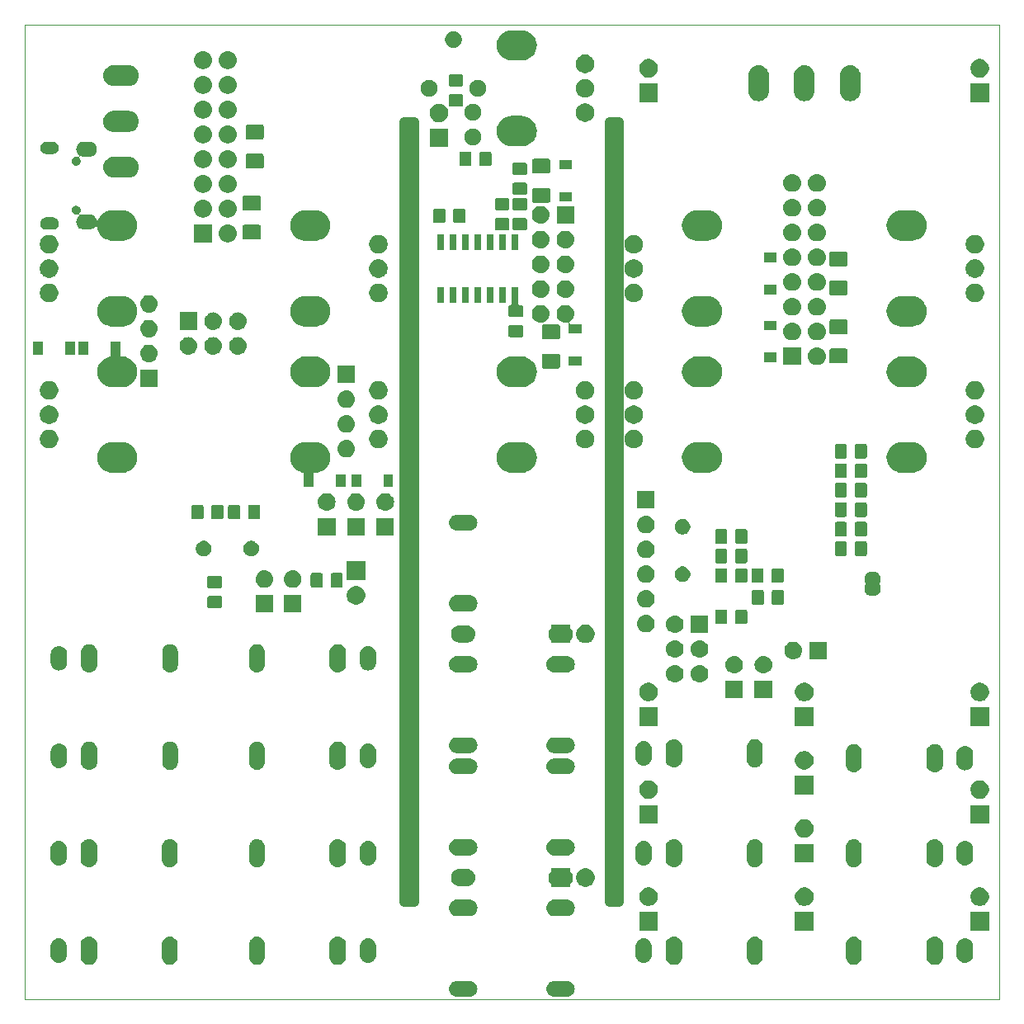
<source format=gbr>
%TF.GenerationSoftware,KiCad,Pcbnew,(5.1.0)-1*%
%TF.CreationDate,2019-05-31T13:03:56+02:00*%
%TF.ProjectId,KicadJE_uP_DAC,4b696361-644a-4455-9f75-505f4441432e,rev?*%
%TF.SameCoordinates,Original*%
%TF.FileFunction,Soldermask,Top*%
%TF.FilePolarity,Negative*%
%FSLAX46Y46*%
G04 Gerber Fmt 4.6, Leading zero omitted, Abs format (unit mm)*
G04 Created by KiCad (PCBNEW (5.1.0)-1) date 2019-05-31 13:03:56*
%MOMM*%
%LPD*%
G04 APERTURE LIST*
%ADD10C,1.000000*%
%ADD11C,0.050000*%
%ADD12C,0.150000*%
G04 APERTURE END LIST*
D10*
X89000000Y-60000000D02*
X90000000Y-60000000D01*
X110000000Y-60000000D02*
X111000000Y-60000000D01*
X110000000Y-140000000D02*
X111000000Y-140000000D01*
X89000000Y-140000000D02*
X90000000Y-140000000D01*
X110000000Y-60000000D02*
X110000000Y-140000000D01*
X111000000Y-60000000D02*
X111000000Y-140000000D01*
X90000000Y-60000000D02*
X90000000Y-140000000D01*
X89000000Y-60000000D02*
X89000000Y-140000000D01*
D11*
X50000000Y-150000000D02*
X50000000Y-50000000D01*
X150000000Y-150000000D02*
X50000000Y-150000000D01*
X150000000Y-50000000D02*
X150000000Y-150000000D01*
X50000000Y-50000000D02*
X150000000Y-50000000D01*
D12*
G36*
X105728571Y-148122863D02*
G01*
X105807023Y-148130590D01*
X105907682Y-148161125D01*
X105958013Y-148176392D01*
X106097165Y-148250771D01*
X106219133Y-148350867D01*
X106319229Y-148472835D01*
X106393608Y-148611987D01*
X106393608Y-148611988D01*
X106439410Y-148762977D01*
X106454875Y-148920000D01*
X106439410Y-149077023D01*
X106408875Y-149177682D01*
X106393608Y-149228013D01*
X106319229Y-149367165D01*
X106219133Y-149489133D01*
X106097165Y-149589229D01*
X105958013Y-149663608D01*
X105907682Y-149678875D01*
X105807023Y-149709410D01*
X105728571Y-149717137D01*
X105689346Y-149721000D01*
X104310654Y-149721000D01*
X104271429Y-149717137D01*
X104192977Y-149709410D01*
X104092318Y-149678875D01*
X104041987Y-149663608D01*
X103902835Y-149589229D01*
X103780867Y-149489133D01*
X103680771Y-149367165D01*
X103606392Y-149228013D01*
X103591125Y-149177682D01*
X103560590Y-149077023D01*
X103545125Y-148920000D01*
X103560590Y-148762977D01*
X103606392Y-148611988D01*
X103606392Y-148611987D01*
X103680771Y-148472835D01*
X103780867Y-148350867D01*
X103902835Y-148250771D01*
X104041987Y-148176392D01*
X104092318Y-148161125D01*
X104192977Y-148130590D01*
X104271429Y-148122863D01*
X104310654Y-148119000D01*
X105689346Y-148119000D01*
X105728571Y-148122863D01*
X105728571Y-148122863D01*
G37*
G36*
X95728571Y-148122863D02*
G01*
X95807023Y-148130590D01*
X95907682Y-148161125D01*
X95958013Y-148176392D01*
X96097165Y-148250771D01*
X96219133Y-148350867D01*
X96319229Y-148472835D01*
X96393608Y-148611987D01*
X96393608Y-148611988D01*
X96439410Y-148762977D01*
X96454875Y-148920000D01*
X96439410Y-149077023D01*
X96408875Y-149177682D01*
X96393608Y-149228013D01*
X96319229Y-149367165D01*
X96219133Y-149489133D01*
X96097165Y-149589229D01*
X95958013Y-149663608D01*
X95907682Y-149678875D01*
X95807023Y-149709410D01*
X95728571Y-149717137D01*
X95689346Y-149721000D01*
X94310654Y-149721000D01*
X94271429Y-149717137D01*
X94192977Y-149709410D01*
X94092318Y-149678875D01*
X94041987Y-149663608D01*
X93902835Y-149589229D01*
X93780867Y-149489133D01*
X93680771Y-149367165D01*
X93606392Y-149228013D01*
X93591125Y-149177682D01*
X93560590Y-149077023D01*
X93545125Y-148920000D01*
X93560590Y-148762977D01*
X93606392Y-148611988D01*
X93606392Y-148611987D01*
X93680771Y-148472835D01*
X93780867Y-148350867D01*
X93902835Y-148250771D01*
X94041987Y-148176392D01*
X94092318Y-148161125D01*
X94192977Y-148130590D01*
X94271429Y-148122863D01*
X94310654Y-148119000D01*
X95689346Y-148119000D01*
X95728571Y-148122863D01*
X95728571Y-148122863D01*
G37*
G36*
X82296822Y-143561313D02*
G01*
X82457241Y-143609976D01*
X82605077Y-143688995D01*
X82717024Y-143780868D01*
X82734659Y-143795341D01*
X82841004Y-143924922D01*
X82841005Y-143924924D01*
X82920024Y-144072758D01*
X82968687Y-144233177D01*
X82981000Y-144358196D01*
X82981000Y-145641804D01*
X82968687Y-145766823D01*
X82920024Y-145927242D01*
X82849114Y-146059906D01*
X82841004Y-146075078D01*
X82734659Y-146204659D01*
X82605078Y-146311004D01*
X82605076Y-146311005D01*
X82457242Y-146390024D01*
X82296823Y-146438687D01*
X82130000Y-146455117D01*
X81963178Y-146438687D01*
X81802759Y-146390024D01*
X81654925Y-146311005D01*
X81654923Y-146311004D01*
X81525342Y-146204659D01*
X81418997Y-146075078D01*
X81410887Y-146059906D01*
X81339977Y-145927242D01*
X81291314Y-145766823D01*
X81279001Y-145641804D01*
X81279000Y-144358197D01*
X81291313Y-144233178D01*
X81339976Y-144072759D01*
X81418995Y-143924923D01*
X81525341Y-143795341D01*
X81586824Y-143744883D01*
X81654922Y-143688996D01*
X81670310Y-143680771D01*
X81802758Y-143609976D01*
X81963177Y-143561313D01*
X82130000Y-143544883D01*
X82296822Y-143561313D01*
X82296822Y-143561313D01*
G37*
G36*
X56761822Y-143561313D02*
G01*
X56922241Y-143609976D01*
X57054689Y-143680771D01*
X57070077Y-143688996D01*
X57199658Y-143795341D01*
X57306003Y-143924922D01*
X57306004Y-143924924D01*
X57385023Y-144072758D01*
X57433686Y-144233177D01*
X57445999Y-144358196D01*
X57445999Y-145641804D01*
X57433686Y-145766823D01*
X57385023Y-145927242D01*
X57314113Y-146059906D01*
X57306003Y-146075078D01*
X57276519Y-146111004D01*
X57199658Y-146204659D01*
X57070076Y-146311005D01*
X56922240Y-146390024D01*
X56761821Y-146438687D01*
X56594999Y-146455117D01*
X56428176Y-146438687D01*
X56267757Y-146390024D01*
X56119923Y-146311005D01*
X56119921Y-146311004D01*
X55990340Y-146204659D01*
X55913479Y-146111004D01*
X55883994Y-146075077D01*
X55804975Y-145927241D01*
X55756312Y-145766822D01*
X55743999Y-145641803D01*
X55744000Y-144358196D01*
X55756313Y-144233177D01*
X55804976Y-144072758D01*
X55883995Y-143924924D01*
X55883996Y-143924922D01*
X55990341Y-143795341D01*
X56119922Y-143688996D01*
X56135310Y-143680771D01*
X56267758Y-143609976D01*
X56428177Y-143561313D01*
X56594999Y-143544883D01*
X56761822Y-143561313D01*
X56761822Y-143561313D01*
G37*
G36*
X143546822Y-143561313D02*
G01*
X143707241Y-143609976D01*
X143855077Y-143688995D01*
X143967024Y-143780868D01*
X143984659Y-143795341D01*
X144091004Y-143924922D01*
X144091005Y-143924924D01*
X144170024Y-144072758D01*
X144218687Y-144233177D01*
X144231000Y-144358196D01*
X144231000Y-145641804D01*
X144218687Y-145766823D01*
X144170024Y-145927242D01*
X144099114Y-146059906D01*
X144091004Y-146075078D01*
X143984659Y-146204659D01*
X143855078Y-146311004D01*
X143855076Y-146311005D01*
X143707242Y-146390024D01*
X143546823Y-146438687D01*
X143380000Y-146455117D01*
X143213178Y-146438687D01*
X143052759Y-146390024D01*
X142904925Y-146311005D01*
X142904923Y-146311004D01*
X142775342Y-146204659D01*
X142668997Y-146075078D01*
X142660887Y-146059906D01*
X142589977Y-145927242D01*
X142541314Y-145766823D01*
X142529001Y-145641804D01*
X142529000Y-144358197D01*
X142541313Y-144233178D01*
X142589976Y-144072759D01*
X142668995Y-143924923D01*
X142775341Y-143795341D01*
X142836824Y-143744883D01*
X142904922Y-143688996D01*
X142920310Y-143680771D01*
X143052758Y-143609976D01*
X143213177Y-143561313D01*
X143380000Y-143544883D01*
X143546822Y-143561313D01*
X143546822Y-143561313D01*
G37*
G36*
X116786823Y-143561313D02*
G01*
X116947242Y-143609976D01*
X117079690Y-143680771D01*
X117095078Y-143688996D01*
X117224659Y-143795341D01*
X117331004Y-143924922D01*
X117331005Y-143924924D01*
X117410024Y-144072758D01*
X117458687Y-144233177D01*
X117471000Y-144358196D01*
X117471000Y-145641804D01*
X117458687Y-145766823D01*
X117410024Y-145927242D01*
X117339114Y-146059906D01*
X117331004Y-146075078D01*
X117301520Y-146111004D01*
X117224659Y-146204659D01*
X117095077Y-146311005D01*
X116947241Y-146390024D01*
X116786822Y-146438687D01*
X116620000Y-146455117D01*
X116453177Y-146438687D01*
X116292758Y-146390024D01*
X116144924Y-146311005D01*
X116144922Y-146311004D01*
X116015341Y-146204659D01*
X115938480Y-146111004D01*
X115908995Y-146075077D01*
X115829976Y-145927241D01*
X115781313Y-145766822D01*
X115769000Y-145641803D01*
X115769001Y-144358196D01*
X115781314Y-144233177D01*
X115829977Y-144072758D01*
X115908996Y-143924924D01*
X115908997Y-143924922D01*
X116015342Y-143795341D01*
X116144923Y-143688996D01*
X116160311Y-143680771D01*
X116292759Y-143609976D01*
X116453178Y-143561313D01*
X116620000Y-143544883D01*
X116786823Y-143561313D01*
X116786823Y-143561313D01*
G37*
G36*
X135237022Y-143560590D02*
G01*
X135337681Y-143591125D01*
X135388012Y-143606392D01*
X135527164Y-143680771D01*
X135649133Y-143780867D01*
X135737871Y-143888995D01*
X135749229Y-143902835D01*
X135823608Y-144041987D01*
X135832942Y-144072758D01*
X135869410Y-144192977D01*
X135881000Y-144310655D01*
X135881000Y-145689345D01*
X135869410Y-145807023D01*
X135848766Y-145875076D01*
X135823608Y-145958013D01*
X135749229Y-146097165D01*
X135649133Y-146219133D01*
X135527165Y-146319229D01*
X135388013Y-146393608D01*
X135337682Y-146408875D01*
X135237023Y-146439410D01*
X135080000Y-146454875D01*
X134922978Y-146439410D01*
X134822319Y-146408875D01*
X134771988Y-146393608D01*
X134632836Y-146319229D01*
X134510868Y-146219133D01*
X134410772Y-146097165D01*
X134336393Y-145958013D01*
X134311235Y-145875076D01*
X134290591Y-145807023D01*
X134279001Y-145689345D01*
X134279000Y-144310656D01*
X134290590Y-144192978D01*
X134336392Y-144041989D01*
X134336392Y-144041988D01*
X134410771Y-143902836D01*
X134422130Y-143888995D01*
X134510867Y-143780867D01*
X134632835Y-143680771D01*
X134771987Y-143606392D01*
X134822318Y-143591125D01*
X134922977Y-143560590D01*
X135080000Y-143545125D01*
X135237022Y-143560590D01*
X135237022Y-143560590D01*
G37*
G36*
X73987022Y-143560590D02*
G01*
X74087681Y-143591125D01*
X74138012Y-143606392D01*
X74277164Y-143680771D01*
X74399133Y-143780867D01*
X74487871Y-143888995D01*
X74499229Y-143902835D01*
X74573608Y-144041987D01*
X74582942Y-144072758D01*
X74619410Y-144192977D01*
X74631000Y-144310655D01*
X74631000Y-145689345D01*
X74619410Y-145807023D01*
X74598766Y-145875076D01*
X74573608Y-145958013D01*
X74499229Y-146097165D01*
X74399133Y-146219133D01*
X74277165Y-146319229D01*
X74138013Y-146393608D01*
X74087682Y-146408875D01*
X73987023Y-146439410D01*
X73830000Y-146454875D01*
X73672978Y-146439410D01*
X73572319Y-146408875D01*
X73521988Y-146393608D01*
X73382836Y-146319229D01*
X73260868Y-146219133D01*
X73160772Y-146097165D01*
X73086393Y-145958013D01*
X73061235Y-145875076D01*
X73040591Y-145807023D01*
X73029001Y-145689345D01*
X73029000Y-144310656D01*
X73040590Y-144192978D01*
X73086392Y-144041989D01*
X73086392Y-144041988D01*
X73160771Y-143902836D01*
X73172130Y-143888995D01*
X73260867Y-143780867D01*
X73382835Y-143680771D01*
X73521987Y-143606392D01*
X73572318Y-143591125D01*
X73672977Y-143560590D01*
X73830000Y-143545125D01*
X73987022Y-143560590D01*
X73987022Y-143560590D01*
G37*
G36*
X125077023Y-143560590D02*
G01*
X125177682Y-143591125D01*
X125228013Y-143606392D01*
X125367165Y-143680771D01*
X125489133Y-143780867D01*
X125589229Y-143902835D01*
X125663608Y-144041987D01*
X125672942Y-144072758D01*
X125709410Y-144192977D01*
X125721000Y-144310655D01*
X125721000Y-145689345D01*
X125709410Y-145807023D01*
X125688766Y-145875076D01*
X125663608Y-145958013D01*
X125638675Y-146004659D01*
X125589229Y-146097165D01*
X125489133Y-146219133D01*
X125377186Y-146311004D01*
X125367164Y-146319229D01*
X125228012Y-146393608D01*
X125177681Y-146408875D01*
X125077022Y-146439410D01*
X124920000Y-146454875D01*
X124762977Y-146439410D01*
X124662318Y-146408875D01*
X124611987Y-146393608D01*
X124472835Y-146319229D01*
X124462813Y-146311004D01*
X124350867Y-146219133D01*
X124250771Y-146097164D01*
X124176393Y-145958013D01*
X124176392Y-145958012D01*
X124151234Y-145875076D01*
X124130590Y-145807022D01*
X124119000Y-145689344D01*
X124119001Y-144310655D01*
X124130591Y-144192977D01*
X124167059Y-144072758D01*
X124176393Y-144041987D01*
X124250772Y-143902835D01*
X124350868Y-143780867D01*
X124472836Y-143680771D01*
X124611988Y-143606392D01*
X124662319Y-143591125D01*
X124762978Y-143560590D01*
X124920000Y-143545125D01*
X125077023Y-143560590D01*
X125077023Y-143560590D01*
G37*
G36*
X65052022Y-143560590D02*
G01*
X65152681Y-143591125D01*
X65203012Y-143606392D01*
X65342164Y-143680771D01*
X65464132Y-143780867D01*
X65564228Y-143902835D01*
X65638607Y-144041987D01*
X65647941Y-144072758D01*
X65684409Y-144192977D01*
X65695999Y-144310655D01*
X65695999Y-145689345D01*
X65684409Y-145807023D01*
X65663765Y-145875076D01*
X65638607Y-145958013D01*
X65613674Y-146004659D01*
X65564228Y-146097165D01*
X65464132Y-146219133D01*
X65352185Y-146311004D01*
X65342163Y-146319229D01*
X65203011Y-146393608D01*
X65152680Y-146408875D01*
X65052021Y-146439410D01*
X64894999Y-146454875D01*
X64737976Y-146439410D01*
X64637317Y-146408875D01*
X64586986Y-146393608D01*
X64447834Y-146319229D01*
X64437812Y-146311004D01*
X64325866Y-146219133D01*
X64225770Y-146097164D01*
X64151392Y-145958013D01*
X64151391Y-145958012D01*
X64126233Y-145875076D01*
X64105589Y-145807022D01*
X64093999Y-145689344D01*
X64094000Y-144310655D01*
X64105590Y-144192977D01*
X64142058Y-144072758D01*
X64151392Y-144041987D01*
X64225771Y-143902835D01*
X64325867Y-143780867D01*
X64447835Y-143680771D01*
X64586987Y-143606392D01*
X64637318Y-143591125D01*
X64737977Y-143560590D01*
X64894999Y-143545125D01*
X65052022Y-143560590D01*
X65052022Y-143560590D01*
G37*
G36*
X85396822Y-143761313D02*
G01*
X85557241Y-143809976D01*
X85705077Y-143888995D01*
X85834659Y-143995341D01*
X85941004Y-144124922D01*
X85941005Y-144124924D01*
X86020024Y-144272758D01*
X86068687Y-144433177D01*
X86081000Y-144558196D01*
X86081000Y-145441803D01*
X86068687Y-145566822D01*
X86020024Y-145727242D01*
X85977380Y-145807023D01*
X85941004Y-145875078D01*
X85834659Y-146004659D01*
X85705078Y-146111004D01*
X85705076Y-146111005D01*
X85557242Y-146190024D01*
X85396823Y-146238687D01*
X85230000Y-146255117D01*
X85063178Y-146238687D01*
X84902759Y-146190024D01*
X84754925Y-146111005D01*
X84754923Y-146111004D01*
X84625342Y-146004659D01*
X84518997Y-145875078D01*
X84482621Y-145807023D01*
X84439977Y-145727242D01*
X84391314Y-145566823D01*
X84379000Y-145441803D01*
X84379000Y-144558197D01*
X84391313Y-144433178D01*
X84439976Y-144272759D01*
X84518995Y-144124923D01*
X84625341Y-143995341D01*
X84711144Y-143924924D01*
X84754922Y-143888996D01*
X84770094Y-143880886D01*
X84902758Y-143809976D01*
X85063177Y-143761313D01*
X85230000Y-143744883D01*
X85396822Y-143761313D01*
X85396822Y-143761313D01*
G37*
G36*
X113686823Y-143761313D02*
G01*
X113847242Y-143809976D01*
X113979906Y-143880886D01*
X113995078Y-143888996D01*
X114124659Y-143995341D01*
X114231004Y-144124922D01*
X114231005Y-144124924D01*
X114310024Y-144272758D01*
X114358687Y-144433178D01*
X114371000Y-144558197D01*
X114371000Y-145441804D01*
X114358687Y-145566823D01*
X114310024Y-145727242D01*
X114267380Y-145807023D01*
X114231004Y-145875078D01*
X114124659Y-146004659D01*
X113995077Y-146111005D01*
X113847241Y-146190024D01*
X113686822Y-146238687D01*
X113520000Y-146255117D01*
X113353177Y-146238687D01*
X113192758Y-146190024D01*
X113044924Y-146111005D01*
X113044922Y-146111004D01*
X112915341Y-146004659D01*
X112808995Y-145875077D01*
X112729976Y-145727241D01*
X112681313Y-145566822D01*
X112669000Y-145441803D01*
X112669000Y-144558197D01*
X112681314Y-144433177D01*
X112729977Y-144272758D01*
X112808996Y-144124924D01*
X112808997Y-144124922D01*
X112915342Y-143995341D01*
X113044923Y-143888996D01*
X113060095Y-143880886D01*
X113192759Y-143809976D01*
X113353178Y-143761313D01*
X113520000Y-143744883D01*
X113686823Y-143761313D01*
X113686823Y-143761313D01*
G37*
G36*
X53661822Y-143761313D02*
G01*
X53822241Y-143809976D01*
X53954905Y-143880886D01*
X53970077Y-143888996D01*
X54099658Y-143995341D01*
X54206003Y-144124922D01*
X54206004Y-144124924D01*
X54285023Y-144272758D01*
X54333686Y-144433178D01*
X54345999Y-144558197D01*
X54345999Y-145441804D01*
X54333686Y-145566823D01*
X54285023Y-145727242D01*
X54242379Y-145807023D01*
X54206003Y-145875078D01*
X54099658Y-146004659D01*
X53970076Y-146111005D01*
X53822240Y-146190024D01*
X53661821Y-146238687D01*
X53494999Y-146255117D01*
X53328176Y-146238687D01*
X53167757Y-146190024D01*
X53019923Y-146111005D01*
X53019921Y-146111004D01*
X52890340Y-146004659D01*
X52783994Y-145875077D01*
X52704975Y-145727241D01*
X52656312Y-145566822D01*
X52643999Y-145441803D01*
X52643999Y-144558197D01*
X52656313Y-144433177D01*
X52704976Y-144272758D01*
X52783995Y-144124924D01*
X52783996Y-144124922D01*
X52890341Y-143995341D01*
X53019922Y-143888996D01*
X53035094Y-143880886D01*
X53167758Y-143809976D01*
X53328177Y-143761313D01*
X53494999Y-143744883D01*
X53661822Y-143761313D01*
X53661822Y-143761313D01*
G37*
G36*
X146646822Y-143761313D02*
G01*
X146807241Y-143809976D01*
X146955077Y-143888995D01*
X147084659Y-143995341D01*
X147191004Y-144124922D01*
X147191005Y-144124924D01*
X147270024Y-144272758D01*
X147318687Y-144433177D01*
X147331000Y-144558196D01*
X147331000Y-145441803D01*
X147318687Y-145566822D01*
X147270024Y-145727242D01*
X147227380Y-145807023D01*
X147191004Y-145875078D01*
X147084659Y-146004659D01*
X146955078Y-146111004D01*
X146955076Y-146111005D01*
X146807242Y-146190024D01*
X146646823Y-146238687D01*
X146480000Y-146255117D01*
X146313178Y-146238687D01*
X146152759Y-146190024D01*
X146004925Y-146111005D01*
X146004923Y-146111004D01*
X145875342Y-146004659D01*
X145768997Y-145875078D01*
X145732621Y-145807023D01*
X145689977Y-145727242D01*
X145641314Y-145566823D01*
X145629000Y-145441803D01*
X145629000Y-144558197D01*
X145641313Y-144433178D01*
X145689976Y-144272759D01*
X145768995Y-144124923D01*
X145875341Y-143995341D01*
X145961144Y-143924924D01*
X146004922Y-143888996D01*
X146020094Y-143880886D01*
X146152758Y-143809976D01*
X146313177Y-143761313D01*
X146480000Y-143744883D01*
X146646822Y-143761313D01*
X146646822Y-143761313D01*
G37*
G36*
X148951000Y-142951000D02*
G01*
X147049000Y-142951000D01*
X147049000Y-141049000D01*
X148951000Y-141049000D01*
X148951000Y-142951000D01*
X148951000Y-142951000D01*
G37*
G36*
X114951000Y-142951000D02*
G01*
X113049000Y-142951000D01*
X113049000Y-141049000D01*
X114951000Y-141049000D01*
X114951000Y-142951000D01*
X114951000Y-142951000D01*
G37*
G36*
X130951000Y-142951000D02*
G01*
X129049000Y-142951000D01*
X129049000Y-141049000D01*
X130951000Y-141049000D01*
X130951000Y-142951000D01*
X130951000Y-142951000D01*
G37*
G36*
X95766823Y-139781313D02*
G01*
X95927242Y-139829976D01*
X96059906Y-139900886D01*
X96075078Y-139908996D01*
X96204659Y-140015341D01*
X96311004Y-140144922D01*
X96311005Y-140144924D01*
X96390024Y-140292758D01*
X96438687Y-140453177D01*
X96455117Y-140620000D01*
X96438687Y-140786823D01*
X96390024Y-140947242D01*
X96335633Y-141049000D01*
X96311004Y-141095078D01*
X96204659Y-141224659D01*
X96075078Y-141331004D01*
X96075076Y-141331005D01*
X95927242Y-141410024D01*
X95766823Y-141458687D01*
X95641804Y-141471000D01*
X94358196Y-141471000D01*
X94233177Y-141458687D01*
X94072758Y-141410024D01*
X93924924Y-141331005D01*
X93924922Y-141331004D01*
X93795341Y-141224659D01*
X93688996Y-141095078D01*
X93664367Y-141049000D01*
X93609976Y-140947242D01*
X93561313Y-140786823D01*
X93544883Y-140620000D01*
X93561313Y-140453177D01*
X93609976Y-140292758D01*
X93688995Y-140144924D01*
X93688996Y-140144922D01*
X93795341Y-140015341D01*
X93924922Y-139908996D01*
X93940094Y-139900886D01*
X94072758Y-139829976D01*
X94233177Y-139781313D01*
X94358196Y-139769000D01*
X95641804Y-139769000D01*
X95766823Y-139781313D01*
X95766823Y-139781313D01*
G37*
G36*
X105766823Y-139781313D02*
G01*
X105927242Y-139829976D01*
X106059906Y-139900886D01*
X106075078Y-139908996D01*
X106204659Y-140015341D01*
X106311004Y-140144922D01*
X106311005Y-140144924D01*
X106390024Y-140292758D01*
X106438687Y-140453177D01*
X106455117Y-140620000D01*
X106438687Y-140786823D01*
X106390024Y-140947242D01*
X106335633Y-141049000D01*
X106311004Y-141095078D01*
X106204659Y-141224659D01*
X106075078Y-141331004D01*
X106075076Y-141331005D01*
X105927242Y-141410024D01*
X105766823Y-141458687D01*
X105641804Y-141471000D01*
X104358196Y-141471000D01*
X104233177Y-141458687D01*
X104072758Y-141410024D01*
X103924924Y-141331005D01*
X103924922Y-141331004D01*
X103795341Y-141224659D01*
X103688996Y-141095078D01*
X103664367Y-141049000D01*
X103609976Y-140947242D01*
X103561313Y-140786823D01*
X103544883Y-140620000D01*
X103561313Y-140453177D01*
X103609976Y-140292758D01*
X103688995Y-140144924D01*
X103688996Y-140144922D01*
X103795341Y-140015341D01*
X103924922Y-139908996D01*
X103940094Y-139900886D01*
X104072758Y-139829976D01*
X104233177Y-139781313D01*
X104358196Y-139769000D01*
X105641804Y-139769000D01*
X105766823Y-139781313D01*
X105766823Y-139781313D01*
G37*
G36*
X148277395Y-138545546D02*
G01*
X148450466Y-138617234D01*
X148450467Y-138617235D01*
X148606227Y-138721310D01*
X148738690Y-138853773D01*
X148738691Y-138853775D01*
X148842766Y-139009534D01*
X148914454Y-139182605D01*
X148951000Y-139366333D01*
X148951000Y-139553667D01*
X148914454Y-139737395D01*
X148842766Y-139910466D01*
X148842765Y-139910467D01*
X148738690Y-140066227D01*
X148606227Y-140198690D01*
X148527818Y-140251081D01*
X148450466Y-140302766D01*
X148277395Y-140374454D01*
X148093667Y-140411000D01*
X147906333Y-140411000D01*
X147722605Y-140374454D01*
X147549534Y-140302766D01*
X147472182Y-140251081D01*
X147393773Y-140198690D01*
X147261310Y-140066227D01*
X147157235Y-139910467D01*
X147157234Y-139910466D01*
X147085546Y-139737395D01*
X147049000Y-139553667D01*
X147049000Y-139366333D01*
X147085546Y-139182605D01*
X147157234Y-139009534D01*
X147261309Y-138853775D01*
X147261310Y-138853773D01*
X147393773Y-138721310D01*
X147549533Y-138617235D01*
X147549534Y-138617234D01*
X147722605Y-138545546D01*
X147906333Y-138509000D01*
X148093667Y-138509000D01*
X148277395Y-138545546D01*
X148277395Y-138545546D01*
G37*
G36*
X130277395Y-138545546D02*
G01*
X130450466Y-138617234D01*
X130450467Y-138617235D01*
X130606227Y-138721310D01*
X130738690Y-138853773D01*
X130738691Y-138853775D01*
X130842766Y-139009534D01*
X130914454Y-139182605D01*
X130951000Y-139366333D01*
X130951000Y-139553667D01*
X130914454Y-139737395D01*
X130842766Y-139910466D01*
X130842765Y-139910467D01*
X130738690Y-140066227D01*
X130606227Y-140198690D01*
X130527818Y-140251081D01*
X130450466Y-140302766D01*
X130277395Y-140374454D01*
X130093667Y-140411000D01*
X129906333Y-140411000D01*
X129722605Y-140374454D01*
X129549534Y-140302766D01*
X129472182Y-140251081D01*
X129393773Y-140198690D01*
X129261310Y-140066227D01*
X129157235Y-139910467D01*
X129157234Y-139910466D01*
X129085546Y-139737395D01*
X129049000Y-139553667D01*
X129049000Y-139366333D01*
X129085546Y-139182605D01*
X129157234Y-139009534D01*
X129261309Y-138853775D01*
X129261310Y-138853773D01*
X129393773Y-138721310D01*
X129549533Y-138617235D01*
X129549534Y-138617234D01*
X129722605Y-138545546D01*
X129906333Y-138509000D01*
X130093667Y-138509000D01*
X130277395Y-138545546D01*
X130277395Y-138545546D01*
G37*
G36*
X114277395Y-138545546D02*
G01*
X114450466Y-138617234D01*
X114450467Y-138617235D01*
X114606227Y-138721310D01*
X114738690Y-138853773D01*
X114738691Y-138853775D01*
X114842766Y-139009534D01*
X114914454Y-139182605D01*
X114951000Y-139366333D01*
X114951000Y-139553667D01*
X114914454Y-139737395D01*
X114842766Y-139910466D01*
X114842765Y-139910467D01*
X114738690Y-140066227D01*
X114606227Y-140198690D01*
X114527818Y-140251081D01*
X114450466Y-140302766D01*
X114277395Y-140374454D01*
X114093667Y-140411000D01*
X113906333Y-140411000D01*
X113722605Y-140374454D01*
X113549534Y-140302766D01*
X113472182Y-140251081D01*
X113393773Y-140198690D01*
X113261310Y-140066227D01*
X113157235Y-139910467D01*
X113157234Y-139910466D01*
X113085546Y-139737395D01*
X113049000Y-139553667D01*
X113049000Y-139366333D01*
X113085546Y-139182605D01*
X113157234Y-139009534D01*
X113261309Y-138853775D01*
X113261310Y-138853773D01*
X113393773Y-138721310D01*
X113549533Y-138617235D01*
X113549534Y-138617234D01*
X113722605Y-138545546D01*
X113906333Y-138509000D01*
X114093667Y-138509000D01*
X114277395Y-138545546D01*
X114277395Y-138545546D01*
G37*
G36*
X105951000Y-136772185D02*
G01*
X105953402Y-136796571D01*
X105960515Y-136820020D01*
X105972066Y-136841631D01*
X105987611Y-136860573D01*
X105996688Y-136868800D01*
X106004659Y-136875341D01*
X106111004Y-137004922D01*
X106111005Y-137004924D01*
X106190024Y-137152758D01*
X106238687Y-137313177D01*
X106255117Y-137479999D01*
X106254354Y-137487747D01*
X106254354Y-137512253D01*
X106255117Y-137520000D01*
X106238687Y-137686823D01*
X106190024Y-137847242D01*
X106134849Y-137950467D01*
X106111004Y-137995078D01*
X106004659Y-138124659D01*
X105996695Y-138131195D01*
X105979374Y-138148515D01*
X105965760Y-138168890D01*
X105956383Y-138191528D01*
X105951602Y-138215561D01*
X105951000Y-138227815D01*
X105951000Y-138451000D01*
X104049000Y-138451000D01*
X104049000Y-138227815D01*
X104046598Y-138203429D01*
X104039485Y-138179980D01*
X104027934Y-138158369D01*
X104012389Y-138139427D01*
X104003312Y-138131200D01*
X103995341Y-138124659D01*
X103888996Y-137995078D01*
X103865151Y-137950467D01*
X103809976Y-137847242D01*
X103761313Y-137686823D01*
X103744883Y-137520000D01*
X103745646Y-137512253D01*
X103745646Y-137487747D01*
X103744883Y-137479999D01*
X103761313Y-137313177D01*
X103809976Y-137152758D01*
X103888995Y-137004924D01*
X103888996Y-137004922D01*
X103995341Y-136875341D01*
X104003305Y-136868805D01*
X104020626Y-136851485D01*
X104034240Y-136831110D01*
X104043617Y-136808472D01*
X104048398Y-136784439D01*
X104049000Y-136772185D01*
X104049000Y-136549000D01*
X105951000Y-136549000D01*
X105951000Y-136772185D01*
X105951000Y-136772185D01*
G37*
G36*
X107817395Y-136585546D02*
G01*
X107990466Y-136657234D01*
X107990467Y-136657235D01*
X108146227Y-136761310D01*
X108278690Y-136893773D01*
X108278691Y-136893775D01*
X108382766Y-137049534D01*
X108454454Y-137222605D01*
X108491000Y-137406333D01*
X108491000Y-137593667D01*
X108454454Y-137777395D01*
X108382766Y-137950466D01*
X108352957Y-137995078D01*
X108278690Y-138106227D01*
X108146227Y-138238690D01*
X108067818Y-138291081D01*
X107990466Y-138342766D01*
X107817395Y-138414454D01*
X107633667Y-138451000D01*
X107446333Y-138451000D01*
X107262605Y-138414454D01*
X107089534Y-138342766D01*
X107012182Y-138291081D01*
X106933773Y-138238690D01*
X106801310Y-138106227D01*
X106727043Y-137995078D01*
X106697234Y-137950466D01*
X106625546Y-137777395D01*
X106589000Y-137593667D01*
X106589000Y-137406333D01*
X106625546Y-137222605D01*
X106697234Y-137049534D01*
X106801309Y-136893775D01*
X106801310Y-136893773D01*
X106933773Y-136761310D01*
X107089533Y-136657235D01*
X107089534Y-136657234D01*
X107262605Y-136585546D01*
X107446333Y-136549000D01*
X107633667Y-136549000D01*
X107817395Y-136585546D01*
X107817395Y-136585546D01*
G37*
G36*
X95566823Y-136641313D02*
G01*
X95727242Y-136689976D01*
X95859906Y-136760886D01*
X95875078Y-136768996D01*
X96004659Y-136875341D01*
X96111004Y-137004922D01*
X96111005Y-137004924D01*
X96190024Y-137152758D01*
X96238687Y-137313177D01*
X96255117Y-137479999D01*
X96254354Y-137487747D01*
X96254354Y-137512253D01*
X96255117Y-137520000D01*
X96238687Y-137686823D01*
X96190024Y-137847242D01*
X96134849Y-137950467D01*
X96111004Y-137995078D01*
X96004659Y-138124659D01*
X95875078Y-138231004D01*
X95875076Y-138231005D01*
X95727242Y-138310024D01*
X95566823Y-138358687D01*
X95441804Y-138371000D01*
X94558196Y-138371000D01*
X94433177Y-138358687D01*
X94272758Y-138310024D01*
X94124924Y-138231005D01*
X94124922Y-138231004D01*
X93995341Y-138124659D01*
X93888996Y-137995078D01*
X93865151Y-137950467D01*
X93809976Y-137847242D01*
X93761313Y-137686823D01*
X93744883Y-137520000D01*
X93745646Y-137512253D01*
X93745646Y-137487747D01*
X93744883Y-137479999D01*
X93761313Y-137313177D01*
X93809976Y-137152758D01*
X93888995Y-137004924D01*
X93888996Y-137004922D01*
X93995341Y-136875341D01*
X94124922Y-136768996D01*
X94140094Y-136760886D01*
X94272758Y-136689976D01*
X94433177Y-136641313D01*
X94558196Y-136629000D01*
X95441804Y-136629000D01*
X95566823Y-136641313D01*
X95566823Y-136641313D01*
G37*
G36*
X116786823Y-133561313D02*
G01*
X116947242Y-133609976D01*
X117079690Y-133680771D01*
X117095078Y-133688996D01*
X117224659Y-133795341D01*
X117331004Y-133924922D01*
X117331005Y-133924924D01*
X117410024Y-134072758D01*
X117458687Y-134233177D01*
X117471000Y-134358196D01*
X117471000Y-135641804D01*
X117458687Y-135766823D01*
X117410024Y-135927242D01*
X117339114Y-136059906D01*
X117331004Y-136075078D01*
X117301520Y-136111004D01*
X117224659Y-136204659D01*
X117095077Y-136311005D01*
X116947241Y-136390024D01*
X116786822Y-136438687D01*
X116620000Y-136455117D01*
X116453177Y-136438687D01*
X116292758Y-136390024D01*
X116144924Y-136311005D01*
X116144922Y-136311004D01*
X116015341Y-136204659D01*
X115938480Y-136111004D01*
X115908995Y-136075077D01*
X115829976Y-135927241D01*
X115781313Y-135766822D01*
X115769000Y-135641803D01*
X115769001Y-134358196D01*
X115781314Y-134233177D01*
X115829977Y-134072758D01*
X115908996Y-133924924D01*
X115908997Y-133924922D01*
X116015342Y-133795341D01*
X116144923Y-133688996D01*
X116160311Y-133680771D01*
X116292759Y-133609976D01*
X116453178Y-133561313D01*
X116620000Y-133544883D01*
X116786823Y-133561313D01*
X116786823Y-133561313D01*
G37*
G36*
X56761822Y-133561313D02*
G01*
X56922241Y-133609976D01*
X57054689Y-133680771D01*
X57070077Y-133688996D01*
X57199658Y-133795341D01*
X57306003Y-133924922D01*
X57306004Y-133924924D01*
X57385023Y-134072758D01*
X57433686Y-134233177D01*
X57445999Y-134358196D01*
X57445999Y-135641804D01*
X57433686Y-135766823D01*
X57385023Y-135927242D01*
X57314113Y-136059906D01*
X57306003Y-136075078D01*
X57276519Y-136111004D01*
X57199658Y-136204659D01*
X57070076Y-136311005D01*
X56922240Y-136390024D01*
X56761821Y-136438687D01*
X56594999Y-136455117D01*
X56428176Y-136438687D01*
X56267757Y-136390024D01*
X56119923Y-136311005D01*
X56119921Y-136311004D01*
X55990340Y-136204659D01*
X55913479Y-136111004D01*
X55883994Y-136075077D01*
X55804975Y-135927241D01*
X55756312Y-135766822D01*
X55743999Y-135641803D01*
X55744000Y-134358196D01*
X55756313Y-134233177D01*
X55804976Y-134072758D01*
X55883995Y-133924924D01*
X55883996Y-133924922D01*
X55990341Y-133795341D01*
X56119922Y-133688996D01*
X56135310Y-133680771D01*
X56267758Y-133609976D01*
X56428177Y-133561313D01*
X56594999Y-133544883D01*
X56761822Y-133561313D01*
X56761822Y-133561313D01*
G37*
G36*
X82296822Y-133561313D02*
G01*
X82457241Y-133609976D01*
X82605077Y-133688995D01*
X82717024Y-133780868D01*
X82734659Y-133795341D01*
X82841004Y-133924922D01*
X82841005Y-133924924D01*
X82920024Y-134072758D01*
X82968687Y-134233177D01*
X82981000Y-134358196D01*
X82981000Y-135641804D01*
X82968687Y-135766823D01*
X82920024Y-135927242D01*
X82849114Y-136059906D01*
X82841004Y-136075078D01*
X82734659Y-136204659D01*
X82605078Y-136311004D01*
X82605076Y-136311005D01*
X82457242Y-136390024D01*
X82296823Y-136438687D01*
X82130000Y-136455117D01*
X81963178Y-136438687D01*
X81802759Y-136390024D01*
X81654925Y-136311005D01*
X81654923Y-136311004D01*
X81525342Y-136204659D01*
X81418997Y-136075078D01*
X81410887Y-136059906D01*
X81339977Y-135927242D01*
X81291314Y-135766823D01*
X81279001Y-135641804D01*
X81279000Y-134358197D01*
X81291313Y-134233178D01*
X81339976Y-134072759D01*
X81418995Y-133924923D01*
X81525341Y-133795341D01*
X81586824Y-133744883D01*
X81654922Y-133688996D01*
X81670310Y-133680771D01*
X81802758Y-133609976D01*
X81963177Y-133561313D01*
X82130000Y-133544883D01*
X82296822Y-133561313D01*
X82296822Y-133561313D01*
G37*
G36*
X143546822Y-133561313D02*
G01*
X143707241Y-133609976D01*
X143855077Y-133688995D01*
X143967024Y-133780868D01*
X143984659Y-133795341D01*
X144091004Y-133924922D01*
X144091005Y-133924924D01*
X144170024Y-134072758D01*
X144218687Y-134233177D01*
X144231000Y-134358196D01*
X144231000Y-135641804D01*
X144218687Y-135766823D01*
X144170024Y-135927242D01*
X144099114Y-136059906D01*
X144091004Y-136075078D01*
X143984659Y-136204659D01*
X143855078Y-136311004D01*
X143855076Y-136311005D01*
X143707242Y-136390024D01*
X143546823Y-136438687D01*
X143380000Y-136455117D01*
X143213178Y-136438687D01*
X143052759Y-136390024D01*
X142904925Y-136311005D01*
X142904923Y-136311004D01*
X142775342Y-136204659D01*
X142668997Y-136075078D01*
X142660887Y-136059906D01*
X142589977Y-135927242D01*
X142541314Y-135766823D01*
X142529001Y-135641804D01*
X142529000Y-134358197D01*
X142541313Y-134233178D01*
X142589976Y-134072759D01*
X142668995Y-133924923D01*
X142775341Y-133795341D01*
X142836824Y-133744883D01*
X142904922Y-133688996D01*
X142920310Y-133680771D01*
X143052758Y-133609976D01*
X143213177Y-133561313D01*
X143380000Y-133544883D01*
X143546822Y-133561313D01*
X143546822Y-133561313D01*
G37*
G36*
X65052022Y-133560590D02*
G01*
X65148891Y-133589975D01*
X65203012Y-133606392D01*
X65342164Y-133680771D01*
X65464132Y-133780867D01*
X65564228Y-133902835D01*
X65638607Y-134041987D01*
X65640734Y-134049000D01*
X65684409Y-134192977D01*
X65695999Y-134310655D01*
X65695999Y-135689345D01*
X65684409Y-135807023D01*
X65663765Y-135875076D01*
X65638607Y-135958013D01*
X65613674Y-136004659D01*
X65564228Y-136097165D01*
X65464132Y-136219133D01*
X65352185Y-136311004D01*
X65342163Y-136319229D01*
X65203011Y-136393608D01*
X65152680Y-136408875D01*
X65052021Y-136439410D01*
X64894999Y-136454875D01*
X64737976Y-136439410D01*
X64637317Y-136408875D01*
X64586986Y-136393608D01*
X64447834Y-136319229D01*
X64437812Y-136311004D01*
X64325866Y-136219133D01*
X64225770Y-136097164D01*
X64151392Y-135958013D01*
X64151391Y-135958012D01*
X64126233Y-135875076D01*
X64105589Y-135807022D01*
X64093999Y-135689344D01*
X64094000Y-134310655D01*
X64105590Y-134192977D01*
X64149265Y-134049000D01*
X64151392Y-134041987D01*
X64225771Y-133902835D01*
X64325867Y-133780867D01*
X64447835Y-133680771D01*
X64586987Y-133606392D01*
X64641108Y-133589975D01*
X64737977Y-133560590D01*
X64894999Y-133545125D01*
X65052022Y-133560590D01*
X65052022Y-133560590D01*
G37*
G36*
X73987022Y-133560590D02*
G01*
X74083891Y-133589975D01*
X74138012Y-133606392D01*
X74255133Y-133668995D01*
X74277164Y-133680771D01*
X74399133Y-133780867D01*
X74487871Y-133888995D01*
X74499229Y-133902835D01*
X74573608Y-134041987D01*
X74575735Y-134049000D01*
X74619410Y-134192977D01*
X74631000Y-134310655D01*
X74631000Y-135689345D01*
X74619410Y-135807023D01*
X74598766Y-135875076D01*
X74573608Y-135958013D01*
X74499229Y-136097165D01*
X74399133Y-136219133D01*
X74277165Y-136319229D01*
X74138013Y-136393608D01*
X74087682Y-136408875D01*
X73987023Y-136439410D01*
X73830000Y-136454875D01*
X73672978Y-136439410D01*
X73572319Y-136408875D01*
X73521988Y-136393608D01*
X73382836Y-136319229D01*
X73260868Y-136219133D01*
X73160772Y-136097165D01*
X73086393Y-135958013D01*
X73061235Y-135875076D01*
X73040591Y-135807023D01*
X73029001Y-135689345D01*
X73029000Y-134310656D01*
X73040590Y-134192978D01*
X73086392Y-134041989D01*
X73086392Y-134041988D01*
X73160771Y-133902836D01*
X73172130Y-133888995D01*
X73260867Y-133780867D01*
X73382835Y-133680771D01*
X73404866Y-133668995D01*
X73521987Y-133606392D01*
X73576108Y-133589975D01*
X73672977Y-133560590D01*
X73830000Y-133545125D01*
X73987022Y-133560590D01*
X73987022Y-133560590D01*
G37*
G36*
X135237022Y-133560590D02*
G01*
X135333891Y-133589975D01*
X135388012Y-133606392D01*
X135505133Y-133668995D01*
X135527164Y-133680771D01*
X135649133Y-133780867D01*
X135737871Y-133888995D01*
X135749229Y-133902835D01*
X135823608Y-134041987D01*
X135825735Y-134049000D01*
X135869410Y-134192977D01*
X135881000Y-134310655D01*
X135881000Y-135689345D01*
X135869410Y-135807023D01*
X135848766Y-135875076D01*
X135823608Y-135958013D01*
X135749229Y-136097165D01*
X135649133Y-136219133D01*
X135527165Y-136319229D01*
X135388013Y-136393608D01*
X135337682Y-136408875D01*
X135237023Y-136439410D01*
X135080000Y-136454875D01*
X134922978Y-136439410D01*
X134822319Y-136408875D01*
X134771988Y-136393608D01*
X134632836Y-136319229D01*
X134510868Y-136219133D01*
X134410772Y-136097165D01*
X134336393Y-135958013D01*
X134311235Y-135875076D01*
X134290591Y-135807023D01*
X134279001Y-135689345D01*
X134279000Y-134310656D01*
X134290590Y-134192978D01*
X134336392Y-134041989D01*
X134336392Y-134041988D01*
X134410771Y-133902836D01*
X134422130Y-133888995D01*
X134510867Y-133780867D01*
X134632835Y-133680771D01*
X134654866Y-133668995D01*
X134771987Y-133606392D01*
X134826108Y-133589975D01*
X134922977Y-133560590D01*
X135080000Y-133545125D01*
X135237022Y-133560590D01*
X135237022Y-133560590D01*
G37*
G36*
X125077023Y-133560590D02*
G01*
X125173892Y-133589975D01*
X125228013Y-133606392D01*
X125367165Y-133680771D01*
X125489133Y-133780867D01*
X125589229Y-133902835D01*
X125663608Y-134041987D01*
X125665735Y-134049000D01*
X125709410Y-134192977D01*
X125721000Y-134310655D01*
X125721000Y-135689345D01*
X125709410Y-135807023D01*
X125688766Y-135875076D01*
X125663608Y-135958013D01*
X125638675Y-136004659D01*
X125589229Y-136097165D01*
X125489133Y-136219133D01*
X125377186Y-136311004D01*
X125367164Y-136319229D01*
X125228012Y-136393608D01*
X125177681Y-136408875D01*
X125077022Y-136439410D01*
X124920000Y-136454875D01*
X124762977Y-136439410D01*
X124662318Y-136408875D01*
X124611987Y-136393608D01*
X124472835Y-136319229D01*
X124462813Y-136311004D01*
X124350867Y-136219133D01*
X124250771Y-136097164D01*
X124176393Y-135958013D01*
X124176392Y-135958012D01*
X124151234Y-135875076D01*
X124130590Y-135807022D01*
X124119000Y-135689344D01*
X124119001Y-134310655D01*
X124130591Y-134192977D01*
X124174266Y-134049000D01*
X124176393Y-134041987D01*
X124250772Y-133902835D01*
X124350868Y-133780867D01*
X124472836Y-133680771D01*
X124611988Y-133606392D01*
X124666109Y-133589975D01*
X124762978Y-133560590D01*
X124920000Y-133545125D01*
X125077023Y-133560590D01*
X125077023Y-133560590D01*
G37*
G36*
X85396822Y-133761313D02*
G01*
X85557241Y-133809976D01*
X85705077Y-133888995D01*
X85834659Y-133995341D01*
X85941004Y-134124922D01*
X85941005Y-134124924D01*
X86020024Y-134272758D01*
X86068687Y-134433177D01*
X86081000Y-134558196D01*
X86081000Y-135441803D01*
X86068687Y-135566822D01*
X86020024Y-135727242D01*
X85977380Y-135807023D01*
X85941004Y-135875078D01*
X85834659Y-136004659D01*
X85705078Y-136111004D01*
X85705076Y-136111005D01*
X85557242Y-136190024D01*
X85396823Y-136238687D01*
X85230000Y-136255117D01*
X85063178Y-136238687D01*
X84902759Y-136190024D01*
X84754925Y-136111005D01*
X84754923Y-136111004D01*
X84625342Y-136004659D01*
X84518997Y-135875078D01*
X84482621Y-135807023D01*
X84439977Y-135727242D01*
X84391314Y-135566823D01*
X84379000Y-135441803D01*
X84379000Y-134558197D01*
X84391313Y-134433178D01*
X84439976Y-134272759D01*
X84518995Y-134124923D01*
X84625341Y-133995341D01*
X84711144Y-133924924D01*
X84754922Y-133888996D01*
X84770094Y-133880886D01*
X84902758Y-133809976D01*
X85063177Y-133761313D01*
X85230000Y-133744883D01*
X85396822Y-133761313D01*
X85396822Y-133761313D01*
G37*
G36*
X146646822Y-133761313D02*
G01*
X146807241Y-133809976D01*
X146955077Y-133888995D01*
X147084659Y-133995341D01*
X147191004Y-134124922D01*
X147191005Y-134124924D01*
X147270024Y-134272758D01*
X147318687Y-134433177D01*
X147331000Y-134558196D01*
X147331000Y-135441803D01*
X147318687Y-135566822D01*
X147270024Y-135727242D01*
X147227380Y-135807023D01*
X147191004Y-135875078D01*
X147084659Y-136004659D01*
X146955078Y-136111004D01*
X146955076Y-136111005D01*
X146807242Y-136190024D01*
X146646823Y-136238687D01*
X146480000Y-136255117D01*
X146313178Y-136238687D01*
X146152759Y-136190024D01*
X146004925Y-136111005D01*
X146004923Y-136111004D01*
X145875342Y-136004659D01*
X145768997Y-135875078D01*
X145732621Y-135807023D01*
X145689977Y-135727242D01*
X145641314Y-135566823D01*
X145629000Y-135441803D01*
X145629000Y-134558197D01*
X145641313Y-134433178D01*
X145689976Y-134272759D01*
X145768995Y-134124923D01*
X145875341Y-133995341D01*
X145961144Y-133924924D01*
X146004922Y-133888996D01*
X146020094Y-133880886D01*
X146152758Y-133809976D01*
X146313177Y-133761313D01*
X146480000Y-133744883D01*
X146646822Y-133761313D01*
X146646822Y-133761313D01*
G37*
G36*
X53661822Y-133761313D02*
G01*
X53822241Y-133809976D01*
X53954905Y-133880886D01*
X53970077Y-133888996D01*
X54099658Y-133995341D01*
X54206003Y-134124922D01*
X54206004Y-134124924D01*
X54285023Y-134272758D01*
X54333686Y-134433178D01*
X54345999Y-134558197D01*
X54345999Y-135441804D01*
X54333686Y-135566823D01*
X54285023Y-135727242D01*
X54242379Y-135807023D01*
X54206003Y-135875078D01*
X54099658Y-136004659D01*
X53970076Y-136111005D01*
X53822240Y-136190024D01*
X53661821Y-136238687D01*
X53494999Y-136255117D01*
X53328176Y-136238687D01*
X53167757Y-136190024D01*
X53019923Y-136111005D01*
X53019921Y-136111004D01*
X52890340Y-136004659D01*
X52783994Y-135875077D01*
X52704975Y-135727241D01*
X52656312Y-135566822D01*
X52643999Y-135441803D01*
X52643999Y-134558197D01*
X52656313Y-134433177D01*
X52704976Y-134272758D01*
X52783995Y-134124924D01*
X52783996Y-134124922D01*
X52890341Y-133995341D01*
X53019922Y-133888996D01*
X53035094Y-133880886D01*
X53167758Y-133809976D01*
X53328177Y-133761313D01*
X53494999Y-133744883D01*
X53661822Y-133761313D01*
X53661822Y-133761313D01*
G37*
G36*
X113686823Y-133761313D02*
G01*
X113847242Y-133809976D01*
X113979906Y-133880886D01*
X113995078Y-133888996D01*
X114124659Y-133995341D01*
X114231004Y-134124922D01*
X114231005Y-134124924D01*
X114310024Y-134272758D01*
X114358687Y-134433178D01*
X114371000Y-134558197D01*
X114371000Y-135441804D01*
X114358687Y-135566823D01*
X114310024Y-135727242D01*
X114267380Y-135807023D01*
X114231004Y-135875078D01*
X114124659Y-136004659D01*
X113995077Y-136111005D01*
X113847241Y-136190024D01*
X113686822Y-136238687D01*
X113520000Y-136255117D01*
X113353177Y-136238687D01*
X113192758Y-136190024D01*
X113044924Y-136111005D01*
X113044922Y-136111004D01*
X112915341Y-136004659D01*
X112808995Y-135875077D01*
X112729976Y-135727241D01*
X112681313Y-135566822D01*
X112669000Y-135441803D01*
X112669000Y-134558197D01*
X112681314Y-134433177D01*
X112729977Y-134272758D01*
X112808996Y-134124924D01*
X112808997Y-134124922D01*
X112915342Y-133995341D01*
X113044923Y-133888996D01*
X113060095Y-133880886D01*
X113192759Y-133809976D01*
X113353178Y-133761313D01*
X113520000Y-133744883D01*
X113686823Y-133761313D01*
X113686823Y-133761313D01*
G37*
G36*
X130951000Y-135951000D02*
G01*
X129049000Y-135951000D01*
X129049000Y-134049000D01*
X130951000Y-134049000D01*
X130951000Y-135951000D01*
X130951000Y-135951000D01*
G37*
G36*
X105766823Y-133541313D02*
G01*
X105927242Y-133589976D01*
X105964657Y-133609975D01*
X106075078Y-133668996D01*
X106204659Y-133775341D01*
X106311004Y-133904922D01*
X106311005Y-133904924D01*
X106390024Y-134052758D01*
X106438687Y-134213177D01*
X106455117Y-134380000D01*
X106438687Y-134546823D01*
X106390024Y-134707242D01*
X106319114Y-134839906D01*
X106311004Y-134855078D01*
X106204659Y-134984659D01*
X106075078Y-135091004D01*
X106075076Y-135091005D01*
X105927242Y-135170024D01*
X105766823Y-135218687D01*
X105641804Y-135231000D01*
X104358196Y-135231000D01*
X104233177Y-135218687D01*
X104072758Y-135170024D01*
X103924924Y-135091005D01*
X103924922Y-135091004D01*
X103795341Y-134984659D01*
X103688996Y-134855078D01*
X103680886Y-134839906D01*
X103609976Y-134707242D01*
X103561313Y-134546823D01*
X103544883Y-134380000D01*
X103561313Y-134213177D01*
X103609976Y-134052758D01*
X103688995Y-133904924D01*
X103688996Y-133904922D01*
X103795341Y-133775341D01*
X103924922Y-133668996D01*
X104035343Y-133609975D01*
X104072758Y-133589976D01*
X104233177Y-133541313D01*
X104358196Y-133529000D01*
X105641804Y-133529000D01*
X105766823Y-133541313D01*
X105766823Y-133541313D01*
G37*
G36*
X95766823Y-133541313D02*
G01*
X95927242Y-133589976D01*
X95964657Y-133609975D01*
X96075078Y-133668996D01*
X96204659Y-133775341D01*
X96311004Y-133904922D01*
X96311005Y-133904924D01*
X96390024Y-134052758D01*
X96438687Y-134213177D01*
X96455117Y-134380000D01*
X96438687Y-134546823D01*
X96390024Y-134707242D01*
X96319114Y-134839906D01*
X96311004Y-134855078D01*
X96204659Y-134984659D01*
X96075078Y-135091004D01*
X96075076Y-135091005D01*
X95927242Y-135170024D01*
X95766823Y-135218687D01*
X95641804Y-135231000D01*
X94358196Y-135231000D01*
X94233177Y-135218687D01*
X94072758Y-135170024D01*
X93924924Y-135091005D01*
X93924922Y-135091004D01*
X93795341Y-134984659D01*
X93688996Y-134855078D01*
X93680886Y-134839906D01*
X93609976Y-134707242D01*
X93561313Y-134546823D01*
X93544883Y-134380000D01*
X93561313Y-134213177D01*
X93609976Y-134052758D01*
X93688995Y-133904924D01*
X93688996Y-133904922D01*
X93795341Y-133775341D01*
X93924922Y-133668996D01*
X94035343Y-133609975D01*
X94072758Y-133589976D01*
X94233177Y-133541313D01*
X94358196Y-133529000D01*
X95641804Y-133529000D01*
X95766823Y-133541313D01*
X95766823Y-133541313D01*
G37*
G36*
X130277395Y-131545546D02*
G01*
X130450466Y-131617234D01*
X130450467Y-131617235D01*
X130606227Y-131721310D01*
X130738690Y-131853773D01*
X130738691Y-131853775D01*
X130842766Y-132009534D01*
X130914454Y-132182605D01*
X130951000Y-132366333D01*
X130951000Y-132553667D01*
X130914454Y-132737395D01*
X130842766Y-132910466D01*
X130842765Y-132910467D01*
X130738690Y-133066227D01*
X130606227Y-133198690D01*
X130527818Y-133251081D01*
X130450466Y-133302766D01*
X130277395Y-133374454D01*
X130093667Y-133411000D01*
X129906333Y-133411000D01*
X129722605Y-133374454D01*
X129549534Y-133302766D01*
X129472182Y-133251081D01*
X129393773Y-133198690D01*
X129261310Y-133066227D01*
X129157235Y-132910467D01*
X129157234Y-132910466D01*
X129085546Y-132737395D01*
X129049000Y-132553667D01*
X129049000Y-132366333D01*
X129085546Y-132182605D01*
X129157234Y-132009534D01*
X129261309Y-131853775D01*
X129261310Y-131853773D01*
X129393773Y-131721310D01*
X129549533Y-131617235D01*
X129549534Y-131617234D01*
X129722605Y-131545546D01*
X129906333Y-131509000D01*
X130093667Y-131509000D01*
X130277395Y-131545546D01*
X130277395Y-131545546D01*
G37*
G36*
X148951000Y-131951000D02*
G01*
X147049000Y-131951000D01*
X147049000Y-130049000D01*
X148951000Y-130049000D01*
X148951000Y-131951000D01*
X148951000Y-131951000D01*
G37*
G36*
X114951000Y-131951000D02*
G01*
X113049000Y-131951000D01*
X113049000Y-130049000D01*
X114951000Y-130049000D01*
X114951000Y-131951000D01*
X114951000Y-131951000D01*
G37*
G36*
X114277395Y-127545546D02*
G01*
X114450466Y-127617234D01*
X114450467Y-127617235D01*
X114606227Y-127721310D01*
X114738690Y-127853773D01*
X114738691Y-127853775D01*
X114842766Y-128009534D01*
X114914454Y-128182605D01*
X114951000Y-128366333D01*
X114951000Y-128553667D01*
X114914454Y-128737395D01*
X114842766Y-128910466D01*
X114842765Y-128910467D01*
X114738690Y-129066227D01*
X114606227Y-129198690D01*
X114527818Y-129251081D01*
X114450466Y-129302766D01*
X114277395Y-129374454D01*
X114093667Y-129411000D01*
X113906333Y-129411000D01*
X113722605Y-129374454D01*
X113549534Y-129302766D01*
X113472182Y-129251081D01*
X113393773Y-129198690D01*
X113261310Y-129066227D01*
X113157235Y-128910467D01*
X113157234Y-128910466D01*
X113085546Y-128737395D01*
X113049000Y-128553667D01*
X113049000Y-128366333D01*
X113085546Y-128182605D01*
X113157234Y-128009534D01*
X113261309Y-127853775D01*
X113261310Y-127853773D01*
X113393773Y-127721310D01*
X113549533Y-127617235D01*
X113549534Y-127617234D01*
X113722605Y-127545546D01*
X113906333Y-127509000D01*
X114093667Y-127509000D01*
X114277395Y-127545546D01*
X114277395Y-127545546D01*
G37*
G36*
X148277395Y-127545546D02*
G01*
X148450466Y-127617234D01*
X148450467Y-127617235D01*
X148606227Y-127721310D01*
X148738690Y-127853773D01*
X148738691Y-127853775D01*
X148842766Y-128009534D01*
X148914454Y-128182605D01*
X148951000Y-128366333D01*
X148951000Y-128553667D01*
X148914454Y-128737395D01*
X148842766Y-128910466D01*
X148842765Y-128910467D01*
X148738690Y-129066227D01*
X148606227Y-129198690D01*
X148527818Y-129251081D01*
X148450466Y-129302766D01*
X148277395Y-129374454D01*
X148093667Y-129411000D01*
X147906333Y-129411000D01*
X147722605Y-129374454D01*
X147549534Y-129302766D01*
X147472182Y-129251081D01*
X147393773Y-129198690D01*
X147261310Y-129066227D01*
X147157235Y-128910467D01*
X147157234Y-128910466D01*
X147085546Y-128737395D01*
X147049000Y-128553667D01*
X147049000Y-128366333D01*
X147085546Y-128182605D01*
X147157234Y-128009534D01*
X147261309Y-127853775D01*
X147261310Y-127853773D01*
X147393773Y-127721310D01*
X147549533Y-127617235D01*
X147549534Y-127617234D01*
X147722605Y-127545546D01*
X147906333Y-127509000D01*
X148093667Y-127509000D01*
X148277395Y-127545546D01*
X148277395Y-127545546D01*
G37*
G36*
X130951000Y-128951000D02*
G01*
X129049000Y-128951000D01*
X129049000Y-127049000D01*
X130951000Y-127049000D01*
X130951000Y-128951000D01*
X130951000Y-128951000D01*
G37*
G36*
X105728571Y-125282863D02*
G01*
X105807023Y-125290590D01*
X105893505Y-125316824D01*
X105958013Y-125336392D01*
X106097165Y-125410771D01*
X106219133Y-125510867D01*
X106319229Y-125632835D01*
X106393608Y-125771987D01*
X106404236Y-125807023D01*
X106439410Y-125922977D01*
X106454875Y-126080000D01*
X106439410Y-126237023D01*
X106438905Y-126238687D01*
X106393608Y-126388013D01*
X106319229Y-126527165D01*
X106219133Y-126649133D01*
X106097165Y-126749229D01*
X105958013Y-126823608D01*
X105907682Y-126838875D01*
X105807023Y-126869410D01*
X105728571Y-126877137D01*
X105689346Y-126881000D01*
X104310654Y-126881000D01*
X104271429Y-126877137D01*
X104192977Y-126869410D01*
X104092318Y-126838875D01*
X104041987Y-126823608D01*
X103902835Y-126749229D01*
X103780867Y-126649133D01*
X103680771Y-126527165D01*
X103606392Y-126388013D01*
X103561095Y-126238687D01*
X103560590Y-126237023D01*
X103545125Y-126080000D01*
X103560590Y-125922977D01*
X103595764Y-125807023D01*
X103606392Y-125771987D01*
X103680771Y-125632835D01*
X103780867Y-125510867D01*
X103902835Y-125410771D01*
X104041987Y-125336392D01*
X104106495Y-125316824D01*
X104192977Y-125290590D01*
X104271429Y-125282863D01*
X104310654Y-125279000D01*
X105689346Y-125279000D01*
X105728571Y-125282863D01*
X105728571Y-125282863D01*
G37*
G36*
X95728571Y-125282863D02*
G01*
X95807023Y-125290590D01*
X95893505Y-125316824D01*
X95958013Y-125336392D01*
X96097165Y-125410771D01*
X96219133Y-125510867D01*
X96319229Y-125632835D01*
X96393608Y-125771987D01*
X96404236Y-125807023D01*
X96439410Y-125922977D01*
X96454875Y-126080000D01*
X96439410Y-126237023D01*
X96438905Y-126238687D01*
X96393608Y-126388013D01*
X96319229Y-126527165D01*
X96219133Y-126649133D01*
X96097165Y-126749229D01*
X95958013Y-126823608D01*
X95907682Y-126838875D01*
X95807023Y-126869410D01*
X95728571Y-126877137D01*
X95689346Y-126881000D01*
X94310654Y-126881000D01*
X94271429Y-126877137D01*
X94192977Y-126869410D01*
X94092318Y-126838875D01*
X94041987Y-126823608D01*
X93902835Y-126749229D01*
X93780867Y-126649133D01*
X93680771Y-126527165D01*
X93606392Y-126388013D01*
X93561095Y-126238687D01*
X93560590Y-126237023D01*
X93545125Y-126080000D01*
X93560590Y-125922977D01*
X93595764Y-125807023D01*
X93606392Y-125771987D01*
X93680771Y-125632835D01*
X93780867Y-125510867D01*
X93902835Y-125410771D01*
X94041987Y-125336392D01*
X94106495Y-125316824D01*
X94192977Y-125290590D01*
X94271429Y-125282863D01*
X94310654Y-125279000D01*
X95689346Y-125279000D01*
X95728571Y-125282863D01*
X95728571Y-125282863D01*
G37*
G36*
X143546822Y-123811313D02*
G01*
X143707241Y-123859976D01*
X143855077Y-123938995D01*
X143967024Y-124030868D01*
X143984659Y-124045341D01*
X144091004Y-124174922D01*
X144091005Y-124174924D01*
X144170024Y-124322758D01*
X144218687Y-124483177D01*
X144231000Y-124608196D01*
X144231000Y-125891804D01*
X144218687Y-126016823D01*
X144170024Y-126177242D01*
X144128399Y-126255117D01*
X144091004Y-126325078D01*
X143984659Y-126454659D01*
X143855078Y-126561004D01*
X143855076Y-126561005D01*
X143707242Y-126640024D01*
X143546823Y-126688687D01*
X143380000Y-126705117D01*
X143213178Y-126688687D01*
X143052759Y-126640024D01*
X142904925Y-126561005D01*
X142904923Y-126561004D01*
X142775342Y-126454659D01*
X142668997Y-126325078D01*
X142631602Y-126255117D01*
X142589977Y-126177242D01*
X142541314Y-126016823D01*
X142529001Y-125891804D01*
X142529000Y-124608197D01*
X142541313Y-124483178D01*
X142589976Y-124322759D01*
X142668995Y-124174923D01*
X142775341Y-124045341D01*
X142851088Y-123983177D01*
X142904922Y-123938996D01*
X142972575Y-123902835D01*
X143052758Y-123859976D01*
X143213177Y-123811313D01*
X143380000Y-123794883D01*
X143546822Y-123811313D01*
X143546822Y-123811313D01*
G37*
G36*
X135237022Y-123810590D02*
G01*
X135337681Y-123841125D01*
X135388012Y-123856392D01*
X135507013Y-123920000D01*
X135527164Y-123930771D01*
X135649133Y-124030867D01*
X135726322Y-124124923D01*
X135749229Y-124152835D01*
X135823608Y-124291987D01*
X135828525Y-124308197D01*
X135869410Y-124442977D01*
X135881000Y-124560655D01*
X135881000Y-125939345D01*
X135869410Y-126057023D01*
X135848766Y-126125076D01*
X135823608Y-126208013D01*
X135749229Y-126347165D01*
X135649133Y-126469133D01*
X135527165Y-126569229D01*
X135388013Y-126643608D01*
X135369799Y-126649133D01*
X135237023Y-126689410D01*
X135080000Y-126704875D01*
X134922978Y-126689410D01*
X134790202Y-126649133D01*
X134771988Y-126643608D01*
X134632836Y-126569229D01*
X134510868Y-126469133D01*
X134410772Y-126347165D01*
X134336393Y-126208013D01*
X134311235Y-126125076D01*
X134290591Y-126057023D01*
X134279001Y-125939345D01*
X134279000Y-124560656D01*
X134290590Y-124442978D01*
X134336392Y-124291989D01*
X134336392Y-124291988D01*
X134410771Y-124152836D01*
X134422130Y-124138995D01*
X134510867Y-124030867D01*
X134632835Y-123930771D01*
X134652986Y-123920000D01*
X134771987Y-123856392D01*
X134822318Y-123841125D01*
X134922977Y-123810590D01*
X135080000Y-123795125D01*
X135237022Y-123810590D01*
X135237022Y-123810590D01*
G37*
G36*
X146646822Y-124011313D02*
G01*
X146807241Y-124059976D01*
X146955077Y-124138995D01*
X147020856Y-124192979D01*
X147084659Y-124245341D01*
X147191004Y-124374922D01*
X147191005Y-124374924D01*
X147270024Y-124522758D01*
X147318687Y-124683177D01*
X147331000Y-124808196D01*
X147331000Y-125691803D01*
X147318687Y-125816822D01*
X147305284Y-125861005D01*
X147276875Y-125954659D01*
X147270024Y-125977242D01*
X147215099Y-126080000D01*
X147191004Y-126125078D01*
X147084659Y-126254659D01*
X146955078Y-126361004D01*
X146955076Y-126361005D01*
X146807242Y-126440024D01*
X146646823Y-126488687D01*
X146480000Y-126505117D01*
X146313178Y-126488687D01*
X146152759Y-126440024D01*
X146004925Y-126361005D01*
X146004923Y-126361004D01*
X145875342Y-126254659D01*
X145768997Y-126125078D01*
X145744902Y-126080000D01*
X145689977Y-125977242D01*
X145641314Y-125816823D01*
X145629000Y-125691803D01*
X145629000Y-124808197D01*
X145641313Y-124683178D01*
X145689976Y-124522759D01*
X145768995Y-124374923D01*
X145875341Y-124245341D01*
X145939144Y-124192979D01*
X146004922Y-124138996D01*
X146031253Y-124124922D01*
X146152758Y-124059976D01*
X146313177Y-124011313D01*
X146480000Y-123994883D01*
X146646822Y-124011313D01*
X146646822Y-124011313D01*
G37*
G36*
X82296822Y-123561313D02*
G01*
X82457241Y-123609976D01*
X82605077Y-123688995D01*
X82717024Y-123780868D01*
X82734659Y-123795341D01*
X82841004Y-123924922D01*
X82841005Y-123924924D01*
X82920024Y-124072758D01*
X82968687Y-124233177D01*
X82981000Y-124358196D01*
X82981000Y-125641804D01*
X82968687Y-125766823D01*
X82920024Y-125927242D01*
X82878399Y-126005117D01*
X82841004Y-126075078D01*
X82734659Y-126204659D01*
X82605078Y-126311004D01*
X82605076Y-126311005D01*
X82457242Y-126390024D01*
X82296823Y-126438687D01*
X82130000Y-126455117D01*
X81963178Y-126438687D01*
X81802759Y-126390024D01*
X81654925Y-126311005D01*
X81654923Y-126311004D01*
X81525342Y-126204659D01*
X81418997Y-126075078D01*
X81381602Y-126005117D01*
X81339977Y-125927242D01*
X81291314Y-125766823D01*
X81279001Y-125641804D01*
X81279000Y-124358197D01*
X81291313Y-124233178D01*
X81330917Y-124102621D01*
X81339975Y-124072762D01*
X81339976Y-124072759D01*
X81418995Y-123924923D01*
X81525341Y-123795341D01*
X81564774Y-123762979D01*
X81654922Y-123688996D01*
X81722575Y-123652835D01*
X81802758Y-123609976D01*
X81963177Y-123561313D01*
X82130000Y-123544883D01*
X82296822Y-123561313D01*
X82296822Y-123561313D01*
G37*
G36*
X56786823Y-123561313D02*
G01*
X56947242Y-123609976D01*
X57027425Y-123652835D01*
X57095078Y-123688996D01*
X57224659Y-123795341D01*
X57331004Y-123924922D01*
X57331005Y-123924924D01*
X57410024Y-124072758D01*
X57458687Y-124233177D01*
X57471000Y-124358196D01*
X57471000Y-125641804D01*
X57458687Y-125766823D01*
X57410024Y-125927242D01*
X57368399Y-126005117D01*
X57331004Y-126075078D01*
X57247162Y-126177239D01*
X57224659Y-126204659D01*
X57095077Y-126311005D01*
X56947241Y-126390024D01*
X56786822Y-126438687D01*
X56620000Y-126455117D01*
X56453177Y-126438687D01*
X56292758Y-126390024D01*
X56144924Y-126311005D01*
X56144922Y-126311004D01*
X56015341Y-126204659D01*
X55992838Y-126177239D01*
X55908995Y-126075077D01*
X55829976Y-125927241D01*
X55828683Y-125922977D01*
X55798985Y-125825077D01*
X55781313Y-125766822D01*
X55769000Y-125641803D01*
X55769001Y-124358196D01*
X55781314Y-124233177D01*
X55829977Y-124072758D01*
X55908996Y-123924924D01*
X55908997Y-123924922D01*
X56015342Y-123795341D01*
X56144923Y-123688996D01*
X56212576Y-123652835D01*
X56292759Y-123609976D01*
X56453178Y-123561313D01*
X56620000Y-123544883D01*
X56786823Y-123561313D01*
X56786823Y-123561313D01*
G37*
G36*
X73987022Y-123560590D02*
G01*
X74087681Y-123591125D01*
X74138012Y-123606392D01*
X74199007Y-123638995D01*
X74277164Y-123680771D01*
X74399133Y-123780867D01*
X74476323Y-123874924D01*
X74499229Y-123902835D01*
X74573608Y-124041987D01*
X74574625Y-124045341D01*
X74619410Y-124192977D01*
X74631000Y-124310655D01*
X74631000Y-125689345D01*
X74619410Y-125807023D01*
X74598766Y-125875076D01*
X74573608Y-125958013D01*
X74499229Y-126097165D01*
X74399133Y-126219133D01*
X74277165Y-126319229D01*
X74138013Y-126393608D01*
X74087682Y-126408875D01*
X73987023Y-126439410D01*
X73830000Y-126454875D01*
X73672978Y-126439410D01*
X73572319Y-126408875D01*
X73521988Y-126393608D01*
X73382836Y-126319229D01*
X73260868Y-126219133D01*
X73160772Y-126097165D01*
X73086393Y-125958013D01*
X73061235Y-125875076D01*
X73040591Y-125807023D01*
X73029001Y-125689345D01*
X73029000Y-124310656D01*
X73040590Y-124192978D01*
X73071125Y-124092319D01*
X73086392Y-124041988D01*
X73160771Y-123902836D01*
X73172130Y-123888995D01*
X73260867Y-123780867D01*
X73382835Y-123680771D01*
X73460992Y-123638995D01*
X73521987Y-123606392D01*
X73572318Y-123591125D01*
X73672977Y-123560590D01*
X73830000Y-123545125D01*
X73987022Y-123560590D01*
X73987022Y-123560590D01*
G37*
G36*
X65077023Y-123560590D02*
G01*
X65177682Y-123591125D01*
X65228013Y-123606392D01*
X65367165Y-123680771D01*
X65489133Y-123780867D01*
X65589229Y-123902835D01*
X65663608Y-124041987D01*
X65664625Y-124045341D01*
X65709410Y-124192977D01*
X65721000Y-124310655D01*
X65721000Y-125689345D01*
X65709410Y-125807023D01*
X65688766Y-125875076D01*
X65663608Y-125958013D01*
X65608558Y-126061004D01*
X65589229Y-126097165D01*
X65489133Y-126219133D01*
X65387226Y-126302765D01*
X65367164Y-126319229D01*
X65228012Y-126393608D01*
X65177681Y-126408875D01*
X65077022Y-126439410D01*
X64920000Y-126454875D01*
X64762977Y-126439410D01*
X64662318Y-126408875D01*
X64611987Y-126393608D01*
X64472835Y-126319229D01*
X64452775Y-126302766D01*
X64350867Y-126219133D01*
X64250771Y-126097164D01*
X64234234Y-126066225D01*
X64176392Y-125958012D01*
X64146966Y-125861005D01*
X64130590Y-125807022D01*
X64119000Y-125689344D01*
X64119001Y-124310655D01*
X64130591Y-124192977D01*
X64175376Y-124045341D01*
X64176393Y-124041987D01*
X64250772Y-123902835D01*
X64350868Y-123780867D01*
X64472836Y-123680771D01*
X64611988Y-123606392D01*
X64662319Y-123591125D01*
X64762978Y-123560590D01*
X64920000Y-123545125D01*
X65077023Y-123560590D01*
X65077023Y-123560590D01*
G37*
G36*
X130277395Y-124545546D02*
G01*
X130450466Y-124617234D01*
X130450467Y-124617235D01*
X130606227Y-124721310D01*
X130738690Y-124853773D01*
X130738691Y-124853775D01*
X130842766Y-125009534D01*
X130914454Y-125182605D01*
X130951000Y-125366333D01*
X130951000Y-125553667D01*
X130914454Y-125737395D01*
X130842766Y-125910466D01*
X130803566Y-125969133D01*
X130738690Y-126066227D01*
X130606227Y-126198690D01*
X130548860Y-126237021D01*
X130450466Y-126302766D01*
X130277395Y-126374454D01*
X130093667Y-126411000D01*
X129906333Y-126411000D01*
X129722605Y-126374454D01*
X129549534Y-126302766D01*
X129451140Y-126237021D01*
X129393773Y-126198690D01*
X129261310Y-126066227D01*
X129196434Y-125969133D01*
X129157234Y-125910466D01*
X129085546Y-125737395D01*
X129049000Y-125553667D01*
X129049000Y-125366333D01*
X129085546Y-125182605D01*
X129157234Y-125009534D01*
X129261309Y-124853775D01*
X129261310Y-124853773D01*
X129393773Y-124721310D01*
X129549533Y-124617235D01*
X129549534Y-124617234D01*
X129722605Y-124545546D01*
X129906333Y-124509000D01*
X130093667Y-124509000D01*
X130277395Y-124545546D01*
X130277395Y-124545546D01*
G37*
G36*
X85396822Y-123761313D02*
G01*
X85557241Y-123809976D01*
X85705077Y-123888995D01*
X85770856Y-123942979D01*
X85834659Y-123995341D01*
X85941004Y-124124922D01*
X85941005Y-124124924D01*
X86020024Y-124272758D01*
X86068687Y-124433177D01*
X86081000Y-124558196D01*
X86081000Y-125441803D01*
X86068687Y-125566822D01*
X86020024Y-125727242D01*
X85955924Y-125847164D01*
X85941004Y-125875078D01*
X85834659Y-126004659D01*
X85705078Y-126111004D01*
X85705076Y-126111005D01*
X85557242Y-126190024D01*
X85396823Y-126238687D01*
X85230000Y-126255117D01*
X85063178Y-126238687D01*
X84902759Y-126190024D01*
X84754925Y-126111005D01*
X84754923Y-126111004D01*
X84625342Y-126004659D01*
X84518997Y-125875078D01*
X84504077Y-125847164D01*
X84439977Y-125727242D01*
X84391314Y-125566823D01*
X84379000Y-125441803D01*
X84379000Y-124558197D01*
X84391313Y-124433178D01*
X84439976Y-124272759D01*
X84518995Y-124124923D01*
X84625341Y-123995341D01*
X84689144Y-123942979D01*
X84754922Y-123888996D01*
X84815920Y-123856392D01*
X84902758Y-123809976D01*
X85063177Y-123761313D01*
X85230000Y-123744883D01*
X85396822Y-123761313D01*
X85396822Y-123761313D01*
G37*
G36*
X53686823Y-123761313D02*
G01*
X53847242Y-123809976D01*
X53934080Y-123856392D01*
X53995078Y-123888996D01*
X54124659Y-123995341D01*
X54231004Y-124124922D01*
X54231005Y-124124924D01*
X54310024Y-124272758D01*
X54358687Y-124433178D01*
X54371000Y-124558197D01*
X54371000Y-125441804D01*
X54358687Y-125566823D01*
X54310024Y-125727242D01*
X54245924Y-125847164D01*
X54231004Y-125875078D01*
X54147162Y-125977239D01*
X54124659Y-126004659D01*
X53995077Y-126111005D01*
X53847241Y-126190024D01*
X53686822Y-126238687D01*
X53520000Y-126255117D01*
X53353177Y-126238687D01*
X53192758Y-126190024D01*
X53044924Y-126111005D01*
X53044922Y-126111004D01*
X52915341Y-126004659D01*
X52892838Y-125977239D01*
X52808995Y-125875077D01*
X52729976Y-125727241D01*
X52681313Y-125566822D01*
X52669000Y-125441803D01*
X52669000Y-124558197D01*
X52681314Y-124433177D01*
X52729977Y-124272758D01*
X52808996Y-124124924D01*
X52808997Y-124124922D01*
X52915342Y-123995341D01*
X53044923Y-123888996D01*
X53105921Y-123856392D01*
X53192759Y-123809976D01*
X53353178Y-123761313D01*
X53520000Y-123744883D01*
X53686823Y-123761313D01*
X53686823Y-123761313D01*
G37*
G36*
X116786823Y-123311313D02*
G01*
X116947242Y-123359976D01*
X117079690Y-123430771D01*
X117095078Y-123438996D01*
X117224659Y-123545341D01*
X117331004Y-123674922D01*
X117331005Y-123674924D01*
X117410024Y-123822758D01*
X117458687Y-123983177D01*
X117471000Y-124108196D01*
X117471000Y-125391804D01*
X117458687Y-125516823D01*
X117410024Y-125677242D01*
X117362142Y-125766822D01*
X117331004Y-125825078D01*
X117247160Y-125927242D01*
X117224659Y-125954659D01*
X117095077Y-126061005D01*
X116947241Y-126140024D01*
X116786822Y-126188687D01*
X116620000Y-126205117D01*
X116453177Y-126188687D01*
X116292758Y-126140024D01*
X116144924Y-126061005D01*
X116144922Y-126061004D01*
X116015341Y-125954659D01*
X115992840Y-125927242D01*
X115908995Y-125825077D01*
X115829976Y-125677241D01*
X115781313Y-125516822D01*
X115769000Y-125391803D01*
X115769001Y-124108196D01*
X115781314Y-123983177D01*
X115829977Y-123822758D01*
X115908996Y-123674924D01*
X115908997Y-123674922D01*
X116015342Y-123545341D01*
X116144923Y-123438996D01*
X116160311Y-123430771D01*
X116292759Y-123359976D01*
X116453178Y-123311313D01*
X116620000Y-123294883D01*
X116786823Y-123311313D01*
X116786823Y-123311313D01*
G37*
G36*
X125077023Y-123310590D02*
G01*
X125177682Y-123341125D01*
X125228013Y-123356392D01*
X125367165Y-123430771D01*
X125489133Y-123530867D01*
X125589229Y-123652835D01*
X125663608Y-123791987D01*
X125672942Y-123822758D01*
X125709410Y-123942977D01*
X125721000Y-124060655D01*
X125721000Y-125439345D01*
X125709410Y-125557023D01*
X125688766Y-125625076D01*
X125663608Y-125708013D01*
X125605448Y-125816822D01*
X125589229Y-125847165D01*
X125489133Y-125969133D01*
X125431019Y-126016825D01*
X125367164Y-126069229D01*
X125228012Y-126143608D01*
X125177681Y-126158875D01*
X125077022Y-126189410D01*
X124920000Y-126204875D01*
X124762977Y-126189410D01*
X124662318Y-126158875D01*
X124611987Y-126143608D01*
X124472835Y-126069229D01*
X124457962Y-126057023D01*
X124350867Y-125969133D01*
X124250771Y-125847164D01*
X124229315Y-125807023D01*
X124176392Y-125708012D01*
X124133564Y-125566825D01*
X124130590Y-125557022D01*
X124119000Y-125439344D01*
X124119001Y-124060655D01*
X124130591Y-123942977D01*
X124167059Y-123822758D01*
X124176393Y-123791987D01*
X124250772Y-123652835D01*
X124350868Y-123530867D01*
X124472836Y-123430771D01*
X124611988Y-123356392D01*
X124662319Y-123341125D01*
X124762978Y-123310590D01*
X124920000Y-123295125D01*
X125077023Y-123310590D01*
X125077023Y-123310590D01*
G37*
G36*
X113686823Y-123511313D02*
G01*
X113847242Y-123559976D01*
X113979906Y-123630886D01*
X113995078Y-123638996D01*
X114124659Y-123745341D01*
X114231004Y-123874922D01*
X114231005Y-123874924D01*
X114310024Y-124022758D01*
X114310025Y-124022761D01*
X114321314Y-124059975D01*
X114358687Y-124183178D01*
X114371000Y-124308197D01*
X114371000Y-125191804D01*
X114358687Y-125316823D01*
X114310024Y-125477242D01*
X114267380Y-125557023D01*
X114231004Y-125625078D01*
X114147160Y-125727242D01*
X114124659Y-125754659D01*
X113995077Y-125861005D01*
X113847241Y-125940024D01*
X113686822Y-125988687D01*
X113520000Y-126005117D01*
X113353177Y-125988687D01*
X113192758Y-125940024D01*
X113044924Y-125861005D01*
X113044922Y-125861004D01*
X112915341Y-125754659D01*
X112892840Y-125727242D01*
X112808995Y-125625077D01*
X112729976Y-125477241D01*
X112681313Y-125316822D01*
X112669000Y-125191803D01*
X112669000Y-124308197D01*
X112681314Y-124183177D01*
X112729977Y-124022758D01*
X112808996Y-123874924D01*
X112808997Y-123874922D01*
X112915342Y-123745341D01*
X113044923Y-123638996D01*
X113060095Y-123630886D01*
X113192759Y-123559976D01*
X113353178Y-123511313D01*
X113520000Y-123494883D01*
X113686823Y-123511313D01*
X113686823Y-123511313D01*
G37*
G36*
X105728571Y-123122863D02*
G01*
X105807023Y-123130590D01*
X105907682Y-123161125D01*
X105958013Y-123176392D01*
X106097165Y-123250771D01*
X106219133Y-123350867D01*
X106319229Y-123472835D01*
X106393608Y-123611987D01*
X106401801Y-123638996D01*
X106439410Y-123762977D01*
X106454875Y-123920000D01*
X106439410Y-124077023D01*
X106416413Y-124152835D01*
X106393608Y-124228013D01*
X106319229Y-124367165D01*
X106219133Y-124489133D01*
X106097165Y-124589229D01*
X105958013Y-124663608D01*
X105907682Y-124678875D01*
X105807023Y-124709410D01*
X105728571Y-124717137D01*
X105689346Y-124721000D01*
X104310654Y-124721000D01*
X104271429Y-124717137D01*
X104192977Y-124709410D01*
X104092318Y-124678875D01*
X104041987Y-124663608D01*
X103902835Y-124589229D01*
X103780867Y-124489133D01*
X103680771Y-124367165D01*
X103606392Y-124228013D01*
X103583587Y-124152835D01*
X103560590Y-124077023D01*
X103545125Y-123920000D01*
X103560590Y-123762977D01*
X103598199Y-123638996D01*
X103606392Y-123611987D01*
X103680771Y-123472835D01*
X103780867Y-123350867D01*
X103902835Y-123250771D01*
X104041987Y-123176392D01*
X104092318Y-123161125D01*
X104192977Y-123130590D01*
X104271429Y-123122863D01*
X104310654Y-123119000D01*
X105689346Y-123119000D01*
X105728571Y-123122863D01*
X105728571Y-123122863D01*
G37*
G36*
X95728571Y-123122863D02*
G01*
X95807023Y-123130590D01*
X95907682Y-123161125D01*
X95958013Y-123176392D01*
X96097165Y-123250771D01*
X96219133Y-123350867D01*
X96319229Y-123472835D01*
X96393608Y-123611987D01*
X96401801Y-123638996D01*
X96439410Y-123762977D01*
X96454875Y-123920000D01*
X96439410Y-124077023D01*
X96416413Y-124152835D01*
X96393608Y-124228013D01*
X96319229Y-124367165D01*
X96219133Y-124489133D01*
X96097165Y-124589229D01*
X95958013Y-124663608D01*
X95907682Y-124678875D01*
X95807023Y-124709410D01*
X95728571Y-124717137D01*
X95689346Y-124721000D01*
X94310654Y-124721000D01*
X94271429Y-124717137D01*
X94192977Y-124709410D01*
X94092318Y-124678875D01*
X94041987Y-124663608D01*
X93902835Y-124589229D01*
X93780867Y-124489133D01*
X93680771Y-124367165D01*
X93606392Y-124228013D01*
X93583587Y-124152835D01*
X93560590Y-124077023D01*
X93545125Y-123920000D01*
X93560590Y-123762977D01*
X93598199Y-123638996D01*
X93606392Y-123611987D01*
X93680771Y-123472835D01*
X93780867Y-123350867D01*
X93902835Y-123250771D01*
X94041987Y-123176392D01*
X94092318Y-123161125D01*
X94192977Y-123130590D01*
X94271429Y-123122863D01*
X94310654Y-123119000D01*
X95689346Y-123119000D01*
X95728571Y-123122863D01*
X95728571Y-123122863D01*
G37*
G36*
X130951000Y-121951000D02*
G01*
X129049000Y-121951000D01*
X129049000Y-120049000D01*
X130951000Y-120049000D01*
X130951000Y-121951000D01*
X130951000Y-121951000D01*
G37*
G36*
X114951000Y-121951000D02*
G01*
X113049000Y-121951000D01*
X113049000Y-120049000D01*
X114951000Y-120049000D01*
X114951000Y-121951000D01*
X114951000Y-121951000D01*
G37*
G36*
X148951000Y-121951000D02*
G01*
X147049000Y-121951000D01*
X147049000Y-120049000D01*
X148951000Y-120049000D01*
X148951000Y-121951000D01*
X148951000Y-121951000D01*
G37*
G36*
X114277395Y-117545546D02*
G01*
X114450466Y-117617234D01*
X114450467Y-117617235D01*
X114606227Y-117721310D01*
X114738690Y-117853773D01*
X114738691Y-117853775D01*
X114842766Y-118009534D01*
X114914454Y-118182605D01*
X114951000Y-118366333D01*
X114951000Y-118553667D01*
X114914454Y-118737395D01*
X114842766Y-118910466D01*
X114842765Y-118910467D01*
X114738690Y-119066227D01*
X114606227Y-119198690D01*
X114527818Y-119251081D01*
X114450466Y-119302766D01*
X114277395Y-119374454D01*
X114093667Y-119411000D01*
X113906333Y-119411000D01*
X113722605Y-119374454D01*
X113549534Y-119302766D01*
X113472182Y-119251081D01*
X113393773Y-119198690D01*
X113261310Y-119066227D01*
X113157235Y-118910467D01*
X113157234Y-118910466D01*
X113085546Y-118737395D01*
X113049000Y-118553667D01*
X113049000Y-118366333D01*
X113085546Y-118182605D01*
X113157234Y-118009534D01*
X113261309Y-117853775D01*
X113261310Y-117853773D01*
X113393773Y-117721310D01*
X113549533Y-117617235D01*
X113549534Y-117617234D01*
X113722605Y-117545546D01*
X113906333Y-117509000D01*
X114093667Y-117509000D01*
X114277395Y-117545546D01*
X114277395Y-117545546D01*
G37*
G36*
X130277395Y-117545546D02*
G01*
X130450466Y-117617234D01*
X130450467Y-117617235D01*
X130606227Y-117721310D01*
X130738690Y-117853773D01*
X130738691Y-117853775D01*
X130842766Y-118009534D01*
X130914454Y-118182605D01*
X130951000Y-118366333D01*
X130951000Y-118553667D01*
X130914454Y-118737395D01*
X130842766Y-118910466D01*
X130842765Y-118910467D01*
X130738690Y-119066227D01*
X130606227Y-119198690D01*
X130527818Y-119251081D01*
X130450466Y-119302766D01*
X130277395Y-119374454D01*
X130093667Y-119411000D01*
X129906333Y-119411000D01*
X129722605Y-119374454D01*
X129549534Y-119302766D01*
X129472182Y-119251081D01*
X129393773Y-119198690D01*
X129261310Y-119066227D01*
X129157235Y-118910467D01*
X129157234Y-118910466D01*
X129085546Y-118737395D01*
X129049000Y-118553667D01*
X129049000Y-118366333D01*
X129085546Y-118182605D01*
X129157234Y-118009534D01*
X129261309Y-117853775D01*
X129261310Y-117853773D01*
X129393773Y-117721310D01*
X129549533Y-117617235D01*
X129549534Y-117617234D01*
X129722605Y-117545546D01*
X129906333Y-117509000D01*
X130093667Y-117509000D01*
X130277395Y-117545546D01*
X130277395Y-117545546D01*
G37*
G36*
X148277395Y-117545546D02*
G01*
X148450466Y-117617234D01*
X148450467Y-117617235D01*
X148606227Y-117721310D01*
X148738690Y-117853773D01*
X148738691Y-117853775D01*
X148842766Y-118009534D01*
X148914454Y-118182605D01*
X148951000Y-118366333D01*
X148951000Y-118553667D01*
X148914454Y-118737395D01*
X148842766Y-118910466D01*
X148842765Y-118910467D01*
X148738690Y-119066227D01*
X148606227Y-119198690D01*
X148527818Y-119251081D01*
X148450466Y-119302766D01*
X148277395Y-119374454D01*
X148093667Y-119411000D01*
X147906333Y-119411000D01*
X147722605Y-119374454D01*
X147549534Y-119302766D01*
X147472182Y-119251081D01*
X147393773Y-119198690D01*
X147261310Y-119066227D01*
X147157235Y-118910467D01*
X147157234Y-118910466D01*
X147085546Y-118737395D01*
X147049000Y-118553667D01*
X147049000Y-118366333D01*
X147085546Y-118182605D01*
X147157234Y-118009534D01*
X147261309Y-117853775D01*
X147261310Y-117853773D01*
X147393773Y-117721310D01*
X147549533Y-117617235D01*
X147549534Y-117617234D01*
X147722605Y-117545546D01*
X147906333Y-117509000D01*
X148093667Y-117509000D01*
X148277395Y-117545546D01*
X148277395Y-117545546D01*
G37*
G36*
X126701000Y-119101000D02*
G01*
X124899000Y-119101000D01*
X124899000Y-117299000D01*
X126701000Y-117299000D01*
X126701000Y-119101000D01*
X126701000Y-119101000D01*
G37*
G36*
X123701000Y-119101000D02*
G01*
X121899000Y-119101000D01*
X121899000Y-117299000D01*
X123701000Y-117299000D01*
X123701000Y-119101000D01*
X123701000Y-119101000D01*
G37*
G36*
X119360443Y-115685519D02*
G01*
X119426627Y-115692037D01*
X119596466Y-115743557D01*
X119752991Y-115827222D01*
X119788729Y-115856552D01*
X119890186Y-115939814D01*
X119973448Y-116041271D01*
X120002778Y-116077009D01*
X120002779Y-116077011D01*
X120078746Y-116219133D01*
X120086443Y-116233534D01*
X120137963Y-116403373D01*
X120155359Y-116580000D01*
X120137963Y-116756627D01*
X120086443Y-116926466D01*
X120002778Y-117082991D01*
X119973448Y-117118729D01*
X119890186Y-117220186D01*
X119794149Y-117299000D01*
X119752991Y-117332778D01*
X119596466Y-117416443D01*
X119426627Y-117467963D01*
X119360442Y-117474482D01*
X119294260Y-117481000D01*
X119205740Y-117481000D01*
X119139558Y-117474482D01*
X119073373Y-117467963D01*
X118903534Y-117416443D01*
X118747009Y-117332778D01*
X118705851Y-117299000D01*
X118609814Y-117220186D01*
X118526552Y-117118729D01*
X118497222Y-117082991D01*
X118413557Y-116926466D01*
X118362037Y-116756627D01*
X118344641Y-116580000D01*
X118362037Y-116403373D01*
X118413557Y-116233534D01*
X118421255Y-116219133D01*
X118497221Y-116077011D01*
X118497222Y-116077009D01*
X118526552Y-116041271D01*
X118609814Y-115939814D01*
X118711271Y-115856552D01*
X118747009Y-115827222D01*
X118903534Y-115743557D01*
X119073373Y-115692037D01*
X119139557Y-115685519D01*
X119205740Y-115679000D01*
X119294260Y-115679000D01*
X119360443Y-115685519D01*
X119360443Y-115685519D01*
G37*
G36*
X116820443Y-115685519D02*
G01*
X116886627Y-115692037D01*
X117056466Y-115743557D01*
X117212991Y-115827222D01*
X117248729Y-115856552D01*
X117350186Y-115939814D01*
X117433448Y-116041271D01*
X117462778Y-116077009D01*
X117462779Y-116077011D01*
X117538746Y-116219133D01*
X117546443Y-116233534D01*
X117597963Y-116403373D01*
X117615359Y-116580000D01*
X117597963Y-116756627D01*
X117546443Y-116926466D01*
X117462778Y-117082991D01*
X117433448Y-117118729D01*
X117350186Y-117220186D01*
X117254149Y-117299000D01*
X117212991Y-117332778D01*
X117056466Y-117416443D01*
X116886627Y-117467963D01*
X116820442Y-117474482D01*
X116754260Y-117481000D01*
X116665740Y-117481000D01*
X116599558Y-117474482D01*
X116533373Y-117467963D01*
X116363534Y-117416443D01*
X116207009Y-117332778D01*
X116165851Y-117299000D01*
X116069814Y-117220186D01*
X115986552Y-117118729D01*
X115957222Y-117082991D01*
X115873557Y-116926466D01*
X115822037Y-116756627D01*
X115804641Y-116580000D01*
X115822037Y-116403373D01*
X115873557Y-116233534D01*
X115881255Y-116219133D01*
X115957221Y-116077011D01*
X115957222Y-116077009D01*
X115986552Y-116041271D01*
X116069814Y-115939814D01*
X116171271Y-115856552D01*
X116207009Y-115827222D01*
X116363534Y-115743557D01*
X116533373Y-115692037D01*
X116599557Y-115685519D01*
X116665740Y-115679000D01*
X116754260Y-115679000D01*
X116820443Y-115685519D01*
X116820443Y-115685519D01*
G37*
G36*
X125910443Y-114765519D02*
G01*
X125976627Y-114772037D01*
X126146466Y-114823557D01*
X126146468Y-114823558D01*
X126224729Y-114865390D01*
X126302991Y-114907222D01*
X126328264Y-114927963D01*
X126440186Y-115019814D01*
X126523448Y-115121271D01*
X126552778Y-115157009D01*
X126636443Y-115313534D01*
X126687963Y-115483373D01*
X126705359Y-115660000D01*
X126687963Y-115836627D01*
X126636443Y-116006466D01*
X126552778Y-116162991D01*
X126523448Y-116198729D01*
X126440186Y-116300186D01*
X126338729Y-116383448D01*
X126302991Y-116412778D01*
X126146466Y-116496443D01*
X125976627Y-116547963D01*
X125910442Y-116554482D01*
X125844260Y-116561000D01*
X125755740Y-116561000D01*
X125689558Y-116554482D01*
X125623373Y-116547963D01*
X125453534Y-116496443D01*
X125297009Y-116412778D01*
X125261271Y-116383448D01*
X125159814Y-116300186D01*
X125076552Y-116198729D01*
X125047222Y-116162991D01*
X124963557Y-116006466D01*
X124912037Y-115836627D01*
X124894641Y-115660000D01*
X124912037Y-115483373D01*
X124963557Y-115313534D01*
X125047222Y-115157009D01*
X125076552Y-115121271D01*
X125159814Y-115019814D01*
X125271736Y-114927963D01*
X125297009Y-114907222D01*
X125375271Y-114865390D01*
X125453532Y-114823558D01*
X125453534Y-114823557D01*
X125623373Y-114772037D01*
X125689557Y-114765519D01*
X125755740Y-114759000D01*
X125844260Y-114759000D01*
X125910443Y-114765519D01*
X125910443Y-114765519D01*
G37*
G36*
X122910443Y-114765519D02*
G01*
X122976627Y-114772037D01*
X123146466Y-114823557D01*
X123146468Y-114823558D01*
X123224729Y-114865390D01*
X123302991Y-114907222D01*
X123328264Y-114927963D01*
X123440186Y-115019814D01*
X123523448Y-115121271D01*
X123552778Y-115157009D01*
X123636443Y-115313534D01*
X123687963Y-115483373D01*
X123705359Y-115660000D01*
X123687963Y-115836627D01*
X123636443Y-116006466D01*
X123552778Y-116162991D01*
X123523448Y-116198729D01*
X123440186Y-116300186D01*
X123338729Y-116383448D01*
X123302991Y-116412778D01*
X123146466Y-116496443D01*
X122976627Y-116547963D01*
X122910442Y-116554482D01*
X122844260Y-116561000D01*
X122755740Y-116561000D01*
X122689558Y-116554482D01*
X122623373Y-116547963D01*
X122453534Y-116496443D01*
X122297009Y-116412778D01*
X122261271Y-116383448D01*
X122159814Y-116300186D01*
X122076552Y-116198729D01*
X122047222Y-116162991D01*
X121963557Y-116006466D01*
X121912037Y-115836627D01*
X121894641Y-115660000D01*
X121912037Y-115483373D01*
X121963557Y-115313534D01*
X122047222Y-115157009D01*
X122076552Y-115121271D01*
X122159814Y-115019814D01*
X122271736Y-114927963D01*
X122297009Y-114907222D01*
X122375271Y-114865390D01*
X122453532Y-114823558D01*
X122453534Y-114823557D01*
X122623373Y-114772037D01*
X122689557Y-114765519D01*
X122755740Y-114759000D01*
X122844260Y-114759000D01*
X122910443Y-114765519D01*
X122910443Y-114765519D01*
G37*
G36*
X95766823Y-114781313D02*
G01*
X95927242Y-114829976D01*
X96059906Y-114900886D01*
X96075078Y-114908996D01*
X96204659Y-115015341D01*
X96311004Y-115144922D01*
X96311005Y-115144924D01*
X96390024Y-115292758D01*
X96438687Y-115453177D01*
X96455117Y-115620000D01*
X96438687Y-115786823D01*
X96390024Y-115947242D01*
X96359334Y-116004659D01*
X96311004Y-116095078D01*
X96204659Y-116224659D01*
X96075078Y-116331004D01*
X96075076Y-116331005D01*
X95927242Y-116410024D01*
X95927239Y-116410025D01*
X95918160Y-116412779D01*
X95766823Y-116458687D01*
X95641804Y-116471000D01*
X94358196Y-116471000D01*
X94233177Y-116458687D01*
X94081840Y-116412779D01*
X94072761Y-116410025D01*
X94072758Y-116410024D01*
X93924924Y-116331005D01*
X93924922Y-116331004D01*
X93795341Y-116224659D01*
X93688996Y-116095078D01*
X93640666Y-116004659D01*
X93609976Y-115947242D01*
X93561313Y-115786823D01*
X93544883Y-115620000D01*
X93561313Y-115453177D01*
X93609976Y-115292758D01*
X93688995Y-115144924D01*
X93688996Y-115144922D01*
X93795341Y-115015341D01*
X93924922Y-114908996D01*
X93940094Y-114900886D01*
X94072758Y-114829976D01*
X94233177Y-114781313D01*
X94358196Y-114769000D01*
X95641804Y-114769000D01*
X95766823Y-114781313D01*
X95766823Y-114781313D01*
G37*
G36*
X105766823Y-114781313D02*
G01*
X105927242Y-114829976D01*
X106059906Y-114900886D01*
X106075078Y-114908996D01*
X106204659Y-115015341D01*
X106311004Y-115144922D01*
X106311005Y-115144924D01*
X106390024Y-115292758D01*
X106438687Y-115453177D01*
X106455117Y-115620000D01*
X106438687Y-115786823D01*
X106390024Y-115947242D01*
X106359334Y-116004659D01*
X106311004Y-116095078D01*
X106204659Y-116224659D01*
X106075078Y-116331004D01*
X106075076Y-116331005D01*
X105927242Y-116410024D01*
X105927239Y-116410025D01*
X105918160Y-116412779D01*
X105766823Y-116458687D01*
X105641804Y-116471000D01*
X104358196Y-116471000D01*
X104233177Y-116458687D01*
X104081840Y-116412779D01*
X104072761Y-116410025D01*
X104072758Y-116410024D01*
X103924924Y-116331005D01*
X103924922Y-116331004D01*
X103795341Y-116224659D01*
X103688996Y-116095078D01*
X103640666Y-116004659D01*
X103609976Y-115947242D01*
X103561313Y-115786823D01*
X103544883Y-115620000D01*
X103561313Y-115453177D01*
X103609976Y-115292758D01*
X103688995Y-115144924D01*
X103688996Y-115144922D01*
X103795341Y-115015341D01*
X103924922Y-114908996D01*
X103940094Y-114900886D01*
X104072758Y-114829976D01*
X104233177Y-114781313D01*
X104358196Y-114769000D01*
X105641804Y-114769000D01*
X105766823Y-114781313D01*
X105766823Y-114781313D01*
G37*
G36*
X82296822Y-113561313D02*
G01*
X82457241Y-113609976D01*
X82605077Y-113688995D01*
X82717024Y-113780868D01*
X82734659Y-113795341D01*
X82841004Y-113924922D01*
X82841005Y-113924924D01*
X82920024Y-114072758D01*
X82968687Y-114233177D01*
X82981000Y-114358196D01*
X82981000Y-115641804D01*
X82968687Y-115766823D01*
X82920024Y-115927242D01*
X82877678Y-116006466D01*
X82841004Y-116075078D01*
X82734659Y-116204659D01*
X82605078Y-116311004D01*
X82605076Y-116311005D01*
X82457242Y-116390024D01*
X82296823Y-116438687D01*
X82130000Y-116455117D01*
X81963178Y-116438687D01*
X81802759Y-116390024D01*
X81654925Y-116311005D01*
X81654923Y-116311004D01*
X81525342Y-116204659D01*
X81418997Y-116075078D01*
X81382323Y-116006466D01*
X81339977Y-115927242D01*
X81291314Y-115766823D01*
X81279001Y-115641804D01*
X81279000Y-114358197D01*
X81291313Y-114233178D01*
X81339976Y-114072759D01*
X81418995Y-113924923D01*
X81525341Y-113795341D01*
X81645156Y-113697011D01*
X81654922Y-113688996D01*
X81670310Y-113680771D01*
X81802758Y-113609976D01*
X81963177Y-113561313D01*
X82130000Y-113544883D01*
X82296822Y-113561313D01*
X82296822Y-113561313D01*
G37*
G36*
X56786823Y-113561313D02*
G01*
X56947242Y-113609976D01*
X57079690Y-113680771D01*
X57095078Y-113688996D01*
X57224659Y-113795341D01*
X57331004Y-113924922D01*
X57331005Y-113924924D01*
X57410024Y-114072758D01*
X57458687Y-114233177D01*
X57471000Y-114358196D01*
X57471000Y-115641804D01*
X57458687Y-115766823D01*
X57410024Y-115927242D01*
X57367678Y-116006466D01*
X57331004Y-116075078D01*
X57301520Y-116111004D01*
X57224659Y-116204659D01*
X57095077Y-116311005D01*
X56947241Y-116390024D01*
X56786822Y-116438687D01*
X56620000Y-116455117D01*
X56453177Y-116438687D01*
X56292758Y-116390024D01*
X56144924Y-116311005D01*
X56144922Y-116311004D01*
X56015341Y-116204659D01*
X55938480Y-116111004D01*
X55908995Y-116075077D01*
X55829976Y-115927241D01*
X55781313Y-115766822D01*
X55769000Y-115641803D01*
X55769001Y-114358196D01*
X55781314Y-114233177D01*
X55829977Y-114072758D01*
X55908996Y-113924924D01*
X55908997Y-113924922D01*
X56015342Y-113795341D01*
X56144923Y-113688996D01*
X56160311Y-113680771D01*
X56292759Y-113609976D01*
X56453178Y-113561313D01*
X56620000Y-113544883D01*
X56786823Y-113561313D01*
X56786823Y-113561313D01*
G37*
G36*
X73987022Y-113560590D02*
G01*
X74087681Y-113591125D01*
X74138012Y-113606392D01*
X74277164Y-113680771D01*
X74399133Y-113780867D01*
X74466845Y-113863375D01*
X74499229Y-113902835D01*
X74573608Y-114041987D01*
X74582942Y-114072758D01*
X74619410Y-114192977D01*
X74631000Y-114310655D01*
X74631000Y-115689345D01*
X74619410Y-115807023D01*
X74598766Y-115875076D01*
X74573608Y-115958013D01*
X74499229Y-116097165D01*
X74399133Y-116219133D01*
X74277165Y-116319229D01*
X74138013Y-116393608D01*
X74105821Y-116403373D01*
X73987023Y-116439410D01*
X73830000Y-116454875D01*
X73672978Y-116439410D01*
X73554180Y-116403373D01*
X73521988Y-116393608D01*
X73382836Y-116319229D01*
X73260868Y-116219133D01*
X73160772Y-116097165D01*
X73086393Y-115958013D01*
X73061235Y-115875076D01*
X73040591Y-115807023D01*
X73029001Y-115689345D01*
X73029000Y-114310656D01*
X73040590Y-114192978D01*
X73086392Y-114041989D01*
X73086392Y-114041988D01*
X73160771Y-113902836D01*
X73172130Y-113888995D01*
X73260867Y-113780867D01*
X73382835Y-113680771D01*
X73521987Y-113606392D01*
X73572318Y-113591125D01*
X73672977Y-113560590D01*
X73830000Y-113545125D01*
X73987022Y-113560590D01*
X73987022Y-113560590D01*
G37*
G36*
X65077023Y-113560590D02*
G01*
X65177682Y-113591125D01*
X65228013Y-113606392D01*
X65367165Y-113680771D01*
X65489133Y-113780867D01*
X65589229Y-113902835D01*
X65663608Y-114041987D01*
X65672942Y-114072758D01*
X65709410Y-114192977D01*
X65721000Y-114310655D01*
X65721000Y-115689345D01*
X65709410Y-115807023D01*
X65688766Y-115875076D01*
X65663608Y-115958013D01*
X65638675Y-116004659D01*
X65589229Y-116097165D01*
X65489133Y-116219133D01*
X65390369Y-116300185D01*
X65367164Y-116319229D01*
X65228012Y-116393608D01*
X65195820Y-116403373D01*
X65077022Y-116439410D01*
X64920000Y-116454875D01*
X64762977Y-116439410D01*
X64644179Y-116403373D01*
X64611987Y-116393608D01*
X64472835Y-116319229D01*
X64449630Y-116300185D01*
X64350867Y-116219133D01*
X64250771Y-116097164D01*
X64202293Y-116006468D01*
X64176392Y-115958012D01*
X64136718Y-115827222D01*
X64130590Y-115807022D01*
X64119000Y-115689344D01*
X64119001Y-114310655D01*
X64130591Y-114192977D01*
X64167059Y-114072758D01*
X64176393Y-114041987D01*
X64250772Y-113902835D01*
X64350868Y-113780867D01*
X64472836Y-113680771D01*
X64611988Y-113606392D01*
X64662319Y-113591125D01*
X64762978Y-113560590D01*
X64920000Y-113545125D01*
X65077023Y-113560590D01*
X65077023Y-113560590D01*
G37*
G36*
X85396822Y-113761313D02*
G01*
X85557241Y-113809976D01*
X85705077Y-113888995D01*
X85834659Y-113995341D01*
X85941004Y-114124922D01*
X85941005Y-114124924D01*
X86020024Y-114272758D01*
X86068687Y-114433177D01*
X86081000Y-114558196D01*
X86081000Y-115441803D01*
X86068687Y-115566822D01*
X86020024Y-115727242D01*
X85961556Y-115836627D01*
X85941004Y-115875078D01*
X85834659Y-116004659D01*
X85705078Y-116111004D01*
X85705076Y-116111005D01*
X85557242Y-116190024D01*
X85396823Y-116238687D01*
X85230000Y-116255117D01*
X85063178Y-116238687D01*
X84902759Y-116190024D01*
X84754925Y-116111005D01*
X84754923Y-116111004D01*
X84625342Y-116004659D01*
X84518997Y-115875078D01*
X84498445Y-115836627D01*
X84439977Y-115727242D01*
X84391314Y-115566823D01*
X84379000Y-115441803D01*
X84379000Y-114558197D01*
X84391313Y-114433178D01*
X84439976Y-114272759D01*
X84518995Y-114124923D01*
X84625341Y-113995341D01*
X84711144Y-113924924D01*
X84754922Y-113888996D01*
X84802856Y-113863375D01*
X84902758Y-113809976D01*
X85063177Y-113761313D01*
X85230000Y-113744883D01*
X85396822Y-113761313D01*
X85396822Y-113761313D01*
G37*
G36*
X53686823Y-113761313D02*
G01*
X53847242Y-113809976D01*
X53947144Y-113863375D01*
X53995078Y-113888996D01*
X54124659Y-113995341D01*
X54231004Y-114124922D01*
X54231005Y-114124924D01*
X54310024Y-114272758D01*
X54358687Y-114433178D01*
X54371000Y-114558197D01*
X54371000Y-115441804D01*
X54358687Y-115566823D01*
X54310024Y-115727242D01*
X54251556Y-115836627D01*
X54231004Y-115875078D01*
X54124659Y-116004659D01*
X53995077Y-116111005D01*
X53847241Y-116190024D01*
X53686822Y-116238687D01*
X53520000Y-116255117D01*
X53353177Y-116238687D01*
X53192758Y-116190024D01*
X53044924Y-116111005D01*
X53044922Y-116111004D01*
X52915341Y-116004659D01*
X52808995Y-115875077D01*
X52729976Y-115727241D01*
X52681313Y-115566822D01*
X52669000Y-115441803D01*
X52669000Y-114558197D01*
X52681314Y-114433177D01*
X52729977Y-114272758D01*
X52808996Y-114124924D01*
X52808997Y-114124922D01*
X52915342Y-113995341D01*
X53044923Y-113888996D01*
X53092857Y-113863375D01*
X53192759Y-113809976D01*
X53353178Y-113761313D01*
X53520000Y-113744883D01*
X53686823Y-113761313D01*
X53686823Y-113761313D01*
G37*
G36*
X128970442Y-113305518D02*
G01*
X129036627Y-113312037D01*
X129206466Y-113363557D01*
X129362991Y-113447222D01*
X129367594Y-113451000D01*
X129500186Y-113559814D01*
X129583448Y-113661271D01*
X129612778Y-113697009D01*
X129696443Y-113853534D01*
X129747963Y-114023373D01*
X129765359Y-114200000D01*
X129747963Y-114376627D01*
X129697497Y-114542991D01*
X129696442Y-114546468D01*
X129654610Y-114624729D01*
X129612778Y-114702991D01*
X129583448Y-114738729D01*
X129500186Y-114840186D01*
X129398729Y-114923448D01*
X129362991Y-114952778D01*
X129362989Y-114952779D01*
X129237577Y-115019814D01*
X129206466Y-115036443D01*
X129036627Y-115087963D01*
X128970442Y-115094482D01*
X128904260Y-115101000D01*
X128815740Y-115101000D01*
X128749558Y-115094482D01*
X128683373Y-115087963D01*
X128513534Y-115036443D01*
X128482424Y-115019814D01*
X128357011Y-114952779D01*
X128357009Y-114952778D01*
X128321271Y-114923448D01*
X128219814Y-114840186D01*
X128136552Y-114738729D01*
X128107222Y-114702991D01*
X128065390Y-114624729D01*
X128023558Y-114546468D01*
X128022503Y-114542991D01*
X127972037Y-114376627D01*
X127954641Y-114200000D01*
X127972037Y-114023373D01*
X128023557Y-113853534D01*
X128107222Y-113697009D01*
X128136552Y-113661271D01*
X128219814Y-113559814D01*
X128352406Y-113451000D01*
X128357009Y-113447222D01*
X128513534Y-113363557D01*
X128683373Y-113312037D01*
X128749558Y-113305518D01*
X128815740Y-113299000D01*
X128904260Y-113299000D01*
X128970442Y-113305518D01*
X128970442Y-113305518D01*
G37*
G36*
X132301000Y-115101000D02*
G01*
X130499000Y-115101000D01*
X130499000Y-113299000D01*
X132301000Y-113299000D01*
X132301000Y-115101000D01*
X132301000Y-115101000D01*
G37*
G36*
X116820442Y-113145518D02*
G01*
X116886627Y-113152037D01*
X117056466Y-113203557D01*
X117212991Y-113287222D01*
X117227342Y-113299000D01*
X117350186Y-113399814D01*
X117433448Y-113501271D01*
X117462778Y-113537009D01*
X117546443Y-113693534D01*
X117597963Y-113863373D01*
X117615359Y-114040000D01*
X117597963Y-114216627D01*
X117546443Y-114386466D01*
X117462778Y-114542991D01*
X117450296Y-114558200D01*
X117350186Y-114680186D01*
X117254149Y-114759000D01*
X117212991Y-114792778D01*
X117056466Y-114876443D01*
X116886627Y-114927963D01*
X116820443Y-114934481D01*
X116754260Y-114941000D01*
X116665740Y-114941000D01*
X116599557Y-114934481D01*
X116533373Y-114927963D01*
X116363534Y-114876443D01*
X116207009Y-114792778D01*
X116165851Y-114759000D01*
X116069814Y-114680186D01*
X115969704Y-114558200D01*
X115957222Y-114542991D01*
X115873557Y-114386466D01*
X115822037Y-114216627D01*
X115804641Y-114040000D01*
X115822037Y-113863373D01*
X115873557Y-113693534D01*
X115957222Y-113537009D01*
X115986552Y-113501271D01*
X116069814Y-113399814D01*
X116192658Y-113299000D01*
X116207009Y-113287222D01*
X116363534Y-113203557D01*
X116533373Y-113152037D01*
X116599558Y-113145518D01*
X116665740Y-113139000D01*
X116754260Y-113139000D01*
X116820442Y-113145518D01*
X116820442Y-113145518D01*
G37*
G36*
X119360442Y-113145518D02*
G01*
X119426627Y-113152037D01*
X119596466Y-113203557D01*
X119752991Y-113287222D01*
X119767342Y-113299000D01*
X119890186Y-113399814D01*
X119973448Y-113501271D01*
X120002778Y-113537009D01*
X120086443Y-113693534D01*
X120137963Y-113863373D01*
X120155359Y-114040000D01*
X120137963Y-114216627D01*
X120086443Y-114386466D01*
X120002778Y-114542991D01*
X119990296Y-114558200D01*
X119890186Y-114680186D01*
X119794149Y-114759000D01*
X119752991Y-114792778D01*
X119596466Y-114876443D01*
X119426627Y-114927963D01*
X119360443Y-114934481D01*
X119294260Y-114941000D01*
X119205740Y-114941000D01*
X119139557Y-114934481D01*
X119073373Y-114927963D01*
X118903534Y-114876443D01*
X118747009Y-114792778D01*
X118705851Y-114759000D01*
X118609814Y-114680186D01*
X118509704Y-114558200D01*
X118497222Y-114542991D01*
X118413557Y-114386466D01*
X118362037Y-114216627D01*
X118344641Y-114040000D01*
X118362037Y-113863373D01*
X118413557Y-113693534D01*
X118497222Y-113537009D01*
X118526552Y-113501271D01*
X118609814Y-113399814D01*
X118732658Y-113299000D01*
X118747009Y-113287222D01*
X118903534Y-113203557D01*
X119073373Y-113152037D01*
X119139558Y-113145518D01*
X119205740Y-113139000D01*
X119294260Y-113139000D01*
X119360442Y-113145518D01*
X119360442Y-113145518D01*
G37*
G36*
X105951000Y-111812185D02*
G01*
X105953402Y-111836571D01*
X105960515Y-111860020D01*
X105972066Y-111881631D01*
X105987611Y-111900573D01*
X105996688Y-111908800D01*
X106004659Y-111915341D01*
X106111004Y-112044922D01*
X106111005Y-112044924D01*
X106190024Y-112192758D01*
X106238687Y-112353177D01*
X106255117Y-112520000D01*
X106238687Y-112686823D01*
X106190024Y-112847242D01*
X106134849Y-112950467D01*
X106111004Y-112995078D01*
X106004659Y-113124659D01*
X105996695Y-113131195D01*
X105979374Y-113148515D01*
X105965760Y-113168890D01*
X105956383Y-113191528D01*
X105951602Y-113215561D01*
X105951000Y-113227815D01*
X105951000Y-113451000D01*
X104049000Y-113451000D01*
X104049000Y-113227815D01*
X104046598Y-113203429D01*
X104039485Y-113179980D01*
X104027934Y-113158369D01*
X104012389Y-113139427D01*
X104003312Y-113131200D01*
X103995341Y-113124659D01*
X103888996Y-112995078D01*
X103865151Y-112950467D01*
X103809976Y-112847242D01*
X103761313Y-112686823D01*
X103744883Y-112520000D01*
X103761313Y-112353177D01*
X103809976Y-112192758D01*
X103888995Y-112044924D01*
X103888996Y-112044922D01*
X103995341Y-111915341D01*
X104003305Y-111908805D01*
X104020626Y-111891485D01*
X104034240Y-111871110D01*
X104043617Y-111848472D01*
X104048398Y-111824439D01*
X104049000Y-111812185D01*
X104049000Y-111549000D01*
X105951000Y-111549000D01*
X105951000Y-111812185D01*
X105951000Y-111812185D01*
G37*
G36*
X107817395Y-111585546D02*
G01*
X107990466Y-111657234D01*
X108026504Y-111681314D01*
X108146227Y-111761310D01*
X108278690Y-111893773D01*
X108318257Y-111952989D01*
X108382766Y-112049534D01*
X108454454Y-112222605D01*
X108491000Y-112406333D01*
X108491000Y-112593667D01*
X108454454Y-112777395D01*
X108382766Y-112950466D01*
X108352957Y-112995078D01*
X108278690Y-113106227D01*
X108146227Y-113238690D01*
X108073595Y-113287221D01*
X107990466Y-113342766D01*
X107817395Y-113414454D01*
X107633667Y-113451000D01*
X107446333Y-113451000D01*
X107262605Y-113414454D01*
X107089534Y-113342766D01*
X107006405Y-113287221D01*
X106933773Y-113238690D01*
X106801310Y-113106227D01*
X106727043Y-112995078D01*
X106697234Y-112950466D01*
X106625546Y-112777395D01*
X106589000Y-112593667D01*
X106589000Y-112406333D01*
X106625546Y-112222605D01*
X106697234Y-112049534D01*
X106761743Y-111952989D01*
X106801310Y-111893773D01*
X106933773Y-111761310D01*
X107053496Y-111681314D01*
X107089534Y-111657234D01*
X107262605Y-111585546D01*
X107446333Y-111549000D01*
X107633667Y-111549000D01*
X107817395Y-111585546D01*
X107817395Y-111585546D01*
G37*
G36*
X95566823Y-111641313D02*
G01*
X95727242Y-111689976D01*
X95859906Y-111760886D01*
X95875078Y-111768996D01*
X96004659Y-111875341D01*
X96111004Y-112004922D01*
X96111005Y-112004924D01*
X96190024Y-112152758D01*
X96238687Y-112313177D01*
X96255117Y-112479999D01*
X96254354Y-112487747D01*
X96254354Y-112512253D01*
X96255117Y-112520000D01*
X96238687Y-112686823D01*
X96190024Y-112847242D01*
X96134849Y-112950467D01*
X96111004Y-112995078D01*
X96004659Y-113124659D01*
X95875078Y-113231004D01*
X95875076Y-113231005D01*
X95727242Y-113310024D01*
X95566823Y-113358687D01*
X95441804Y-113371000D01*
X94558196Y-113371000D01*
X94433177Y-113358687D01*
X94272758Y-113310024D01*
X94124924Y-113231005D01*
X94124922Y-113231004D01*
X93995341Y-113124659D01*
X93888996Y-112995078D01*
X93865151Y-112950467D01*
X93809976Y-112847242D01*
X93761313Y-112686823D01*
X93744883Y-112520000D01*
X93745646Y-112512253D01*
X93745646Y-112487747D01*
X93744883Y-112479999D01*
X93761313Y-112313177D01*
X93809976Y-112152758D01*
X93888995Y-112004924D01*
X93888996Y-112004922D01*
X93995341Y-111875341D01*
X94124922Y-111768996D01*
X94140094Y-111760886D01*
X94272758Y-111689976D01*
X94433177Y-111641313D01*
X94558196Y-111629000D01*
X95441804Y-111629000D01*
X95566823Y-111641313D01*
X95566823Y-111641313D01*
G37*
G36*
X116820443Y-110605519D02*
G01*
X116886627Y-110612037D01*
X117056466Y-110663557D01*
X117212991Y-110747222D01*
X117248729Y-110776552D01*
X117350186Y-110859814D01*
X117433448Y-110961271D01*
X117462778Y-110997009D01*
X117546443Y-111153534D01*
X117597963Y-111323373D01*
X117615359Y-111500000D01*
X117597963Y-111676627D01*
X117546443Y-111846466D01*
X117462778Y-112002991D01*
X117433448Y-112038729D01*
X117350186Y-112140186D01*
X117273916Y-112202778D01*
X117212991Y-112252778D01*
X117056466Y-112336443D01*
X116886627Y-112387963D01*
X116820443Y-112394481D01*
X116754260Y-112401000D01*
X116665740Y-112401000D01*
X116599557Y-112394481D01*
X116533373Y-112387963D01*
X116363534Y-112336443D01*
X116207009Y-112252778D01*
X116146084Y-112202778D01*
X116069814Y-112140186D01*
X115986552Y-112038729D01*
X115957222Y-112002991D01*
X115873557Y-111846466D01*
X115822037Y-111676627D01*
X115804641Y-111500000D01*
X115822037Y-111323373D01*
X115873557Y-111153534D01*
X115957222Y-110997009D01*
X115986552Y-110961271D01*
X116069814Y-110859814D01*
X116171271Y-110776552D01*
X116207009Y-110747222D01*
X116363534Y-110663557D01*
X116533373Y-110612037D01*
X116599557Y-110605519D01*
X116665740Y-110599000D01*
X116754260Y-110599000D01*
X116820443Y-110605519D01*
X116820443Y-110605519D01*
G37*
G36*
X120151000Y-112401000D02*
G01*
X118349000Y-112401000D01*
X118349000Y-110599000D01*
X120151000Y-110599000D01*
X120151000Y-112401000D01*
X120151000Y-112401000D01*
G37*
G36*
X113860443Y-110555519D02*
G01*
X113926627Y-110562037D01*
X114096466Y-110613557D01*
X114252991Y-110697222D01*
X114288729Y-110726552D01*
X114390186Y-110809814D01*
X114473448Y-110911271D01*
X114502778Y-110947009D01*
X114586443Y-111103534D01*
X114637963Y-111273373D01*
X114655359Y-111450000D01*
X114637963Y-111626627D01*
X114586443Y-111796466D01*
X114502778Y-111952991D01*
X114473448Y-111988729D01*
X114390186Y-112090186D01*
X114288729Y-112173448D01*
X114252991Y-112202778D01*
X114096466Y-112286443D01*
X113926627Y-112337963D01*
X113860443Y-112344481D01*
X113794260Y-112351000D01*
X113705740Y-112351000D01*
X113639557Y-112344481D01*
X113573373Y-112337963D01*
X113403534Y-112286443D01*
X113247009Y-112202778D01*
X113211271Y-112173448D01*
X113109814Y-112090186D01*
X113026552Y-111988729D01*
X112997222Y-111952991D01*
X112913557Y-111796466D01*
X112862037Y-111626627D01*
X112844641Y-111450000D01*
X112862037Y-111273373D01*
X112913557Y-111103534D01*
X112997222Y-110947009D01*
X113026552Y-110911271D01*
X113109814Y-110809814D01*
X113211271Y-110726552D01*
X113247009Y-110697222D01*
X113403534Y-110613557D01*
X113573373Y-110562037D01*
X113639557Y-110555519D01*
X113705740Y-110549000D01*
X113794260Y-110549000D01*
X113860443Y-110555519D01*
X113860443Y-110555519D01*
G37*
G36*
X121938674Y-110003465D02*
G01*
X121976367Y-110014899D01*
X122011103Y-110033466D01*
X122041548Y-110058452D01*
X122066534Y-110088897D01*
X122085101Y-110123633D01*
X122096535Y-110161326D01*
X122101000Y-110206661D01*
X122101000Y-111293339D01*
X122096535Y-111338674D01*
X122085101Y-111376367D01*
X122066534Y-111411103D01*
X122041548Y-111441548D01*
X122011103Y-111466534D01*
X121976367Y-111485101D01*
X121938674Y-111496535D01*
X121893339Y-111501000D01*
X121056661Y-111501000D01*
X121011326Y-111496535D01*
X120973633Y-111485101D01*
X120938897Y-111466534D01*
X120908452Y-111441548D01*
X120883466Y-111411103D01*
X120864899Y-111376367D01*
X120853465Y-111338674D01*
X120849000Y-111293339D01*
X120849000Y-110206661D01*
X120853465Y-110161326D01*
X120864899Y-110123633D01*
X120883466Y-110088897D01*
X120908452Y-110058452D01*
X120938897Y-110033466D01*
X120973633Y-110014899D01*
X121011326Y-110003465D01*
X121056661Y-109999000D01*
X121893339Y-109999000D01*
X121938674Y-110003465D01*
X121938674Y-110003465D01*
G37*
G36*
X123988674Y-110003465D02*
G01*
X124026367Y-110014899D01*
X124061103Y-110033466D01*
X124091548Y-110058452D01*
X124116534Y-110088897D01*
X124135101Y-110123633D01*
X124146535Y-110161326D01*
X124151000Y-110206661D01*
X124151000Y-111293339D01*
X124146535Y-111338674D01*
X124135101Y-111376367D01*
X124116534Y-111411103D01*
X124091548Y-111441548D01*
X124061103Y-111466534D01*
X124026367Y-111485101D01*
X123988674Y-111496535D01*
X123943339Y-111501000D01*
X123106661Y-111501000D01*
X123061326Y-111496535D01*
X123023633Y-111485101D01*
X122988897Y-111466534D01*
X122958452Y-111441548D01*
X122933466Y-111411103D01*
X122914899Y-111376367D01*
X122903465Y-111338674D01*
X122899000Y-111293339D01*
X122899000Y-110206661D01*
X122903465Y-110161326D01*
X122914899Y-110123633D01*
X122933466Y-110088897D01*
X122958452Y-110058452D01*
X122988897Y-110033466D01*
X123023633Y-110014899D01*
X123061326Y-110003465D01*
X123106661Y-109999000D01*
X123943339Y-109999000D01*
X123988674Y-110003465D01*
X123988674Y-110003465D01*
G37*
G36*
X78401000Y-110301000D02*
G01*
X76599000Y-110301000D01*
X76599000Y-108499000D01*
X78401000Y-108499000D01*
X78401000Y-110301000D01*
X78401000Y-110301000D01*
G37*
G36*
X75501000Y-110301000D02*
G01*
X73699000Y-110301000D01*
X73699000Y-108499000D01*
X75501000Y-108499000D01*
X75501000Y-110301000D01*
X75501000Y-110301000D01*
G37*
G36*
X95766823Y-108541313D02*
G01*
X95927242Y-108589976D01*
X95982885Y-108619718D01*
X96075078Y-108668996D01*
X96204659Y-108775341D01*
X96311004Y-108904922D01*
X96311005Y-108904924D01*
X96390024Y-109052758D01*
X96438687Y-109213177D01*
X96455117Y-109380000D01*
X96438687Y-109546823D01*
X96390024Y-109707242D01*
X96337701Y-109805131D01*
X96311004Y-109855078D01*
X96204659Y-109984659D01*
X96075078Y-110091004D01*
X96075076Y-110091005D01*
X95927242Y-110170024D01*
X95766823Y-110218687D01*
X95641804Y-110231000D01*
X94358196Y-110231000D01*
X94233177Y-110218687D01*
X94072758Y-110170024D01*
X93924924Y-110091005D01*
X93924922Y-110091004D01*
X93795341Y-109984659D01*
X93688996Y-109855078D01*
X93662299Y-109805131D01*
X93609976Y-109707242D01*
X93561313Y-109546823D01*
X93544883Y-109380000D01*
X93561313Y-109213177D01*
X93609976Y-109052758D01*
X93688995Y-108904924D01*
X93688996Y-108904922D01*
X93795341Y-108775341D01*
X93924922Y-108668996D01*
X94017115Y-108619718D01*
X94072758Y-108589976D01*
X94233177Y-108541313D01*
X94358196Y-108529000D01*
X95641804Y-108529000D01*
X95766823Y-108541313D01*
X95766823Y-108541313D01*
G37*
G36*
X70088674Y-108603465D02*
G01*
X70126367Y-108614899D01*
X70161103Y-108633466D01*
X70191548Y-108658452D01*
X70216534Y-108688897D01*
X70235101Y-108723633D01*
X70246535Y-108761326D01*
X70251000Y-108806661D01*
X70251000Y-109643339D01*
X70246535Y-109688674D01*
X70235101Y-109726367D01*
X70216534Y-109761103D01*
X70191548Y-109791548D01*
X70161103Y-109816534D01*
X70126367Y-109835101D01*
X70088674Y-109846535D01*
X70043339Y-109851000D01*
X68956661Y-109851000D01*
X68911326Y-109846535D01*
X68873633Y-109835101D01*
X68838897Y-109816534D01*
X68808452Y-109791548D01*
X68783466Y-109761103D01*
X68764899Y-109726367D01*
X68753465Y-109688674D01*
X68749000Y-109643339D01*
X68749000Y-108806661D01*
X68753465Y-108761326D01*
X68764899Y-108723633D01*
X68783466Y-108688897D01*
X68808452Y-108658452D01*
X68838897Y-108633466D01*
X68873633Y-108614899D01*
X68911326Y-108603465D01*
X68956661Y-108599000D01*
X70043339Y-108599000D01*
X70088674Y-108603465D01*
X70088674Y-108603465D01*
G37*
G36*
X113854153Y-108014899D02*
G01*
X113926627Y-108022037D01*
X114096466Y-108073557D01*
X114096468Y-108073558D01*
X114125165Y-108088897D01*
X114252991Y-108157222D01*
X114262167Y-108164753D01*
X114390186Y-108269814D01*
X114473448Y-108371271D01*
X114502778Y-108407009D01*
X114514594Y-108429115D01*
X114579234Y-108550046D01*
X114586443Y-108563534D01*
X114637963Y-108733373D01*
X114655359Y-108910000D01*
X114637963Y-109086627D01*
X114586443Y-109256466D01*
X114502778Y-109412991D01*
X114479342Y-109441548D01*
X114390186Y-109550186D01*
X114290585Y-109631925D01*
X114252991Y-109662778D01*
X114096466Y-109746443D01*
X113926627Y-109797963D01*
X113860442Y-109804482D01*
X113794260Y-109811000D01*
X113705740Y-109811000D01*
X113639558Y-109804482D01*
X113573373Y-109797963D01*
X113403534Y-109746443D01*
X113247009Y-109662778D01*
X113209415Y-109631925D01*
X113109814Y-109550186D01*
X113020658Y-109441548D01*
X112997222Y-109412991D01*
X112913557Y-109256466D01*
X112862037Y-109086627D01*
X112844641Y-108910000D01*
X112862037Y-108733373D01*
X112913557Y-108563534D01*
X112920767Y-108550046D01*
X112985406Y-108429115D01*
X112997222Y-108407009D01*
X113026552Y-108371271D01*
X113109814Y-108269814D01*
X113237833Y-108164753D01*
X113247009Y-108157222D01*
X113374835Y-108088897D01*
X113403532Y-108073558D01*
X113403534Y-108073557D01*
X113573373Y-108022037D01*
X113645847Y-108014899D01*
X113705740Y-108009000D01*
X113794260Y-108009000D01*
X113854153Y-108014899D01*
X113854153Y-108014899D01*
G37*
G36*
X127738674Y-108003465D02*
G01*
X127776367Y-108014899D01*
X127811103Y-108033466D01*
X127841548Y-108058452D01*
X127866534Y-108088897D01*
X127885101Y-108123633D01*
X127896535Y-108161326D01*
X127901000Y-108206661D01*
X127901000Y-109293339D01*
X127896535Y-109338674D01*
X127885101Y-109376367D01*
X127866534Y-109411103D01*
X127841548Y-109441548D01*
X127811103Y-109466534D01*
X127776367Y-109485101D01*
X127738674Y-109496535D01*
X127693339Y-109501000D01*
X126856661Y-109501000D01*
X126811326Y-109496535D01*
X126773633Y-109485101D01*
X126738897Y-109466534D01*
X126708452Y-109441548D01*
X126683466Y-109411103D01*
X126664899Y-109376367D01*
X126653465Y-109338674D01*
X126649000Y-109293339D01*
X126649000Y-108206661D01*
X126653465Y-108161326D01*
X126664899Y-108123633D01*
X126683466Y-108088897D01*
X126708452Y-108058452D01*
X126738897Y-108033466D01*
X126773633Y-108014899D01*
X126811326Y-108003465D01*
X126856661Y-107999000D01*
X127693339Y-107999000D01*
X127738674Y-108003465D01*
X127738674Y-108003465D01*
G37*
G36*
X125688674Y-108003465D02*
G01*
X125726367Y-108014899D01*
X125761103Y-108033466D01*
X125791548Y-108058452D01*
X125816534Y-108088897D01*
X125835101Y-108123633D01*
X125846535Y-108161326D01*
X125851000Y-108206661D01*
X125851000Y-109293339D01*
X125846535Y-109338674D01*
X125835101Y-109376367D01*
X125816534Y-109411103D01*
X125791548Y-109441548D01*
X125761103Y-109466534D01*
X125726367Y-109485101D01*
X125688674Y-109496535D01*
X125643339Y-109501000D01*
X124806661Y-109501000D01*
X124761326Y-109496535D01*
X124723633Y-109485101D01*
X124688897Y-109466534D01*
X124658452Y-109441548D01*
X124633466Y-109411103D01*
X124614899Y-109376367D01*
X124603465Y-109338674D01*
X124599000Y-109293339D01*
X124599000Y-108206661D01*
X124603465Y-108161326D01*
X124614899Y-108123633D01*
X124633466Y-108088897D01*
X124658452Y-108058452D01*
X124688897Y-108033466D01*
X124723633Y-108014899D01*
X124761326Y-108003465D01*
X124806661Y-107999000D01*
X125643339Y-107999000D01*
X125688674Y-108003465D01*
X125688674Y-108003465D01*
G37*
G36*
X84277395Y-107625546D02*
G01*
X84450466Y-107697234D01*
X84471222Y-107711103D01*
X84606227Y-107801310D01*
X84738690Y-107933773D01*
X84738691Y-107933775D01*
X84842766Y-108089534D01*
X84914454Y-108262605D01*
X84951000Y-108446333D01*
X84951000Y-108633667D01*
X84914454Y-108817395D01*
X84842766Y-108990466D01*
X84842765Y-108990467D01*
X84738690Y-109146227D01*
X84606227Y-109278690D01*
X84601385Y-109281925D01*
X84450466Y-109382766D01*
X84277395Y-109454454D01*
X84093667Y-109491000D01*
X83906333Y-109491000D01*
X83722605Y-109454454D01*
X83549534Y-109382766D01*
X83398615Y-109281925D01*
X83393773Y-109278690D01*
X83261310Y-109146227D01*
X83157235Y-108990467D01*
X83157234Y-108990466D01*
X83085546Y-108817395D01*
X83049000Y-108633667D01*
X83049000Y-108446333D01*
X83085546Y-108262605D01*
X83157234Y-108089534D01*
X83261309Y-107933775D01*
X83261310Y-107933773D01*
X83393773Y-107801310D01*
X83528778Y-107711103D01*
X83549534Y-107697234D01*
X83722605Y-107625546D01*
X83906333Y-107589000D01*
X84093667Y-107589000D01*
X84277395Y-107625546D01*
X84277395Y-107625546D01*
G37*
G36*
X137262199Y-106149954D02*
G01*
X137274450Y-106150556D01*
X137292869Y-106150556D01*
X137315149Y-106152750D01*
X137399233Y-106169476D01*
X137420660Y-106175976D01*
X137499858Y-106208780D01*
X137505303Y-106211691D01*
X137505309Y-106211693D01*
X137514169Y-106216429D01*
X137514173Y-106216432D01*
X137519614Y-106219340D01*
X137590899Y-106266971D01*
X137608204Y-106281172D01*
X137668828Y-106341796D01*
X137683029Y-106359101D01*
X137730660Y-106430386D01*
X137733568Y-106435827D01*
X137733571Y-106435831D01*
X137738307Y-106444691D01*
X137738309Y-106444697D01*
X137741220Y-106450142D01*
X137774024Y-106529340D01*
X137780524Y-106550767D01*
X137797250Y-106634851D01*
X137799444Y-106657131D01*
X137799444Y-106675550D01*
X137800046Y-106687801D01*
X137801852Y-106706139D01*
X137801852Y-107193860D01*
X137800263Y-107209999D01*
X137797348Y-107219608D01*
X137792610Y-107228472D01*
X137786237Y-107236237D01*
X137773794Y-107246448D01*
X137763425Y-107253378D01*
X137746098Y-107270705D01*
X137732485Y-107291080D01*
X137723109Y-107313720D01*
X137718329Y-107337753D01*
X137718330Y-107362257D01*
X137723112Y-107386290D01*
X137732490Y-107408929D01*
X137746105Y-107429302D01*
X137763432Y-107446629D01*
X137773802Y-107453558D01*
X137786237Y-107463763D01*
X137792610Y-107471528D01*
X137797348Y-107480392D01*
X137800263Y-107490001D01*
X137801852Y-107506140D01*
X137801852Y-107993862D01*
X137800046Y-108012199D01*
X137799444Y-108024450D01*
X137799444Y-108042869D01*
X137797250Y-108065149D01*
X137780524Y-108149233D01*
X137774024Y-108170660D01*
X137741220Y-108249858D01*
X137738309Y-108255303D01*
X137738307Y-108255309D01*
X137733571Y-108264169D01*
X137733568Y-108264173D01*
X137730660Y-108269614D01*
X137683029Y-108340899D01*
X137668828Y-108358204D01*
X137608204Y-108418828D01*
X137590899Y-108433029D01*
X137519614Y-108480660D01*
X137514173Y-108483568D01*
X137514169Y-108483571D01*
X137505309Y-108488307D01*
X137505303Y-108488309D01*
X137499858Y-108491220D01*
X137420660Y-108524024D01*
X137399233Y-108530524D01*
X137315149Y-108547250D01*
X137292869Y-108549444D01*
X137274450Y-108549444D01*
X137262199Y-108550046D01*
X137243862Y-108551852D01*
X136756138Y-108551852D01*
X136737801Y-108550046D01*
X136725550Y-108549444D01*
X136707131Y-108549444D01*
X136684851Y-108547250D01*
X136600767Y-108530524D01*
X136579340Y-108524024D01*
X136500142Y-108491220D01*
X136494697Y-108488309D01*
X136494691Y-108488307D01*
X136485831Y-108483571D01*
X136485827Y-108483568D01*
X136480386Y-108480660D01*
X136409101Y-108433029D01*
X136391796Y-108418828D01*
X136331172Y-108358204D01*
X136316971Y-108340899D01*
X136269340Y-108269614D01*
X136266432Y-108264173D01*
X136266429Y-108264169D01*
X136261693Y-108255309D01*
X136261691Y-108255303D01*
X136258780Y-108249858D01*
X136225976Y-108170660D01*
X136219476Y-108149233D01*
X136202750Y-108065149D01*
X136200556Y-108042869D01*
X136200556Y-108024450D01*
X136199954Y-108012199D01*
X136198148Y-107993862D01*
X136198148Y-107506140D01*
X136199737Y-107490001D01*
X136202652Y-107480392D01*
X136207390Y-107471528D01*
X136213763Y-107463763D01*
X136226206Y-107453552D01*
X136236575Y-107446622D01*
X136253902Y-107429295D01*
X136267515Y-107408920D01*
X136276891Y-107386280D01*
X136281671Y-107362247D01*
X136281670Y-107337743D01*
X136276888Y-107313710D01*
X136267510Y-107291071D01*
X136253895Y-107270698D01*
X136236568Y-107253371D01*
X136226198Y-107246442D01*
X136213763Y-107236237D01*
X136207390Y-107228472D01*
X136202652Y-107219608D01*
X136199737Y-107209999D01*
X136198148Y-107193860D01*
X136198148Y-106706139D01*
X136199954Y-106687801D01*
X136200556Y-106675550D01*
X136200556Y-106657131D01*
X136202750Y-106634851D01*
X136219476Y-106550767D01*
X136225976Y-106529340D01*
X136258780Y-106450142D01*
X136261691Y-106444697D01*
X136261693Y-106444691D01*
X136266429Y-106435831D01*
X136266432Y-106435827D01*
X136269340Y-106430386D01*
X136316971Y-106359101D01*
X136331172Y-106341796D01*
X136391796Y-106281172D01*
X136409101Y-106266971D01*
X136480386Y-106219340D01*
X136485827Y-106216432D01*
X136485831Y-106216429D01*
X136494691Y-106211693D01*
X136494697Y-106211691D01*
X136500142Y-106208780D01*
X136579340Y-106175976D01*
X136600767Y-106169476D01*
X136684851Y-106152750D01*
X136707131Y-106150556D01*
X136725550Y-106150556D01*
X136737801Y-106149954D01*
X136756139Y-106148148D01*
X137243861Y-106148148D01*
X137262199Y-106149954D01*
X137262199Y-106149954D01*
G37*
G36*
X70088674Y-106553465D02*
G01*
X70126367Y-106564899D01*
X70161103Y-106583466D01*
X70191548Y-106608452D01*
X70216534Y-106638897D01*
X70235101Y-106673633D01*
X70246535Y-106711326D01*
X70251000Y-106756661D01*
X70251000Y-107593339D01*
X70246535Y-107638674D01*
X70235101Y-107676367D01*
X70216534Y-107711103D01*
X70191548Y-107741548D01*
X70161103Y-107766534D01*
X70126367Y-107785101D01*
X70088674Y-107796535D01*
X70043339Y-107801000D01*
X68956661Y-107801000D01*
X68911326Y-107796535D01*
X68873633Y-107785101D01*
X68838897Y-107766534D01*
X68808452Y-107741548D01*
X68783466Y-107711103D01*
X68764899Y-107676367D01*
X68753465Y-107638674D01*
X68749000Y-107593339D01*
X68749000Y-106756661D01*
X68753465Y-106711326D01*
X68764899Y-106673633D01*
X68783466Y-106638897D01*
X68808452Y-106608452D01*
X68838897Y-106583466D01*
X68873633Y-106564899D01*
X68911326Y-106553465D01*
X68956661Y-106549000D01*
X70043339Y-106549000D01*
X70088674Y-106553465D01*
X70088674Y-106553465D01*
G37*
G36*
X77610442Y-105965518D02*
G01*
X77676627Y-105972037D01*
X77846466Y-106023557D01*
X78002991Y-106107222D01*
X78038729Y-106136552D01*
X78140186Y-106219814D01*
X78201781Y-106294869D01*
X78252778Y-106357009D01*
X78252779Y-106357011D01*
X78312145Y-106468075D01*
X78336443Y-106513534D01*
X78387963Y-106683373D01*
X78405359Y-106860000D01*
X78387963Y-107036627D01*
X78344168Y-107181000D01*
X78336442Y-107206468D01*
X78315434Y-107245770D01*
X78252778Y-107362991D01*
X78233665Y-107386280D01*
X78140186Y-107500186D01*
X78040585Y-107581925D01*
X78002991Y-107612778D01*
X77846466Y-107696443D01*
X77676627Y-107747963D01*
X77610443Y-107754481D01*
X77544260Y-107761000D01*
X77455740Y-107761000D01*
X77389557Y-107754481D01*
X77323373Y-107747963D01*
X77153534Y-107696443D01*
X76997009Y-107612778D01*
X76959415Y-107581925D01*
X76859814Y-107500186D01*
X76766335Y-107386280D01*
X76747222Y-107362991D01*
X76684566Y-107245770D01*
X76663558Y-107206468D01*
X76655832Y-107181000D01*
X76612037Y-107036627D01*
X76594641Y-106860000D01*
X76612037Y-106683373D01*
X76663557Y-106513534D01*
X76687856Y-106468075D01*
X76747221Y-106357011D01*
X76747222Y-106357009D01*
X76798219Y-106294869D01*
X76859814Y-106219814D01*
X76961271Y-106136552D01*
X76997009Y-106107222D01*
X77153534Y-106023557D01*
X77323373Y-105972037D01*
X77389558Y-105965518D01*
X77455740Y-105959000D01*
X77544260Y-105959000D01*
X77610442Y-105965518D01*
X77610442Y-105965518D01*
G37*
G36*
X74710442Y-105965518D02*
G01*
X74776627Y-105972037D01*
X74946466Y-106023557D01*
X75102991Y-106107222D01*
X75138729Y-106136552D01*
X75240186Y-106219814D01*
X75301781Y-106294869D01*
X75352778Y-106357009D01*
X75352779Y-106357011D01*
X75412145Y-106468075D01*
X75436443Y-106513534D01*
X75487963Y-106683373D01*
X75505359Y-106860000D01*
X75487963Y-107036627D01*
X75444168Y-107181000D01*
X75436442Y-107206468D01*
X75415434Y-107245770D01*
X75352778Y-107362991D01*
X75333665Y-107386280D01*
X75240186Y-107500186D01*
X75140585Y-107581925D01*
X75102991Y-107612778D01*
X74946466Y-107696443D01*
X74776627Y-107747963D01*
X74710443Y-107754481D01*
X74644260Y-107761000D01*
X74555740Y-107761000D01*
X74489557Y-107754481D01*
X74423373Y-107747963D01*
X74253534Y-107696443D01*
X74097009Y-107612778D01*
X74059415Y-107581925D01*
X73959814Y-107500186D01*
X73866335Y-107386280D01*
X73847222Y-107362991D01*
X73784566Y-107245770D01*
X73763558Y-107206468D01*
X73755832Y-107181000D01*
X73712037Y-107036627D01*
X73694641Y-106860000D01*
X73712037Y-106683373D01*
X73763557Y-106513534D01*
X73787856Y-106468075D01*
X73847221Y-106357011D01*
X73847222Y-106357009D01*
X73898219Y-106294869D01*
X73959814Y-106219814D01*
X74061271Y-106136552D01*
X74097009Y-106107222D01*
X74253534Y-106023557D01*
X74423373Y-105972037D01*
X74489558Y-105965518D01*
X74555740Y-105959000D01*
X74644260Y-105959000D01*
X74710442Y-105965518D01*
X74710442Y-105965518D01*
G37*
G36*
X82488674Y-106253465D02*
G01*
X82526367Y-106264899D01*
X82561103Y-106283466D01*
X82591548Y-106308452D01*
X82616534Y-106338897D01*
X82635101Y-106373633D01*
X82646535Y-106411326D01*
X82651000Y-106456661D01*
X82651000Y-107543339D01*
X82646535Y-107588674D01*
X82635101Y-107626367D01*
X82616534Y-107661103D01*
X82591548Y-107691548D01*
X82561103Y-107716534D01*
X82526367Y-107735101D01*
X82488674Y-107746535D01*
X82443339Y-107751000D01*
X81606661Y-107751000D01*
X81561326Y-107746535D01*
X81523633Y-107735101D01*
X81488897Y-107716534D01*
X81458452Y-107691548D01*
X81433466Y-107661103D01*
X81414899Y-107626367D01*
X81403465Y-107588674D01*
X81399000Y-107543339D01*
X81399000Y-106456661D01*
X81403465Y-106411326D01*
X81414899Y-106373633D01*
X81433466Y-106338897D01*
X81458452Y-106308452D01*
X81488897Y-106283466D01*
X81523633Y-106264899D01*
X81561326Y-106253465D01*
X81606661Y-106249000D01*
X82443339Y-106249000D01*
X82488674Y-106253465D01*
X82488674Y-106253465D01*
G37*
G36*
X80438674Y-106253465D02*
G01*
X80476367Y-106264899D01*
X80511103Y-106283466D01*
X80541548Y-106308452D01*
X80566534Y-106338897D01*
X80585101Y-106373633D01*
X80596535Y-106411326D01*
X80601000Y-106456661D01*
X80601000Y-107543339D01*
X80596535Y-107588674D01*
X80585101Y-107626367D01*
X80566534Y-107661103D01*
X80541548Y-107691548D01*
X80511103Y-107716534D01*
X80476367Y-107735101D01*
X80438674Y-107746535D01*
X80393339Y-107751000D01*
X79556661Y-107751000D01*
X79511326Y-107746535D01*
X79473633Y-107735101D01*
X79438897Y-107716534D01*
X79408452Y-107691548D01*
X79383466Y-107661103D01*
X79364899Y-107626367D01*
X79353465Y-107588674D01*
X79349000Y-107543339D01*
X79349000Y-106456661D01*
X79353465Y-106411326D01*
X79364899Y-106373633D01*
X79383466Y-106338897D01*
X79408452Y-106308452D01*
X79438897Y-106283466D01*
X79473633Y-106264899D01*
X79511326Y-106253465D01*
X79556661Y-106249000D01*
X80393339Y-106249000D01*
X80438674Y-106253465D01*
X80438674Y-106253465D01*
G37*
G36*
X113860442Y-105475518D02*
G01*
X113926627Y-105482037D01*
X114096466Y-105533557D01*
X114252991Y-105617222D01*
X114288729Y-105646552D01*
X114390186Y-105729814D01*
X114471353Y-105828718D01*
X114502778Y-105867009D01*
X114586443Y-106023534D01*
X114637963Y-106193373D01*
X114655359Y-106370000D01*
X114637963Y-106546627D01*
X114588002Y-106711326D01*
X114586442Y-106716468D01*
X114564958Y-106756661D01*
X114502778Y-106872991D01*
X114488320Y-106890608D01*
X114390186Y-107010186D01*
X114293128Y-107089838D01*
X114252991Y-107122778D01*
X114096466Y-107206443D01*
X113926627Y-107257963D01*
X113860443Y-107264481D01*
X113794260Y-107271000D01*
X113705740Y-107271000D01*
X113639557Y-107264481D01*
X113573373Y-107257963D01*
X113403534Y-107206443D01*
X113247009Y-107122778D01*
X113206872Y-107089838D01*
X113109814Y-107010186D01*
X113011680Y-106890608D01*
X112997222Y-106872991D01*
X112935042Y-106756661D01*
X112913558Y-106716468D01*
X112911998Y-106711326D01*
X112862037Y-106546627D01*
X112844641Y-106370000D01*
X112862037Y-106193373D01*
X112913557Y-106023534D01*
X112997222Y-105867009D01*
X113028647Y-105828718D01*
X113109814Y-105729814D01*
X113211271Y-105646552D01*
X113247009Y-105617222D01*
X113403534Y-105533557D01*
X113573373Y-105482037D01*
X113639557Y-105475519D01*
X113705740Y-105469000D01*
X113794260Y-105469000D01*
X113860442Y-105475518D01*
X113860442Y-105475518D01*
G37*
G36*
X127713674Y-105753465D02*
G01*
X127751367Y-105764899D01*
X127786103Y-105783466D01*
X127816548Y-105808452D01*
X127841534Y-105838897D01*
X127860101Y-105873633D01*
X127871535Y-105911326D01*
X127876000Y-105956661D01*
X127876000Y-107043339D01*
X127871535Y-107088674D01*
X127860101Y-107126367D01*
X127841534Y-107161103D01*
X127816548Y-107191548D01*
X127786103Y-107216534D01*
X127751367Y-107235101D01*
X127713674Y-107246535D01*
X127668339Y-107251000D01*
X126831661Y-107251000D01*
X126786326Y-107246535D01*
X126748633Y-107235101D01*
X126713897Y-107216534D01*
X126683452Y-107191548D01*
X126658466Y-107161103D01*
X126639899Y-107126367D01*
X126628465Y-107088674D01*
X126624000Y-107043339D01*
X126624000Y-105956661D01*
X126628465Y-105911326D01*
X126639899Y-105873633D01*
X126658466Y-105838897D01*
X126683452Y-105808452D01*
X126713897Y-105783466D01*
X126748633Y-105764899D01*
X126786326Y-105753465D01*
X126831661Y-105749000D01*
X127668339Y-105749000D01*
X127713674Y-105753465D01*
X127713674Y-105753465D01*
G37*
G36*
X121938674Y-105753465D02*
G01*
X121976367Y-105764899D01*
X122011103Y-105783466D01*
X122041548Y-105808452D01*
X122066534Y-105838897D01*
X122085101Y-105873633D01*
X122096535Y-105911326D01*
X122101000Y-105956661D01*
X122101000Y-107043339D01*
X122096535Y-107088674D01*
X122085101Y-107126367D01*
X122066534Y-107161103D01*
X122041548Y-107191548D01*
X122011103Y-107216534D01*
X121976367Y-107235101D01*
X121938674Y-107246535D01*
X121893339Y-107251000D01*
X121056661Y-107251000D01*
X121011326Y-107246535D01*
X120973633Y-107235101D01*
X120938897Y-107216534D01*
X120908452Y-107191548D01*
X120883466Y-107161103D01*
X120864899Y-107126367D01*
X120853465Y-107088674D01*
X120849000Y-107043339D01*
X120849000Y-105956661D01*
X120853465Y-105911326D01*
X120864899Y-105873633D01*
X120883466Y-105838897D01*
X120908452Y-105808452D01*
X120938897Y-105783466D01*
X120973633Y-105764899D01*
X121011326Y-105753465D01*
X121056661Y-105749000D01*
X121893339Y-105749000D01*
X121938674Y-105753465D01*
X121938674Y-105753465D01*
G37*
G36*
X123988674Y-105753465D02*
G01*
X124026367Y-105764899D01*
X124061103Y-105783466D01*
X124091548Y-105808452D01*
X124116534Y-105838897D01*
X124135101Y-105873633D01*
X124146535Y-105911326D01*
X124151000Y-105956661D01*
X124151000Y-107043339D01*
X124146535Y-107088674D01*
X124135101Y-107126367D01*
X124116534Y-107161103D01*
X124091548Y-107191548D01*
X124061103Y-107216534D01*
X124026367Y-107235101D01*
X123988674Y-107246535D01*
X123943339Y-107251000D01*
X123106661Y-107251000D01*
X123061326Y-107246535D01*
X123023633Y-107235101D01*
X122988897Y-107216534D01*
X122958452Y-107191548D01*
X122933466Y-107161103D01*
X122914899Y-107126367D01*
X122903465Y-107088674D01*
X122899000Y-107043339D01*
X122899000Y-105956661D01*
X122903465Y-105911326D01*
X122914899Y-105873633D01*
X122933466Y-105838897D01*
X122958452Y-105808452D01*
X122988897Y-105783466D01*
X123023633Y-105764899D01*
X123061326Y-105753465D01*
X123106661Y-105749000D01*
X123943339Y-105749000D01*
X123988674Y-105753465D01*
X123988674Y-105753465D01*
G37*
G36*
X125663674Y-105753465D02*
G01*
X125701367Y-105764899D01*
X125736103Y-105783466D01*
X125766548Y-105808452D01*
X125791534Y-105838897D01*
X125810101Y-105873633D01*
X125821535Y-105911326D01*
X125826000Y-105956661D01*
X125826000Y-107043339D01*
X125821535Y-107088674D01*
X125810101Y-107126367D01*
X125791534Y-107161103D01*
X125766548Y-107191548D01*
X125736103Y-107216534D01*
X125701367Y-107235101D01*
X125663674Y-107246535D01*
X125618339Y-107251000D01*
X124781661Y-107251000D01*
X124736326Y-107246535D01*
X124698633Y-107235101D01*
X124663897Y-107216534D01*
X124633452Y-107191548D01*
X124608466Y-107161103D01*
X124589899Y-107126367D01*
X124578465Y-107088674D01*
X124574000Y-107043339D01*
X124574000Y-105956661D01*
X124578465Y-105911326D01*
X124589899Y-105873633D01*
X124608466Y-105838897D01*
X124633452Y-105808452D01*
X124663897Y-105783466D01*
X124698633Y-105764899D01*
X124736326Y-105753465D01*
X124781661Y-105749000D01*
X125618339Y-105749000D01*
X125663674Y-105753465D01*
X125663674Y-105753465D01*
G37*
G36*
X117733642Y-105609781D02*
G01*
X117879414Y-105670162D01*
X117879416Y-105670163D01*
X118010608Y-105757822D01*
X118122178Y-105869392D01*
X118209837Y-106000584D01*
X118209838Y-106000586D01*
X118270219Y-106146358D01*
X118301000Y-106301107D01*
X118301000Y-106458893D01*
X118270219Y-106613642D01*
X118227627Y-106716468D01*
X118209837Y-106759416D01*
X118122178Y-106890608D01*
X118010608Y-107002178D01*
X117879416Y-107089837D01*
X117879415Y-107089838D01*
X117879414Y-107089838D01*
X117733642Y-107150219D01*
X117578893Y-107181000D01*
X117421107Y-107181000D01*
X117266358Y-107150219D01*
X117120586Y-107089838D01*
X117120585Y-107089838D01*
X117120584Y-107089837D01*
X116989392Y-107002178D01*
X116877822Y-106890608D01*
X116790163Y-106759416D01*
X116772373Y-106716468D01*
X116729781Y-106613642D01*
X116699000Y-106458893D01*
X116699000Y-106301107D01*
X116729781Y-106146358D01*
X116790162Y-106000586D01*
X116790163Y-106000584D01*
X116877822Y-105869392D01*
X116989392Y-105757822D01*
X117120584Y-105670163D01*
X117120586Y-105670162D01*
X117266358Y-105609781D01*
X117421107Y-105579000D01*
X117578893Y-105579000D01*
X117733642Y-105609781D01*
X117733642Y-105609781D01*
G37*
G36*
X84951000Y-106951000D02*
G01*
X83049000Y-106951000D01*
X83049000Y-105049000D01*
X84951000Y-105049000D01*
X84951000Y-106951000D01*
X84951000Y-106951000D01*
G37*
G36*
X123988674Y-103753465D02*
G01*
X124026367Y-103764899D01*
X124061103Y-103783466D01*
X124091548Y-103808452D01*
X124116534Y-103838897D01*
X124135101Y-103873633D01*
X124146535Y-103911326D01*
X124151000Y-103956661D01*
X124151000Y-105043339D01*
X124146535Y-105088674D01*
X124135101Y-105126367D01*
X124116534Y-105161103D01*
X124091548Y-105191548D01*
X124061103Y-105216534D01*
X124026367Y-105235101D01*
X123988674Y-105246535D01*
X123943339Y-105251000D01*
X123106661Y-105251000D01*
X123061326Y-105246535D01*
X123023633Y-105235101D01*
X122988897Y-105216534D01*
X122958452Y-105191548D01*
X122933466Y-105161103D01*
X122914899Y-105126367D01*
X122903465Y-105088674D01*
X122899000Y-105043339D01*
X122899000Y-103956661D01*
X122903465Y-103911326D01*
X122914899Y-103873633D01*
X122933466Y-103838897D01*
X122958452Y-103808452D01*
X122988897Y-103783466D01*
X123023633Y-103764899D01*
X123061326Y-103753465D01*
X123106661Y-103749000D01*
X123943339Y-103749000D01*
X123988674Y-103753465D01*
X123988674Y-103753465D01*
G37*
G36*
X121938674Y-103753465D02*
G01*
X121976367Y-103764899D01*
X122011103Y-103783466D01*
X122041548Y-103808452D01*
X122066534Y-103838897D01*
X122085101Y-103873633D01*
X122096535Y-103911326D01*
X122101000Y-103956661D01*
X122101000Y-105043339D01*
X122096535Y-105088674D01*
X122085101Y-105126367D01*
X122066534Y-105161103D01*
X122041548Y-105191548D01*
X122011103Y-105216534D01*
X121976367Y-105235101D01*
X121938674Y-105246535D01*
X121893339Y-105251000D01*
X121056661Y-105251000D01*
X121011326Y-105246535D01*
X120973633Y-105235101D01*
X120938897Y-105216534D01*
X120908452Y-105191548D01*
X120883466Y-105161103D01*
X120864899Y-105126367D01*
X120853465Y-105088674D01*
X120849000Y-105043339D01*
X120849000Y-103956661D01*
X120853465Y-103911326D01*
X120864899Y-103873633D01*
X120883466Y-103838897D01*
X120908452Y-103808452D01*
X120938897Y-103783466D01*
X120973633Y-103764899D01*
X121011326Y-103753465D01*
X121056661Y-103749000D01*
X121893339Y-103749000D01*
X121938674Y-103753465D01*
X121938674Y-103753465D01*
G37*
G36*
X113860443Y-102935519D02*
G01*
X113926627Y-102942037D01*
X114096466Y-102993557D01*
X114096468Y-102993558D01*
X114116434Y-103004230D01*
X114252991Y-103077222D01*
X114288729Y-103106552D01*
X114390186Y-103189814D01*
X114473448Y-103291271D01*
X114502778Y-103327009D01*
X114586443Y-103483534D01*
X114637963Y-103653373D01*
X114655359Y-103830000D01*
X114637963Y-104006627D01*
X114586443Y-104176466D01*
X114502778Y-104332991D01*
X114498114Y-104338674D01*
X114390186Y-104470186D01*
X114291712Y-104551000D01*
X114252991Y-104582778D01*
X114096466Y-104666443D01*
X113926627Y-104717963D01*
X113860443Y-104724481D01*
X113794260Y-104731000D01*
X113705740Y-104731000D01*
X113639557Y-104724481D01*
X113573373Y-104717963D01*
X113403534Y-104666443D01*
X113247009Y-104582778D01*
X113208288Y-104551000D01*
X113109814Y-104470186D01*
X113001886Y-104338674D01*
X112997222Y-104332991D01*
X112913557Y-104176466D01*
X112862037Y-104006627D01*
X112844641Y-103830000D01*
X112862037Y-103653373D01*
X112913557Y-103483534D01*
X112997222Y-103327009D01*
X113026552Y-103291271D01*
X113109814Y-103189814D01*
X113211271Y-103106552D01*
X113247009Y-103077222D01*
X113383566Y-103004230D01*
X113403532Y-102993558D01*
X113403534Y-102993557D01*
X113573373Y-102942037D01*
X113639558Y-102935518D01*
X113705740Y-102929000D01*
X113794260Y-102929000D01*
X113860443Y-102935519D01*
X113860443Y-102935519D01*
G37*
G36*
X73483642Y-102979781D02*
G01*
X73609528Y-103031925D01*
X73629416Y-103040163D01*
X73760608Y-103127822D01*
X73872178Y-103239392D01*
X73959837Y-103370584D01*
X73959838Y-103370586D01*
X74020219Y-103516358D01*
X74051000Y-103671107D01*
X74051000Y-103828893D01*
X74020219Y-103983642D01*
X74010699Y-104006625D01*
X73959837Y-104129416D01*
X73872178Y-104260608D01*
X73760608Y-104372178D01*
X73629416Y-104459837D01*
X73629415Y-104459838D01*
X73629414Y-104459838D01*
X73483642Y-104520219D01*
X73328893Y-104551000D01*
X73171107Y-104551000D01*
X73016358Y-104520219D01*
X72870586Y-104459838D01*
X72870585Y-104459838D01*
X72870584Y-104459837D01*
X72739392Y-104372178D01*
X72627822Y-104260608D01*
X72540163Y-104129416D01*
X72489301Y-104006625D01*
X72479781Y-103983642D01*
X72449000Y-103828893D01*
X72449000Y-103671107D01*
X72479781Y-103516358D01*
X72540162Y-103370586D01*
X72540163Y-103370584D01*
X72627822Y-103239392D01*
X72739392Y-103127822D01*
X72870584Y-103040163D01*
X72890472Y-103031925D01*
X73016358Y-102979781D01*
X73171107Y-102949000D01*
X73328893Y-102949000D01*
X73483642Y-102979781D01*
X73483642Y-102979781D01*
G37*
G36*
X68603642Y-102979781D02*
G01*
X68729528Y-103031925D01*
X68749416Y-103040163D01*
X68880608Y-103127822D01*
X68992178Y-103239392D01*
X69079837Y-103370584D01*
X69079838Y-103370586D01*
X69140219Y-103516358D01*
X69171000Y-103671107D01*
X69171000Y-103828893D01*
X69140219Y-103983642D01*
X69130699Y-104006625D01*
X69079837Y-104129416D01*
X68992178Y-104260608D01*
X68880608Y-104372178D01*
X68749416Y-104459837D01*
X68749415Y-104459838D01*
X68749414Y-104459838D01*
X68603642Y-104520219D01*
X68448893Y-104551000D01*
X68291107Y-104551000D01*
X68136358Y-104520219D01*
X67990586Y-104459838D01*
X67990585Y-104459838D01*
X67990584Y-104459837D01*
X67859392Y-104372178D01*
X67747822Y-104260608D01*
X67660163Y-104129416D01*
X67609301Y-104006625D01*
X67599781Y-103983642D01*
X67569000Y-103828893D01*
X67569000Y-103671107D01*
X67599781Y-103516358D01*
X67660162Y-103370586D01*
X67660163Y-103370584D01*
X67747822Y-103239392D01*
X67859392Y-103127822D01*
X67990584Y-103040163D01*
X68010472Y-103031925D01*
X68136358Y-102979781D01*
X68291107Y-102949000D01*
X68448893Y-102949000D01*
X68603642Y-102979781D01*
X68603642Y-102979781D01*
G37*
G36*
X134213675Y-103003465D02*
G01*
X134251368Y-103014899D01*
X134286104Y-103033466D01*
X134316549Y-103058452D01*
X134341535Y-103088897D01*
X134360102Y-103123633D01*
X134371536Y-103161326D01*
X134376001Y-103206661D01*
X134376001Y-104293339D01*
X134371536Y-104338674D01*
X134360102Y-104376367D01*
X134341535Y-104411103D01*
X134316549Y-104441548D01*
X134286104Y-104466534D01*
X134251368Y-104485101D01*
X134213675Y-104496535D01*
X134168340Y-104501000D01*
X133331662Y-104501000D01*
X133286327Y-104496535D01*
X133248634Y-104485101D01*
X133213898Y-104466534D01*
X133183453Y-104441548D01*
X133158467Y-104411103D01*
X133139900Y-104376367D01*
X133128466Y-104338674D01*
X133124001Y-104293339D01*
X133124001Y-103206661D01*
X133128466Y-103161326D01*
X133139900Y-103123633D01*
X133158467Y-103088897D01*
X133183453Y-103058452D01*
X133213898Y-103033466D01*
X133248634Y-103014899D01*
X133286327Y-103003465D01*
X133331662Y-102999000D01*
X134168340Y-102999000D01*
X134213675Y-103003465D01*
X134213675Y-103003465D01*
G37*
G36*
X136263675Y-103003465D02*
G01*
X136301368Y-103014899D01*
X136336104Y-103033466D01*
X136366549Y-103058452D01*
X136391535Y-103088897D01*
X136410102Y-103123633D01*
X136421536Y-103161326D01*
X136426001Y-103206661D01*
X136426001Y-104293339D01*
X136421536Y-104338674D01*
X136410102Y-104376367D01*
X136391535Y-104411103D01*
X136366549Y-104441548D01*
X136336104Y-104466534D01*
X136301368Y-104485101D01*
X136263675Y-104496535D01*
X136218340Y-104501000D01*
X135381662Y-104501000D01*
X135336327Y-104496535D01*
X135298634Y-104485101D01*
X135263898Y-104466534D01*
X135233453Y-104441548D01*
X135208467Y-104411103D01*
X135189900Y-104376367D01*
X135178466Y-104338674D01*
X135174001Y-104293339D01*
X135174001Y-103206661D01*
X135178466Y-103161326D01*
X135189900Y-103123633D01*
X135208467Y-103088897D01*
X135233453Y-103058452D01*
X135263898Y-103033466D01*
X135298634Y-103014899D01*
X135336327Y-103003465D01*
X135381662Y-102999000D01*
X136218340Y-102999000D01*
X136263675Y-103003465D01*
X136263675Y-103003465D01*
G37*
G36*
X123988674Y-101753465D02*
G01*
X124026367Y-101764899D01*
X124061103Y-101783466D01*
X124091548Y-101808452D01*
X124116534Y-101838897D01*
X124135101Y-101873633D01*
X124146535Y-101911326D01*
X124151000Y-101956661D01*
X124151000Y-103043339D01*
X124146535Y-103088674D01*
X124135101Y-103126367D01*
X124116534Y-103161103D01*
X124091548Y-103191548D01*
X124061103Y-103216534D01*
X124026367Y-103235101D01*
X123988674Y-103246535D01*
X123943339Y-103251000D01*
X123106661Y-103251000D01*
X123061326Y-103246535D01*
X123023633Y-103235101D01*
X122988897Y-103216534D01*
X122958452Y-103191548D01*
X122933466Y-103161103D01*
X122914899Y-103126367D01*
X122903465Y-103088674D01*
X122899000Y-103043339D01*
X122899000Y-101956661D01*
X122903465Y-101911326D01*
X122914899Y-101873633D01*
X122933466Y-101838897D01*
X122958452Y-101808452D01*
X122988897Y-101783466D01*
X123023633Y-101764899D01*
X123061326Y-101753465D01*
X123106661Y-101749000D01*
X123943339Y-101749000D01*
X123988674Y-101753465D01*
X123988674Y-101753465D01*
G37*
G36*
X121938674Y-101753465D02*
G01*
X121976367Y-101764899D01*
X122011103Y-101783466D01*
X122041548Y-101808452D01*
X122066534Y-101838897D01*
X122085101Y-101873633D01*
X122096535Y-101911326D01*
X122101000Y-101956661D01*
X122101000Y-103043339D01*
X122096535Y-103088674D01*
X122085101Y-103126367D01*
X122066534Y-103161103D01*
X122041548Y-103191548D01*
X122011103Y-103216534D01*
X121976367Y-103235101D01*
X121938674Y-103246535D01*
X121893339Y-103251000D01*
X121056661Y-103251000D01*
X121011326Y-103246535D01*
X120973633Y-103235101D01*
X120938897Y-103216534D01*
X120908452Y-103191548D01*
X120883466Y-103161103D01*
X120864899Y-103126367D01*
X120853465Y-103088674D01*
X120849000Y-103043339D01*
X120849000Y-101956661D01*
X120853465Y-101911326D01*
X120864899Y-101873633D01*
X120883466Y-101838897D01*
X120908452Y-101808452D01*
X120938897Y-101783466D01*
X120973633Y-101764899D01*
X121011326Y-101753465D01*
X121056661Y-101749000D01*
X121893339Y-101749000D01*
X121938674Y-101753465D01*
X121938674Y-101753465D01*
G37*
G36*
X134213675Y-101003465D02*
G01*
X134251368Y-101014899D01*
X134286104Y-101033466D01*
X134316549Y-101058452D01*
X134341535Y-101088897D01*
X134360102Y-101123633D01*
X134371536Y-101161326D01*
X134376001Y-101206661D01*
X134376001Y-102293339D01*
X134371536Y-102338674D01*
X134360102Y-102376367D01*
X134341535Y-102411103D01*
X134316549Y-102441548D01*
X134286104Y-102466534D01*
X134251368Y-102485101D01*
X134213675Y-102496535D01*
X134168340Y-102501000D01*
X133331662Y-102501000D01*
X133286327Y-102496535D01*
X133248634Y-102485101D01*
X133213898Y-102466534D01*
X133183453Y-102441548D01*
X133158467Y-102411103D01*
X133139900Y-102376367D01*
X133128466Y-102338674D01*
X133124001Y-102293339D01*
X133124001Y-101206661D01*
X133128466Y-101161326D01*
X133139900Y-101123633D01*
X133158467Y-101088897D01*
X133183453Y-101058452D01*
X133213898Y-101033466D01*
X133248634Y-101014899D01*
X133286327Y-101003465D01*
X133331662Y-100999000D01*
X134168340Y-100999000D01*
X134213675Y-101003465D01*
X134213675Y-101003465D01*
G37*
G36*
X136263675Y-101003465D02*
G01*
X136301368Y-101014899D01*
X136336104Y-101033466D01*
X136366549Y-101058452D01*
X136391535Y-101088897D01*
X136410102Y-101123633D01*
X136421536Y-101161326D01*
X136426001Y-101206661D01*
X136426001Y-102293339D01*
X136421536Y-102338674D01*
X136410102Y-102376367D01*
X136391535Y-102411103D01*
X136366549Y-102441548D01*
X136336104Y-102466534D01*
X136301368Y-102485101D01*
X136263675Y-102496535D01*
X136218340Y-102501000D01*
X135381662Y-102501000D01*
X135336327Y-102496535D01*
X135298634Y-102485101D01*
X135263898Y-102466534D01*
X135233453Y-102441548D01*
X135208467Y-102411103D01*
X135189900Y-102376367D01*
X135178466Y-102338674D01*
X135174001Y-102293339D01*
X135174001Y-101206661D01*
X135178466Y-101161326D01*
X135189900Y-101123633D01*
X135208467Y-101088897D01*
X135233453Y-101058452D01*
X135263898Y-101033466D01*
X135298634Y-101014899D01*
X135336327Y-101003465D01*
X135381662Y-100999000D01*
X136218340Y-100999000D01*
X136263675Y-101003465D01*
X136263675Y-101003465D01*
G37*
G36*
X87901000Y-102401000D02*
G01*
X86099000Y-102401000D01*
X86099000Y-100599000D01*
X87901000Y-100599000D01*
X87901000Y-102401000D01*
X87901000Y-102401000D01*
G37*
G36*
X84901000Y-102401000D02*
G01*
X83099000Y-102401000D01*
X83099000Y-100599000D01*
X84901000Y-100599000D01*
X84901000Y-102401000D01*
X84901000Y-102401000D01*
G37*
G36*
X81901000Y-102401000D02*
G01*
X80099000Y-102401000D01*
X80099000Y-100599000D01*
X81901000Y-100599000D01*
X81901000Y-102401000D01*
X81901000Y-102401000D01*
G37*
G36*
X117733642Y-100729781D02*
G01*
X117879414Y-100790162D01*
X117879416Y-100790163D01*
X118010608Y-100877822D01*
X118122178Y-100989392D01*
X118205020Y-101113375D01*
X118209838Y-101120586D01*
X118270219Y-101266358D01*
X118301000Y-101421107D01*
X118301000Y-101578893D01*
X118270219Y-101733642D01*
X118209838Y-101879414D01*
X118209837Y-101879416D01*
X118122178Y-102010608D01*
X118010608Y-102122178D01*
X117879416Y-102209837D01*
X117879415Y-102209838D01*
X117879414Y-102209838D01*
X117733642Y-102270219D01*
X117578893Y-102301000D01*
X117421107Y-102301000D01*
X117266358Y-102270219D01*
X117120586Y-102209838D01*
X117120585Y-102209838D01*
X117120584Y-102209837D01*
X116989392Y-102122178D01*
X116877822Y-102010608D01*
X116790163Y-101879416D01*
X116790162Y-101879414D01*
X116729781Y-101733642D01*
X116699000Y-101578893D01*
X116699000Y-101421107D01*
X116729781Y-101266358D01*
X116790162Y-101120586D01*
X116794980Y-101113375D01*
X116877822Y-100989392D01*
X116989392Y-100877822D01*
X117120584Y-100790163D01*
X117120586Y-100790162D01*
X117266358Y-100729781D01*
X117421107Y-100699000D01*
X117578893Y-100699000D01*
X117733642Y-100729781D01*
X117733642Y-100729781D01*
G37*
G36*
X113860442Y-100395518D02*
G01*
X113926627Y-100402037D01*
X114096466Y-100453557D01*
X114096468Y-100453558D01*
X114146465Y-100480282D01*
X114252991Y-100537222D01*
X114288729Y-100566552D01*
X114390186Y-100649814D01*
X114455812Y-100729781D01*
X114502778Y-100787009D01*
X114586443Y-100943534D01*
X114637963Y-101113373D01*
X114655359Y-101290000D01*
X114637963Y-101466627D01*
X114586443Y-101636466D01*
X114502778Y-101792991D01*
X114490089Y-101808452D01*
X114390186Y-101930186D01*
X114292191Y-102010607D01*
X114252991Y-102042778D01*
X114096466Y-102126443D01*
X113926627Y-102177963D01*
X113860443Y-102184481D01*
X113794260Y-102191000D01*
X113705740Y-102191000D01*
X113639557Y-102184481D01*
X113573373Y-102177963D01*
X113403534Y-102126443D01*
X113247009Y-102042778D01*
X113207809Y-102010607D01*
X113109814Y-101930186D01*
X113009911Y-101808452D01*
X112997222Y-101792991D01*
X112913557Y-101636466D01*
X112862037Y-101466627D01*
X112844641Y-101290000D01*
X112862037Y-101113373D01*
X112913557Y-100943534D01*
X112997222Y-100787009D01*
X113044188Y-100729781D01*
X113109814Y-100649814D01*
X113211271Y-100566552D01*
X113247009Y-100537222D01*
X113353535Y-100480282D01*
X113403532Y-100453558D01*
X113403534Y-100453557D01*
X113573373Y-100402037D01*
X113639558Y-100395518D01*
X113705740Y-100389000D01*
X113794260Y-100389000D01*
X113860442Y-100395518D01*
X113860442Y-100395518D01*
G37*
G36*
X95719044Y-100281925D02*
G01*
X95807023Y-100290590D01*
X95907682Y-100321125D01*
X95958013Y-100336392D01*
X96097165Y-100410771D01*
X96219133Y-100510867D01*
X96319229Y-100632835D01*
X96393608Y-100771987D01*
X96408875Y-100822318D01*
X96439410Y-100922977D01*
X96454875Y-101080000D01*
X96439410Y-101237023D01*
X96408875Y-101337682D01*
X96393608Y-101388013D01*
X96319229Y-101527165D01*
X96219133Y-101649133D01*
X96097165Y-101749229D01*
X95958013Y-101823608D01*
X95941167Y-101828718D01*
X95807023Y-101869410D01*
X95728571Y-101877137D01*
X95689346Y-101881000D01*
X94310654Y-101881000D01*
X94271429Y-101877137D01*
X94192977Y-101869410D01*
X94058833Y-101828718D01*
X94041987Y-101823608D01*
X93902835Y-101749229D01*
X93780867Y-101649133D01*
X93680771Y-101527165D01*
X93606392Y-101388013D01*
X93591125Y-101337682D01*
X93560590Y-101237023D01*
X93545125Y-101080000D01*
X93560590Y-100922977D01*
X93591125Y-100822318D01*
X93606392Y-100771987D01*
X93680771Y-100632835D01*
X93780867Y-100510867D01*
X93902835Y-100410771D01*
X94041987Y-100336392D01*
X94092318Y-100321125D01*
X94192977Y-100290590D01*
X94280956Y-100281925D01*
X94310654Y-100279000D01*
X95689346Y-100279000D01*
X95719044Y-100281925D01*
X95719044Y-100281925D01*
G37*
G36*
X70238674Y-99253465D02*
G01*
X70276367Y-99264899D01*
X70311103Y-99283466D01*
X70341548Y-99308452D01*
X70366534Y-99338897D01*
X70385101Y-99373633D01*
X70396535Y-99411326D01*
X70401000Y-99456661D01*
X70401000Y-100543339D01*
X70396535Y-100588674D01*
X70385101Y-100626367D01*
X70366534Y-100661103D01*
X70341548Y-100691548D01*
X70311103Y-100716534D01*
X70276367Y-100735101D01*
X70238674Y-100746535D01*
X70193339Y-100751000D01*
X69356661Y-100751000D01*
X69311326Y-100746535D01*
X69273633Y-100735101D01*
X69238897Y-100716534D01*
X69208452Y-100691548D01*
X69183466Y-100661103D01*
X69164899Y-100626367D01*
X69153465Y-100588674D01*
X69149000Y-100543339D01*
X69149000Y-99456661D01*
X69153465Y-99411326D01*
X69164899Y-99373633D01*
X69183466Y-99338897D01*
X69208452Y-99308452D01*
X69238897Y-99283466D01*
X69273633Y-99264899D01*
X69311326Y-99253465D01*
X69356661Y-99249000D01*
X70193339Y-99249000D01*
X70238674Y-99253465D01*
X70238674Y-99253465D01*
G37*
G36*
X71963674Y-99253465D02*
G01*
X72001367Y-99264899D01*
X72036103Y-99283466D01*
X72066548Y-99308452D01*
X72091534Y-99338897D01*
X72110101Y-99373633D01*
X72121535Y-99411326D01*
X72126000Y-99456661D01*
X72126000Y-100543339D01*
X72121535Y-100588674D01*
X72110101Y-100626367D01*
X72091534Y-100661103D01*
X72066548Y-100691548D01*
X72036103Y-100716534D01*
X72001367Y-100735101D01*
X71963674Y-100746535D01*
X71918339Y-100751000D01*
X71081661Y-100751000D01*
X71036326Y-100746535D01*
X70998633Y-100735101D01*
X70963897Y-100716534D01*
X70933452Y-100691548D01*
X70908466Y-100661103D01*
X70889899Y-100626367D01*
X70878465Y-100588674D01*
X70874000Y-100543339D01*
X70874000Y-99456661D01*
X70878465Y-99411326D01*
X70889899Y-99373633D01*
X70908466Y-99338897D01*
X70933452Y-99308452D01*
X70963897Y-99283466D01*
X70998633Y-99264899D01*
X71036326Y-99253465D01*
X71081661Y-99249000D01*
X71918339Y-99249000D01*
X71963674Y-99253465D01*
X71963674Y-99253465D01*
G37*
G36*
X74013674Y-99253465D02*
G01*
X74051367Y-99264899D01*
X74086103Y-99283466D01*
X74116548Y-99308452D01*
X74141534Y-99338897D01*
X74160101Y-99373633D01*
X74171535Y-99411326D01*
X74176000Y-99456661D01*
X74176000Y-100543339D01*
X74171535Y-100588674D01*
X74160101Y-100626367D01*
X74141534Y-100661103D01*
X74116548Y-100691548D01*
X74086103Y-100716534D01*
X74051367Y-100735101D01*
X74013674Y-100746535D01*
X73968339Y-100751000D01*
X73131661Y-100751000D01*
X73086326Y-100746535D01*
X73048633Y-100735101D01*
X73013897Y-100716534D01*
X72983452Y-100691548D01*
X72958466Y-100661103D01*
X72939899Y-100626367D01*
X72928465Y-100588674D01*
X72924000Y-100543339D01*
X72924000Y-99456661D01*
X72928465Y-99411326D01*
X72939899Y-99373633D01*
X72958466Y-99338897D01*
X72983452Y-99308452D01*
X73013897Y-99283466D01*
X73048633Y-99264899D01*
X73086326Y-99253465D01*
X73131661Y-99249000D01*
X73968339Y-99249000D01*
X74013674Y-99253465D01*
X74013674Y-99253465D01*
G37*
G36*
X68188674Y-99253465D02*
G01*
X68226367Y-99264899D01*
X68261103Y-99283466D01*
X68291548Y-99308452D01*
X68316534Y-99338897D01*
X68335101Y-99373633D01*
X68346535Y-99411326D01*
X68351000Y-99456661D01*
X68351000Y-100543339D01*
X68346535Y-100588674D01*
X68335101Y-100626367D01*
X68316534Y-100661103D01*
X68291548Y-100691548D01*
X68261103Y-100716534D01*
X68226367Y-100735101D01*
X68188674Y-100746535D01*
X68143339Y-100751000D01*
X67306661Y-100751000D01*
X67261326Y-100746535D01*
X67223633Y-100735101D01*
X67188897Y-100716534D01*
X67158452Y-100691548D01*
X67133466Y-100661103D01*
X67114899Y-100626367D01*
X67103465Y-100588674D01*
X67099000Y-100543339D01*
X67099000Y-99456661D01*
X67103465Y-99411326D01*
X67114899Y-99373633D01*
X67133466Y-99338897D01*
X67158452Y-99308452D01*
X67188897Y-99283466D01*
X67223633Y-99264899D01*
X67261326Y-99253465D01*
X67306661Y-99249000D01*
X68143339Y-99249000D01*
X68188674Y-99253465D01*
X68188674Y-99253465D01*
G37*
G36*
X136263675Y-99003465D02*
G01*
X136301368Y-99014899D01*
X136336104Y-99033466D01*
X136366549Y-99058452D01*
X136391535Y-99088897D01*
X136410102Y-99123633D01*
X136421536Y-99161326D01*
X136426001Y-99206661D01*
X136426001Y-100293339D01*
X136421536Y-100338674D01*
X136410102Y-100376367D01*
X136391535Y-100411103D01*
X136366549Y-100441548D01*
X136336104Y-100466534D01*
X136301368Y-100485101D01*
X136263675Y-100496535D01*
X136218340Y-100501000D01*
X135381662Y-100501000D01*
X135336327Y-100496535D01*
X135298634Y-100485101D01*
X135263898Y-100466534D01*
X135233453Y-100441548D01*
X135208467Y-100411103D01*
X135189900Y-100376367D01*
X135178466Y-100338674D01*
X135174001Y-100293339D01*
X135174001Y-99206661D01*
X135178466Y-99161326D01*
X135189900Y-99123633D01*
X135208467Y-99088897D01*
X135233453Y-99058452D01*
X135263898Y-99033466D01*
X135298634Y-99014899D01*
X135336327Y-99003465D01*
X135381662Y-98999000D01*
X136218340Y-98999000D01*
X136263675Y-99003465D01*
X136263675Y-99003465D01*
G37*
G36*
X134213675Y-99003465D02*
G01*
X134251368Y-99014899D01*
X134286104Y-99033466D01*
X134316549Y-99058452D01*
X134341535Y-99088897D01*
X134360102Y-99123633D01*
X134371536Y-99161326D01*
X134376001Y-99206661D01*
X134376001Y-100293339D01*
X134371536Y-100338674D01*
X134360102Y-100376367D01*
X134341535Y-100411103D01*
X134316549Y-100441548D01*
X134286104Y-100466534D01*
X134251368Y-100485101D01*
X134213675Y-100496535D01*
X134168340Y-100501000D01*
X133331662Y-100501000D01*
X133286327Y-100496535D01*
X133248634Y-100485101D01*
X133213898Y-100466534D01*
X133183453Y-100441548D01*
X133158467Y-100411103D01*
X133139900Y-100376367D01*
X133128466Y-100338674D01*
X133124001Y-100293339D01*
X133124001Y-99206661D01*
X133128466Y-99161326D01*
X133139900Y-99123633D01*
X133158467Y-99088897D01*
X133183453Y-99058452D01*
X133213898Y-99033466D01*
X133248634Y-99014899D01*
X133286327Y-99003465D01*
X133331662Y-98999000D01*
X134168340Y-98999000D01*
X134213675Y-99003465D01*
X134213675Y-99003465D01*
G37*
G36*
X87110442Y-98065518D02*
G01*
X87176627Y-98072037D01*
X87346466Y-98123557D01*
X87502991Y-98207222D01*
X87538729Y-98236552D01*
X87640186Y-98319814D01*
X87715104Y-98411103D01*
X87752778Y-98457009D01*
X87836443Y-98613534D01*
X87887963Y-98783373D01*
X87905359Y-98960000D01*
X87887963Y-99136627D01*
X87836443Y-99306466D01*
X87836442Y-99306468D01*
X87824549Y-99328718D01*
X87752778Y-99462991D01*
X87723448Y-99498729D01*
X87640186Y-99600186D01*
X87538729Y-99683448D01*
X87502991Y-99712778D01*
X87346466Y-99796443D01*
X87176627Y-99847963D01*
X87110442Y-99854482D01*
X87044260Y-99861000D01*
X86955740Y-99861000D01*
X86889558Y-99854482D01*
X86823373Y-99847963D01*
X86653534Y-99796443D01*
X86497009Y-99712778D01*
X86461271Y-99683448D01*
X86359814Y-99600186D01*
X86276552Y-99498729D01*
X86247222Y-99462991D01*
X86175451Y-99328718D01*
X86163558Y-99306468D01*
X86163557Y-99306466D01*
X86112037Y-99136627D01*
X86094641Y-98960000D01*
X86112037Y-98783373D01*
X86163557Y-98613534D01*
X86247222Y-98457009D01*
X86284896Y-98411103D01*
X86359814Y-98319814D01*
X86461271Y-98236552D01*
X86497009Y-98207222D01*
X86653534Y-98123557D01*
X86823373Y-98072037D01*
X86889558Y-98065518D01*
X86955740Y-98059000D01*
X87044260Y-98059000D01*
X87110442Y-98065518D01*
X87110442Y-98065518D01*
G37*
G36*
X84110442Y-98065518D02*
G01*
X84176627Y-98072037D01*
X84346466Y-98123557D01*
X84502991Y-98207222D01*
X84538729Y-98236552D01*
X84640186Y-98319814D01*
X84715104Y-98411103D01*
X84752778Y-98457009D01*
X84836443Y-98613534D01*
X84887963Y-98783373D01*
X84905359Y-98960000D01*
X84887963Y-99136627D01*
X84836443Y-99306466D01*
X84836442Y-99306468D01*
X84824549Y-99328718D01*
X84752778Y-99462991D01*
X84723448Y-99498729D01*
X84640186Y-99600186D01*
X84538729Y-99683448D01*
X84502991Y-99712778D01*
X84346466Y-99796443D01*
X84176627Y-99847963D01*
X84110442Y-99854482D01*
X84044260Y-99861000D01*
X83955740Y-99861000D01*
X83889558Y-99854482D01*
X83823373Y-99847963D01*
X83653534Y-99796443D01*
X83497009Y-99712778D01*
X83461271Y-99683448D01*
X83359814Y-99600186D01*
X83276552Y-99498729D01*
X83247222Y-99462991D01*
X83175451Y-99328718D01*
X83163558Y-99306468D01*
X83163557Y-99306466D01*
X83112037Y-99136627D01*
X83094641Y-98960000D01*
X83112037Y-98783373D01*
X83163557Y-98613534D01*
X83247222Y-98457009D01*
X83284896Y-98411103D01*
X83359814Y-98319814D01*
X83461271Y-98236552D01*
X83497009Y-98207222D01*
X83653534Y-98123557D01*
X83823373Y-98072037D01*
X83889558Y-98065518D01*
X83955740Y-98059000D01*
X84044260Y-98059000D01*
X84110442Y-98065518D01*
X84110442Y-98065518D01*
G37*
G36*
X81110442Y-98065518D02*
G01*
X81176627Y-98072037D01*
X81346466Y-98123557D01*
X81502991Y-98207222D01*
X81538729Y-98236552D01*
X81640186Y-98319814D01*
X81715104Y-98411103D01*
X81752778Y-98457009D01*
X81836443Y-98613534D01*
X81887963Y-98783373D01*
X81905359Y-98960000D01*
X81887963Y-99136627D01*
X81836443Y-99306466D01*
X81836442Y-99306468D01*
X81824549Y-99328718D01*
X81752778Y-99462991D01*
X81723448Y-99498729D01*
X81640186Y-99600186D01*
X81538729Y-99683448D01*
X81502991Y-99712778D01*
X81346466Y-99796443D01*
X81176627Y-99847963D01*
X81110442Y-99854482D01*
X81044260Y-99861000D01*
X80955740Y-99861000D01*
X80889558Y-99854482D01*
X80823373Y-99847963D01*
X80653534Y-99796443D01*
X80497009Y-99712778D01*
X80461271Y-99683448D01*
X80359814Y-99600186D01*
X80276552Y-99498729D01*
X80247222Y-99462991D01*
X80175451Y-99328718D01*
X80163558Y-99306468D01*
X80163557Y-99306466D01*
X80112037Y-99136627D01*
X80094641Y-98960000D01*
X80112037Y-98783373D01*
X80163557Y-98613534D01*
X80247222Y-98457009D01*
X80284896Y-98411103D01*
X80359814Y-98319814D01*
X80461271Y-98236552D01*
X80497009Y-98207222D01*
X80653534Y-98123557D01*
X80823373Y-98072037D01*
X80889558Y-98065518D01*
X80955740Y-98059000D01*
X81044260Y-98059000D01*
X81110442Y-98065518D01*
X81110442Y-98065518D01*
G37*
G36*
X114651000Y-99651000D02*
G01*
X112849000Y-99651000D01*
X112849000Y-97849000D01*
X114651000Y-97849000D01*
X114651000Y-99651000D01*
X114651000Y-99651000D01*
G37*
G36*
X134213675Y-97003465D02*
G01*
X134251368Y-97014899D01*
X134286104Y-97033466D01*
X134316549Y-97058452D01*
X134341535Y-97088897D01*
X134360102Y-97123633D01*
X134371536Y-97161326D01*
X134376001Y-97206661D01*
X134376001Y-98293339D01*
X134371536Y-98338674D01*
X134360102Y-98376367D01*
X134341535Y-98411103D01*
X134316549Y-98441548D01*
X134286104Y-98466534D01*
X134251368Y-98485101D01*
X134213675Y-98496535D01*
X134168340Y-98501000D01*
X133331662Y-98501000D01*
X133286327Y-98496535D01*
X133248634Y-98485101D01*
X133213898Y-98466534D01*
X133183453Y-98441548D01*
X133158467Y-98411103D01*
X133139900Y-98376367D01*
X133128466Y-98338674D01*
X133124001Y-98293339D01*
X133124001Y-97206661D01*
X133128466Y-97161326D01*
X133139900Y-97123633D01*
X133158467Y-97088897D01*
X133183453Y-97058452D01*
X133213898Y-97033466D01*
X133248634Y-97014899D01*
X133286327Y-97003465D01*
X133331662Y-96999000D01*
X134168340Y-96999000D01*
X134213675Y-97003465D01*
X134213675Y-97003465D01*
G37*
G36*
X136263675Y-97003465D02*
G01*
X136301368Y-97014899D01*
X136336104Y-97033466D01*
X136366549Y-97058452D01*
X136391535Y-97088897D01*
X136410102Y-97123633D01*
X136421536Y-97161326D01*
X136426001Y-97206661D01*
X136426001Y-98293339D01*
X136421536Y-98338674D01*
X136410102Y-98376367D01*
X136391535Y-98411103D01*
X136366549Y-98441548D01*
X136336104Y-98466534D01*
X136301368Y-98485101D01*
X136263675Y-98496535D01*
X136218340Y-98501000D01*
X135381662Y-98501000D01*
X135336327Y-98496535D01*
X135298634Y-98485101D01*
X135263898Y-98466534D01*
X135233453Y-98441548D01*
X135208467Y-98411103D01*
X135189900Y-98376367D01*
X135178466Y-98338674D01*
X135174001Y-98293339D01*
X135174001Y-97206661D01*
X135178466Y-97161326D01*
X135189900Y-97123633D01*
X135208467Y-97088897D01*
X135233453Y-97058452D01*
X135263898Y-97033466D01*
X135298634Y-97014899D01*
X135336327Y-97003465D01*
X135381662Y-96999000D01*
X136218340Y-96999000D01*
X136263675Y-97003465D01*
X136263675Y-97003465D01*
G37*
G36*
X79952143Y-92856481D02*
G01*
X80104049Y-92871442D01*
X80396414Y-92960130D01*
X80396416Y-92960131D01*
X80665858Y-93104150D01*
X80902029Y-93297971D01*
X81095850Y-93534142D01*
X81172008Y-93676625D01*
X81239870Y-93803586D01*
X81328558Y-94095951D01*
X81358504Y-94400000D01*
X81328558Y-94704049D01*
X81239870Y-94996414D01*
X81239869Y-94996416D01*
X81095850Y-95265858D01*
X80902029Y-95502029D01*
X80665858Y-95695850D01*
X80396416Y-95839869D01*
X80396414Y-95839870D01*
X80104049Y-95928558D01*
X79973255Y-95941440D01*
X79876191Y-95951000D01*
X79775999Y-95951000D01*
X79751613Y-95953402D01*
X79728164Y-95960515D01*
X79706553Y-95972066D01*
X79687611Y-95987611D01*
X79672066Y-96006553D01*
X79660515Y-96028164D01*
X79653402Y-96051613D01*
X79651000Y-96075999D01*
X79651000Y-97451000D01*
X78649000Y-97451000D01*
X78649000Y-96056924D01*
X78646598Y-96032538D01*
X78639485Y-96009089D01*
X78627934Y-95987478D01*
X78612389Y-95968536D01*
X78593447Y-95952991D01*
X78571836Y-95941440D01*
X78548387Y-95934327D01*
X78536260Y-95932528D01*
X78495951Y-95928558D01*
X78203586Y-95839870D01*
X78203584Y-95839869D01*
X77934142Y-95695850D01*
X77697971Y-95502029D01*
X77504150Y-95265858D01*
X77360131Y-94996416D01*
X77360130Y-94996414D01*
X77271442Y-94704049D01*
X77241496Y-94400000D01*
X77271442Y-94095951D01*
X77360130Y-93803586D01*
X77427992Y-93676625D01*
X77504150Y-93534142D01*
X77697971Y-93297971D01*
X77934142Y-93104150D01*
X78203584Y-92960131D01*
X78203586Y-92960130D01*
X78495951Y-92871442D01*
X78647857Y-92856481D01*
X78723809Y-92849000D01*
X79876191Y-92849000D01*
X79952143Y-92856481D01*
X79952143Y-92856481D01*
G37*
G36*
X82951000Y-97451000D02*
G01*
X81949000Y-97451000D01*
X81949000Y-96149000D01*
X82951000Y-96149000D01*
X82951000Y-97451000D01*
X82951000Y-97451000D01*
G37*
G36*
X84515999Y-97425999D02*
G01*
X83513999Y-97425999D01*
X83513999Y-96123999D01*
X84515999Y-96123999D01*
X84515999Y-97425999D01*
X84515999Y-97425999D01*
G37*
G36*
X87815999Y-97425999D02*
G01*
X86813999Y-97425999D01*
X86813999Y-96123999D01*
X87815999Y-96123999D01*
X87815999Y-97425999D01*
X87815999Y-97425999D01*
G37*
G36*
X134213675Y-95003465D02*
G01*
X134251368Y-95014899D01*
X134286104Y-95033466D01*
X134316549Y-95058452D01*
X134341535Y-95088897D01*
X134360102Y-95123633D01*
X134371536Y-95161326D01*
X134376001Y-95206661D01*
X134376001Y-96293339D01*
X134371536Y-96338674D01*
X134360102Y-96376367D01*
X134341535Y-96411103D01*
X134316549Y-96441548D01*
X134286104Y-96466534D01*
X134251368Y-96485101D01*
X134213675Y-96496535D01*
X134168340Y-96501000D01*
X133331662Y-96501000D01*
X133286327Y-96496535D01*
X133248634Y-96485101D01*
X133213898Y-96466534D01*
X133183453Y-96441548D01*
X133158467Y-96411103D01*
X133139900Y-96376367D01*
X133128466Y-96338674D01*
X133124001Y-96293339D01*
X133124001Y-95206661D01*
X133128466Y-95161326D01*
X133139900Y-95123633D01*
X133158467Y-95088897D01*
X133183453Y-95058452D01*
X133213898Y-95033466D01*
X133248634Y-95014899D01*
X133286327Y-95003465D01*
X133331662Y-94999000D01*
X134168340Y-94999000D01*
X134213675Y-95003465D01*
X134213675Y-95003465D01*
G37*
G36*
X136263675Y-95003465D02*
G01*
X136301368Y-95014899D01*
X136336104Y-95033466D01*
X136366549Y-95058452D01*
X136391535Y-95088897D01*
X136410102Y-95123633D01*
X136421536Y-95161326D01*
X136426001Y-95206661D01*
X136426001Y-96293339D01*
X136421536Y-96338674D01*
X136410102Y-96376367D01*
X136391535Y-96411103D01*
X136366549Y-96441548D01*
X136336104Y-96466534D01*
X136301368Y-96485101D01*
X136263675Y-96496535D01*
X136218340Y-96501000D01*
X135381662Y-96501000D01*
X135336327Y-96496535D01*
X135298634Y-96485101D01*
X135263898Y-96466534D01*
X135233453Y-96441548D01*
X135208467Y-96411103D01*
X135189900Y-96376367D01*
X135178466Y-96338674D01*
X135174001Y-96293339D01*
X135174001Y-95206661D01*
X135178466Y-95161326D01*
X135189900Y-95123633D01*
X135208467Y-95088897D01*
X135233453Y-95058452D01*
X135263898Y-95033466D01*
X135298634Y-95014899D01*
X135336327Y-95003465D01*
X135381662Y-94999000D01*
X136218340Y-94999000D01*
X136263675Y-95003465D01*
X136263675Y-95003465D01*
G37*
G36*
X60152143Y-92856481D02*
G01*
X60304049Y-92871442D01*
X60596414Y-92960130D01*
X60596416Y-92960131D01*
X60865858Y-93104150D01*
X61102029Y-93297971D01*
X61295850Y-93534142D01*
X61372008Y-93676625D01*
X61439870Y-93803586D01*
X61528558Y-94095951D01*
X61558504Y-94400000D01*
X61528558Y-94704049D01*
X61439870Y-94996414D01*
X61439869Y-94996416D01*
X61295850Y-95265858D01*
X61102029Y-95502029D01*
X60865858Y-95695850D01*
X60596416Y-95839869D01*
X60596414Y-95839870D01*
X60304049Y-95928558D01*
X60173255Y-95941440D01*
X60076191Y-95951000D01*
X58923809Y-95951000D01*
X58826745Y-95941440D01*
X58695951Y-95928558D01*
X58403586Y-95839870D01*
X58403584Y-95839869D01*
X58134142Y-95695850D01*
X57897971Y-95502029D01*
X57704150Y-95265858D01*
X57560131Y-94996416D01*
X57560130Y-94996414D01*
X57471442Y-94704049D01*
X57441496Y-94400000D01*
X57471442Y-94095951D01*
X57560130Y-93803586D01*
X57627992Y-93676625D01*
X57704150Y-93534142D01*
X57897971Y-93297971D01*
X58134142Y-93104150D01*
X58403584Y-92960131D01*
X58403586Y-92960130D01*
X58695951Y-92871442D01*
X58847857Y-92856481D01*
X58923809Y-92849000D01*
X60076191Y-92849000D01*
X60152143Y-92856481D01*
X60152143Y-92856481D01*
G37*
G36*
X101152143Y-92856481D02*
G01*
X101304049Y-92871442D01*
X101596414Y-92960130D01*
X101596416Y-92960131D01*
X101865858Y-93104150D01*
X102102029Y-93297971D01*
X102295850Y-93534142D01*
X102372008Y-93676625D01*
X102439870Y-93803586D01*
X102528558Y-94095951D01*
X102558504Y-94400000D01*
X102528558Y-94704049D01*
X102439870Y-94996414D01*
X102439869Y-94996416D01*
X102295850Y-95265858D01*
X102102029Y-95502029D01*
X101865858Y-95695850D01*
X101596416Y-95839869D01*
X101596414Y-95839870D01*
X101304049Y-95928558D01*
X101173255Y-95941440D01*
X101076191Y-95951000D01*
X99923809Y-95951000D01*
X99826745Y-95941440D01*
X99695951Y-95928558D01*
X99403586Y-95839870D01*
X99403584Y-95839869D01*
X99134142Y-95695850D01*
X98897971Y-95502029D01*
X98704150Y-95265858D01*
X98560131Y-94996416D01*
X98560130Y-94996414D01*
X98471442Y-94704049D01*
X98441496Y-94400000D01*
X98471442Y-94095951D01*
X98560130Y-93803586D01*
X98627992Y-93676625D01*
X98704150Y-93534142D01*
X98897971Y-93297971D01*
X99134142Y-93104150D01*
X99403584Y-92960131D01*
X99403586Y-92960130D01*
X99695951Y-92871442D01*
X99847857Y-92856481D01*
X99923809Y-92849000D01*
X101076191Y-92849000D01*
X101152143Y-92856481D01*
X101152143Y-92856481D01*
G37*
G36*
X120152143Y-92856481D02*
G01*
X120304049Y-92871442D01*
X120596414Y-92960130D01*
X120596416Y-92960131D01*
X120865858Y-93104150D01*
X121102029Y-93297971D01*
X121295850Y-93534142D01*
X121372008Y-93676625D01*
X121439870Y-93803586D01*
X121528558Y-94095951D01*
X121558504Y-94400000D01*
X121528558Y-94704049D01*
X121439870Y-94996414D01*
X121439869Y-94996416D01*
X121295850Y-95265858D01*
X121102029Y-95502029D01*
X120865858Y-95695850D01*
X120596416Y-95839869D01*
X120596414Y-95839870D01*
X120304049Y-95928558D01*
X120173255Y-95941440D01*
X120076191Y-95951000D01*
X118923809Y-95951000D01*
X118826745Y-95941440D01*
X118695951Y-95928558D01*
X118403586Y-95839870D01*
X118403584Y-95839869D01*
X118134142Y-95695850D01*
X117897971Y-95502029D01*
X117704150Y-95265858D01*
X117560131Y-94996416D01*
X117560130Y-94996414D01*
X117471442Y-94704049D01*
X117441496Y-94400000D01*
X117471442Y-94095951D01*
X117560130Y-93803586D01*
X117627992Y-93676625D01*
X117704150Y-93534142D01*
X117897971Y-93297971D01*
X118134142Y-93104150D01*
X118403584Y-92960131D01*
X118403586Y-92960130D01*
X118695951Y-92871442D01*
X118847857Y-92856481D01*
X118923809Y-92849000D01*
X120076191Y-92849000D01*
X120152143Y-92856481D01*
X120152143Y-92856481D01*
G37*
G36*
X141152143Y-92856481D02*
G01*
X141304049Y-92871442D01*
X141596414Y-92960130D01*
X141596416Y-92960131D01*
X141865858Y-93104150D01*
X142102029Y-93297971D01*
X142295850Y-93534142D01*
X142372008Y-93676625D01*
X142439870Y-93803586D01*
X142528558Y-94095951D01*
X142558504Y-94400000D01*
X142528558Y-94704049D01*
X142439870Y-94996414D01*
X142439869Y-94996416D01*
X142295850Y-95265858D01*
X142102029Y-95502029D01*
X141865858Y-95695850D01*
X141596416Y-95839869D01*
X141596414Y-95839870D01*
X141304049Y-95928558D01*
X141173255Y-95941440D01*
X141076191Y-95951000D01*
X139923809Y-95951000D01*
X139826745Y-95941440D01*
X139695951Y-95928558D01*
X139403586Y-95839870D01*
X139403584Y-95839869D01*
X139134142Y-95695850D01*
X138897971Y-95502029D01*
X138704150Y-95265858D01*
X138560131Y-94996416D01*
X138560130Y-94996414D01*
X138471442Y-94704049D01*
X138441496Y-94400000D01*
X138471442Y-94095951D01*
X138560130Y-93803586D01*
X138627992Y-93676625D01*
X138704150Y-93534142D01*
X138897971Y-93297971D01*
X139134142Y-93104150D01*
X139403584Y-92960131D01*
X139403586Y-92960130D01*
X139695951Y-92871442D01*
X139847857Y-92856481D01*
X139923809Y-92849000D01*
X141076191Y-92849000D01*
X141152143Y-92856481D01*
X141152143Y-92856481D01*
G37*
G36*
X136263675Y-93003465D02*
G01*
X136301368Y-93014899D01*
X136336104Y-93033466D01*
X136366549Y-93058452D01*
X136391535Y-93088897D01*
X136410102Y-93123633D01*
X136421536Y-93161326D01*
X136426001Y-93206661D01*
X136426001Y-94293339D01*
X136421536Y-94338674D01*
X136410102Y-94376367D01*
X136391535Y-94411103D01*
X136366549Y-94441548D01*
X136336104Y-94466534D01*
X136301368Y-94485101D01*
X136263675Y-94496535D01*
X136218340Y-94501000D01*
X135381662Y-94501000D01*
X135336327Y-94496535D01*
X135298634Y-94485101D01*
X135263898Y-94466534D01*
X135233453Y-94441548D01*
X135208467Y-94411103D01*
X135189900Y-94376367D01*
X135178466Y-94338674D01*
X135174001Y-94293339D01*
X135174001Y-93206661D01*
X135178466Y-93161326D01*
X135189900Y-93123633D01*
X135208467Y-93088897D01*
X135233453Y-93058452D01*
X135263898Y-93033466D01*
X135298634Y-93014899D01*
X135336327Y-93003465D01*
X135381662Y-92999000D01*
X136218340Y-92999000D01*
X136263675Y-93003465D01*
X136263675Y-93003465D01*
G37*
G36*
X134213675Y-93003465D02*
G01*
X134251368Y-93014899D01*
X134286104Y-93033466D01*
X134316549Y-93058452D01*
X134341535Y-93088897D01*
X134360102Y-93123633D01*
X134371536Y-93161326D01*
X134376001Y-93206661D01*
X134376001Y-94293339D01*
X134371536Y-94338674D01*
X134360102Y-94376367D01*
X134341535Y-94411103D01*
X134316549Y-94441548D01*
X134286104Y-94466534D01*
X134251368Y-94485101D01*
X134213675Y-94496535D01*
X134168340Y-94501000D01*
X133331662Y-94501000D01*
X133286327Y-94496535D01*
X133248634Y-94485101D01*
X133213898Y-94466534D01*
X133183453Y-94441548D01*
X133158467Y-94411103D01*
X133139900Y-94376367D01*
X133128466Y-94338674D01*
X133124001Y-94293339D01*
X133124001Y-93206661D01*
X133128466Y-93161326D01*
X133139900Y-93123633D01*
X133158467Y-93088897D01*
X133183453Y-93058452D01*
X133213898Y-93033466D01*
X133248634Y-93014899D01*
X133286327Y-93003465D01*
X133331662Y-92999000D01*
X134168340Y-92999000D01*
X134213675Y-93003465D01*
X134213675Y-93003465D01*
G37*
G36*
X83110442Y-92605518D02*
G01*
X83176627Y-92612037D01*
X83346466Y-92663557D01*
X83502991Y-92747222D01*
X83538729Y-92776552D01*
X83640186Y-92859814D01*
X83714581Y-92950466D01*
X83752778Y-92997009D01*
X83752779Y-92997011D01*
X83820461Y-93123633D01*
X83836443Y-93153534D01*
X83887963Y-93323373D01*
X83905359Y-93500000D01*
X83887963Y-93676627D01*
X83836443Y-93846466D01*
X83752778Y-94002991D01*
X83723448Y-94038729D01*
X83640186Y-94140186D01*
X83538729Y-94223448D01*
X83502991Y-94252778D01*
X83346466Y-94336443D01*
X83176627Y-94387963D01*
X83110442Y-94394482D01*
X83044260Y-94401000D01*
X82955740Y-94401000D01*
X82889558Y-94394482D01*
X82823373Y-94387963D01*
X82653534Y-94336443D01*
X82497009Y-94252778D01*
X82461271Y-94223448D01*
X82359814Y-94140186D01*
X82276552Y-94038729D01*
X82247222Y-94002991D01*
X82163557Y-93846466D01*
X82112037Y-93676627D01*
X82094641Y-93500000D01*
X82112037Y-93323373D01*
X82163557Y-93153534D01*
X82179540Y-93123633D01*
X82247221Y-92997011D01*
X82247222Y-92997009D01*
X82285419Y-92950466D01*
X82359814Y-92859814D01*
X82461271Y-92776552D01*
X82497009Y-92747222D01*
X82653534Y-92663557D01*
X82823373Y-92612037D01*
X82889558Y-92605518D01*
X82955740Y-92599000D01*
X83044260Y-92599000D01*
X83110442Y-92605518D01*
X83110442Y-92605518D01*
G37*
G36*
X107777395Y-91585546D02*
G01*
X107950466Y-91657234D01*
X107950467Y-91657235D01*
X108106227Y-91761310D01*
X108238690Y-91893773D01*
X108238691Y-91893775D01*
X108342766Y-92049534D01*
X108414454Y-92222605D01*
X108451000Y-92406333D01*
X108451000Y-92593667D01*
X108414454Y-92777395D01*
X108342766Y-92950466D01*
X108307353Y-93003465D01*
X108238690Y-93106227D01*
X108106227Y-93238690D01*
X108027818Y-93291081D01*
X107950466Y-93342766D01*
X107777395Y-93414454D01*
X107593667Y-93451000D01*
X107406333Y-93451000D01*
X107222605Y-93414454D01*
X107049534Y-93342766D01*
X106972182Y-93291081D01*
X106893773Y-93238690D01*
X106761310Y-93106227D01*
X106692647Y-93003465D01*
X106657234Y-92950466D01*
X106585546Y-92777395D01*
X106549000Y-92593667D01*
X106549000Y-92406333D01*
X106585546Y-92222605D01*
X106657234Y-92049534D01*
X106761309Y-91893775D01*
X106761310Y-91893773D01*
X106893773Y-91761310D01*
X107049533Y-91657235D01*
X107049534Y-91657234D01*
X107222605Y-91585546D01*
X107406333Y-91549000D01*
X107593667Y-91549000D01*
X107777395Y-91585546D01*
X107777395Y-91585546D01*
G37*
G36*
X147777395Y-91585546D02*
G01*
X147950466Y-91657234D01*
X147950467Y-91657235D01*
X148106227Y-91761310D01*
X148238690Y-91893773D01*
X148238691Y-91893775D01*
X148342766Y-92049534D01*
X148414454Y-92222605D01*
X148451000Y-92406333D01*
X148451000Y-92593667D01*
X148414454Y-92777395D01*
X148342766Y-92950466D01*
X148307353Y-93003465D01*
X148238690Y-93106227D01*
X148106227Y-93238690D01*
X148027818Y-93291081D01*
X147950466Y-93342766D01*
X147777395Y-93414454D01*
X147593667Y-93451000D01*
X147406333Y-93451000D01*
X147222605Y-93414454D01*
X147049534Y-93342766D01*
X146972182Y-93291081D01*
X146893773Y-93238690D01*
X146761310Y-93106227D01*
X146692647Y-93003465D01*
X146657234Y-92950466D01*
X146585546Y-92777395D01*
X146549000Y-92593667D01*
X146549000Y-92406333D01*
X146585546Y-92222605D01*
X146657234Y-92049534D01*
X146761309Y-91893775D01*
X146761310Y-91893773D01*
X146893773Y-91761310D01*
X147049533Y-91657235D01*
X147049534Y-91657234D01*
X147222605Y-91585546D01*
X147406333Y-91549000D01*
X147593667Y-91549000D01*
X147777395Y-91585546D01*
X147777395Y-91585546D01*
G37*
G36*
X112777395Y-91585546D02*
G01*
X112950466Y-91657234D01*
X112950467Y-91657235D01*
X113106227Y-91761310D01*
X113238690Y-91893773D01*
X113238691Y-91893775D01*
X113342766Y-92049534D01*
X113414454Y-92222605D01*
X113451000Y-92406333D01*
X113451000Y-92593667D01*
X113414454Y-92777395D01*
X113342766Y-92950466D01*
X113307353Y-93003465D01*
X113238690Y-93106227D01*
X113106227Y-93238690D01*
X113027818Y-93291081D01*
X112950466Y-93342766D01*
X112777395Y-93414454D01*
X112593667Y-93451000D01*
X112406333Y-93451000D01*
X112222605Y-93414454D01*
X112049534Y-93342766D01*
X111972182Y-93291081D01*
X111893773Y-93238690D01*
X111761310Y-93106227D01*
X111692647Y-93003465D01*
X111657234Y-92950466D01*
X111585546Y-92777395D01*
X111549000Y-92593667D01*
X111549000Y-92406333D01*
X111585546Y-92222605D01*
X111657234Y-92049534D01*
X111761309Y-91893775D01*
X111761310Y-91893773D01*
X111893773Y-91761310D01*
X112049533Y-91657235D01*
X112049534Y-91657234D01*
X112222605Y-91585546D01*
X112406333Y-91549000D01*
X112593667Y-91549000D01*
X112777395Y-91585546D01*
X112777395Y-91585546D01*
G37*
G36*
X86577395Y-91585546D02*
G01*
X86750466Y-91657234D01*
X86750467Y-91657235D01*
X86906227Y-91761310D01*
X87038690Y-91893773D01*
X87038691Y-91893775D01*
X87142766Y-92049534D01*
X87214454Y-92222605D01*
X87251000Y-92406333D01*
X87251000Y-92593667D01*
X87214454Y-92777395D01*
X87142766Y-92950466D01*
X87107353Y-93003465D01*
X87038690Y-93106227D01*
X86906227Y-93238690D01*
X86827818Y-93291081D01*
X86750466Y-93342766D01*
X86577395Y-93414454D01*
X86393667Y-93451000D01*
X86206333Y-93451000D01*
X86022605Y-93414454D01*
X85849534Y-93342766D01*
X85772182Y-93291081D01*
X85693773Y-93238690D01*
X85561310Y-93106227D01*
X85492647Y-93003465D01*
X85457234Y-92950466D01*
X85385546Y-92777395D01*
X85349000Y-92593667D01*
X85349000Y-92406333D01*
X85385546Y-92222605D01*
X85457234Y-92049534D01*
X85561309Y-91893775D01*
X85561310Y-91893773D01*
X85693773Y-91761310D01*
X85849533Y-91657235D01*
X85849534Y-91657234D01*
X86022605Y-91585546D01*
X86206333Y-91549000D01*
X86393667Y-91549000D01*
X86577395Y-91585546D01*
X86577395Y-91585546D01*
G37*
G36*
X52777395Y-91585546D02*
G01*
X52950466Y-91657234D01*
X52950467Y-91657235D01*
X53106227Y-91761310D01*
X53238690Y-91893773D01*
X53238691Y-91893775D01*
X53342766Y-92049534D01*
X53414454Y-92222605D01*
X53451000Y-92406333D01*
X53451000Y-92593667D01*
X53414454Y-92777395D01*
X53342766Y-92950466D01*
X53307353Y-93003465D01*
X53238690Y-93106227D01*
X53106227Y-93238690D01*
X53027818Y-93291081D01*
X52950466Y-93342766D01*
X52777395Y-93414454D01*
X52593667Y-93451000D01*
X52406333Y-93451000D01*
X52222605Y-93414454D01*
X52049534Y-93342766D01*
X51972182Y-93291081D01*
X51893773Y-93238690D01*
X51761310Y-93106227D01*
X51692647Y-93003465D01*
X51657234Y-92950466D01*
X51585546Y-92777395D01*
X51549000Y-92593667D01*
X51549000Y-92406333D01*
X51585546Y-92222605D01*
X51657234Y-92049534D01*
X51761309Y-91893775D01*
X51761310Y-91893773D01*
X51893773Y-91761310D01*
X52049533Y-91657235D01*
X52049534Y-91657234D01*
X52222605Y-91585546D01*
X52406333Y-91549000D01*
X52593667Y-91549000D01*
X52777395Y-91585546D01*
X52777395Y-91585546D01*
G37*
G36*
X83110442Y-90065518D02*
G01*
X83176627Y-90072037D01*
X83346466Y-90123557D01*
X83502991Y-90207222D01*
X83538729Y-90236552D01*
X83640186Y-90319814D01*
X83723448Y-90421271D01*
X83752778Y-90457009D01*
X83836443Y-90613534D01*
X83887963Y-90783373D01*
X83905359Y-90960000D01*
X83887963Y-91136627D01*
X83836443Y-91306466D01*
X83752778Y-91462991D01*
X83723448Y-91498729D01*
X83640186Y-91600186D01*
X83538729Y-91683448D01*
X83502991Y-91712778D01*
X83346466Y-91796443D01*
X83176627Y-91847963D01*
X83110443Y-91854481D01*
X83044260Y-91861000D01*
X82955740Y-91861000D01*
X82889557Y-91854481D01*
X82823373Y-91847963D01*
X82653534Y-91796443D01*
X82497009Y-91712778D01*
X82461271Y-91683448D01*
X82359814Y-91600186D01*
X82276552Y-91498729D01*
X82247222Y-91462991D01*
X82163557Y-91306466D01*
X82112037Y-91136627D01*
X82094641Y-90960000D01*
X82112037Y-90783373D01*
X82163557Y-90613534D01*
X82247222Y-90457009D01*
X82276552Y-90421271D01*
X82359814Y-90319814D01*
X82461271Y-90236552D01*
X82497009Y-90207222D01*
X82653534Y-90123557D01*
X82823373Y-90072037D01*
X82889558Y-90065518D01*
X82955740Y-90059000D01*
X83044260Y-90059000D01*
X83110442Y-90065518D01*
X83110442Y-90065518D01*
G37*
G36*
X86577395Y-89085546D02*
G01*
X86750466Y-89157234D01*
X86827818Y-89208919D01*
X86906227Y-89261310D01*
X87038690Y-89393773D01*
X87038691Y-89393775D01*
X87142766Y-89549534D01*
X87214454Y-89722605D01*
X87251000Y-89906333D01*
X87251000Y-90093667D01*
X87214454Y-90277395D01*
X87142766Y-90450466D01*
X87091081Y-90527818D01*
X87038690Y-90606227D01*
X86906227Y-90738690D01*
X86839354Y-90783373D01*
X86750466Y-90842766D01*
X86577395Y-90914454D01*
X86393667Y-90951000D01*
X86206333Y-90951000D01*
X86022605Y-90914454D01*
X85849534Y-90842766D01*
X85760646Y-90783373D01*
X85693773Y-90738690D01*
X85561310Y-90606227D01*
X85508919Y-90527818D01*
X85457234Y-90450466D01*
X85385546Y-90277395D01*
X85349000Y-90093667D01*
X85349000Y-89906333D01*
X85385546Y-89722605D01*
X85457234Y-89549534D01*
X85561309Y-89393775D01*
X85561310Y-89393773D01*
X85693773Y-89261310D01*
X85772182Y-89208919D01*
X85849534Y-89157234D01*
X86022605Y-89085546D01*
X86206333Y-89049000D01*
X86393667Y-89049000D01*
X86577395Y-89085546D01*
X86577395Y-89085546D01*
G37*
G36*
X147777395Y-89085546D02*
G01*
X147950466Y-89157234D01*
X148027818Y-89208919D01*
X148106227Y-89261310D01*
X148238690Y-89393773D01*
X148238691Y-89393775D01*
X148342766Y-89549534D01*
X148414454Y-89722605D01*
X148451000Y-89906333D01*
X148451000Y-90093667D01*
X148414454Y-90277395D01*
X148342766Y-90450466D01*
X148291081Y-90527818D01*
X148238690Y-90606227D01*
X148106227Y-90738690D01*
X148039354Y-90783373D01*
X147950466Y-90842766D01*
X147777395Y-90914454D01*
X147593667Y-90951000D01*
X147406333Y-90951000D01*
X147222605Y-90914454D01*
X147049534Y-90842766D01*
X146960646Y-90783373D01*
X146893773Y-90738690D01*
X146761310Y-90606227D01*
X146708919Y-90527818D01*
X146657234Y-90450466D01*
X146585546Y-90277395D01*
X146549000Y-90093667D01*
X146549000Y-89906333D01*
X146585546Y-89722605D01*
X146657234Y-89549534D01*
X146761309Y-89393775D01*
X146761310Y-89393773D01*
X146893773Y-89261310D01*
X146972182Y-89208919D01*
X147049534Y-89157234D01*
X147222605Y-89085546D01*
X147406333Y-89049000D01*
X147593667Y-89049000D01*
X147777395Y-89085546D01*
X147777395Y-89085546D01*
G37*
G36*
X52777395Y-89085546D02*
G01*
X52950466Y-89157234D01*
X53027818Y-89208919D01*
X53106227Y-89261310D01*
X53238690Y-89393773D01*
X53238691Y-89393775D01*
X53342766Y-89549534D01*
X53414454Y-89722605D01*
X53451000Y-89906333D01*
X53451000Y-90093667D01*
X53414454Y-90277395D01*
X53342766Y-90450466D01*
X53291081Y-90527818D01*
X53238690Y-90606227D01*
X53106227Y-90738690D01*
X53039354Y-90783373D01*
X52950466Y-90842766D01*
X52777395Y-90914454D01*
X52593667Y-90951000D01*
X52406333Y-90951000D01*
X52222605Y-90914454D01*
X52049534Y-90842766D01*
X51960646Y-90783373D01*
X51893773Y-90738690D01*
X51761310Y-90606227D01*
X51708919Y-90527818D01*
X51657234Y-90450466D01*
X51585546Y-90277395D01*
X51549000Y-90093667D01*
X51549000Y-89906333D01*
X51585546Y-89722605D01*
X51657234Y-89549534D01*
X51761309Y-89393775D01*
X51761310Y-89393773D01*
X51893773Y-89261310D01*
X51972182Y-89208919D01*
X52049534Y-89157234D01*
X52222605Y-89085546D01*
X52406333Y-89049000D01*
X52593667Y-89049000D01*
X52777395Y-89085546D01*
X52777395Y-89085546D01*
G37*
G36*
X107777395Y-89085546D02*
G01*
X107950466Y-89157234D01*
X108027818Y-89208919D01*
X108106227Y-89261310D01*
X108238690Y-89393773D01*
X108238691Y-89393775D01*
X108342766Y-89549534D01*
X108414454Y-89722605D01*
X108451000Y-89906333D01*
X108451000Y-90093667D01*
X108414454Y-90277395D01*
X108342766Y-90450466D01*
X108291081Y-90527818D01*
X108238690Y-90606227D01*
X108106227Y-90738690D01*
X108039354Y-90783373D01*
X107950466Y-90842766D01*
X107777395Y-90914454D01*
X107593667Y-90951000D01*
X107406333Y-90951000D01*
X107222605Y-90914454D01*
X107049534Y-90842766D01*
X106960646Y-90783373D01*
X106893773Y-90738690D01*
X106761310Y-90606227D01*
X106708919Y-90527818D01*
X106657234Y-90450466D01*
X106585546Y-90277395D01*
X106549000Y-90093667D01*
X106549000Y-89906333D01*
X106585546Y-89722605D01*
X106657234Y-89549534D01*
X106761309Y-89393775D01*
X106761310Y-89393773D01*
X106893773Y-89261310D01*
X106972182Y-89208919D01*
X107049534Y-89157234D01*
X107222605Y-89085546D01*
X107406333Y-89049000D01*
X107593667Y-89049000D01*
X107777395Y-89085546D01*
X107777395Y-89085546D01*
G37*
G36*
X112777395Y-89085546D02*
G01*
X112950466Y-89157234D01*
X113027818Y-89208919D01*
X113106227Y-89261310D01*
X113238690Y-89393773D01*
X113238691Y-89393775D01*
X113342766Y-89549534D01*
X113414454Y-89722605D01*
X113451000Y-89906333D01*
X113451000Y-90093667D01*
X113414454Y-90277395D01*
X113342766Y-90450466D01*
X113291081Y-90527818D01*
X113238690Y-90606227D01*
X113106227Y-90738690D01*
X113039354Y-90783373D01*
X112950466Y-90842766D01*
X112777395Y-90914454D01*
X112593667Y-90951000D01*
X112406333Y-90951000D01*
X112222605Y-90914454D01*
X112049534Y-90842766D01*
X111960646Y-90783373D01*
X111893773Y-90738690D01*
X111761310Y-90606227D01*
X111708919Y-90527818D01*
X111657234Y-90450466D01*
X111585546Y-90277395D01*
X111549000Y-90093667D01*
X111549000Y-89906333D01*
X111585546Y-89722605D01*
X111657234Y-89549534D01*
X111761309Y-89393775D01*
X111761310Y-89393773D01*
X111893773Y-89261310D01*
X111972182Y-89208919D01*
X112049534Y-89157234D01*
X112222605Y-89085546D01*
X112406333Y-89049000D01*
X112593667Y-89049000D01*
X112777395Y-89085546D01*
X112777395Y-89085546D01*
G37*
G36*
X83110443Y-87525519D02*
G01*
X83176627Y-87532037D01*
X83346466Y-87583557D01*
X83502991Y-87667222D01*
X83538729Y-87696552D01*
X83640186Y-87779814D01*
X83723448Y-87881271D01*
X83752778Y-87917009D01*
X83836443Y-88073534D01*
X83887963Y-88243373D01*
X83905359Y-88420000D01*
X83887963Y-88596627D01*
X83836443Y-88766466D01*
X83752778Y-88922991D01*
X83723448Y-88958729D01*
X83640186Y-89060186D01*
X83538729Y-89143448D01*
X83502991Y-89172778D01*
X83346466Y-89256443D01*
X83176627Y-89307963D01*
X83110443Y-89314481D01*
X83044260Y-89321000D01*
X82955740Y-89321000D01*
X82889557Y-89314481D01*
X82823373Y-89307963D01*
X82653534Y-89256443D01*
X82497009Y-89172778D01*
X82461271Y-89143448D01*
X82359814Y-89060186D01*
X82276552Y-88958729D01*
X82247222Y-88922991D01*
X82163557Y-88766466D01*
X82112037Y-88596627D01*
X82094641Y-88420000D01*
X82112037Y-88243373D01*
X82163557Y-88073534D01*
X82247222Y-87917009D01*
X82276552Y-87881271D01*
X82359814Y-87779814D01*
X82461271Y-87696552D01*
X82497009Y-87667222D01*
X82653534Y-87583557D01*
X82823373Y-87532037D01*
X82889557Y-87525519D01*
X82955740Y-87519000D01*
X83044260Y-87519000D01*
X83110443Y-87525519D01*
X83110443Y-87525519D01*
G37*
G36*
X86577395Y-86585546D02*
G01*
X86750466Y-86657234D01*
X86750467Y-86657235D01*
X86906227Y-86761310D01*
X87038690Y-86893773D01*
X87091081Y-86972182D01*
X87142766Y-87049534D01*
X87214454Y-87222605D01*
X87251000Y-87406333D01*
X87251000Y-87593667D01*
X87214454Y-87777395D01*
X87142766Y-87950466D01*
X87142765Y-87950467D01*
X87038690Y-88106227D01*
X86906227Y-88238690D01*
X86899218Y-88243373D01*
X86750466Y-88342766D01*
X86577395Y-88414454D01*
X86393667Y-88451000D01*
X86206333Y-88451000D01*
X86022605Y-88414454D01*
X85849534Y-88342766D01*
X85700782Y-88243373D01*
X85693773Y-88238690D01*
X85561310Y-88106227D01*
X85457235Y-87950467D01*
X85457234Y-87950466D01*
X85385546Y-87777395D01*
X85349000Y-87593667D01*
X85349000Y-87406333D01*
X85385546Y-87222605D01*
X85457234Y-87049534D01*
X85508919Y-86972182D01*
X85561310Y-86893773D01*
X85693773Y-86761310D01*
X85849533Y-86657235D01*
X85849534Y-86657234D01*
X86022605Y-86585546D01*
X86206333Y-86549000D01*
X86393667Y-86549000D01*
X86577395Y-86585546D01*
X86577395Y-86585546D01*
G37*
G36*
X107777395Y-86585546D02*
G01*
X107950466Y-86657234D01*
X107950467Y-86657235D01*
X108106227Y-86761310D01*
X108238690Y-86893773D01*
X108291081Y-86972182D01*
X108342766Y-87049534D01*
X108414454Y-87222605D01*
X108451000Y-87406333D01*
X108451000Y-87593667D01*
X108414454Y-87777395D01*
X108342766Y-87950466D01*
X108342765Y-87950467D01*
X108238690Y-88106227D01*
X108106227Y-88238690D01*
X108099218Y-88243373D01*
X107950466Y-88342766D01*
X107777395Y-88414454D01*
X107593667Y-88451000D01*
X107406333Y-88451000D01*
X107222605Y-88414454D01*
X107049534Y-88342766D01*
X106900782Y-88243373D01*
X106893773Y-88238690D01*
X106761310Y-88106227D01*
X106657235Y-87950467D01*
X106657234Y-87950466D01*
X106585546Y-87777395D01*
X106549000Y-87593667D01*
X106549000Y-87406333D01*
X106585546Y-87222605D01*
X106657234Y-87049534D01*
X106708919Y-86972182D01*
X106761310Y-86893773D01*
X106893773Y-86761310D01*
X107049533Y-86657235D01*
X107049534Y-86657234D01*
X107222605Y-86585546D01*
X107406333Y-86549000D01*
X107593667Y-86549000D01*
X107777395Y-86585546D01*
X107777395Y-86585546D01*
G37*
G36*
X112777395Y-86585546D02*
G01*
X112950466Y-86657234D01*
X112950467Y-86657235D01*
X113106227Y-86761310D01*
X113238690Y-86893773D01*
X113291081Y-86972182D01*
X113342766Y-87049534D01*
X113414454Y-87222605D01*
X113451000Y-87406333D01*
X113451000Y-87593667D01*
X113414454Y-87777395D01*
X113342766Y-87950466D01*
X113342765Y-87950467D01*
X113238690Y-88106227D01*
X113106227Y-88238690D01*
X113099218Y-88243373D01*
X112950466Y-88342766D01*
X112777395Y-88414454D01*
X112593667Y-88451000D01*
X112406333Y-88451000D01*
X112222605Y-88414454D01*
X112049534Y-88342766D01*
X111900782Y-88243373D01*
X111893773Y-88238690D01*
X111761310Y-88106227D01*
X111657235Y-87950467D01*
X111657234Y-87950466D01*
X111585546Y-87777395D01*
X111549000Y-87593667D01*
X111549000Y-87406333D01*
X111585546Y-87222605D01*
X111657234Y-87049534D01*
X111708919Y-86972182D01*
X111761310Y-86893773D01*
X111893773Y-86761310D01*
X112049533Y-86657235D01*
X112049534Y-86657234D01*
X112222605Y-86585546D01*
X112406333Y-86549000D01*
X112593667Y-86549000D01*
X112777395Y-86585546D01*
X112777395Y-86585546D01*
G37*
G36*
X147777395Y-86585546D02*
G01*
X147950466Y-86657234D01*
X147950467Y-86657235D01*
X148106227Y-86761310D01*
X148238690Y-86893773D01*
X148291081Y-86972182D01*
X148342766Y-87049534D01*
X148414454Y-87222605D01*
X148451000Y-87406333D01*
X148451000Y-87593667D01*
X148414454Y-87777395D01*
X148342766Y-87950466D01*
X148342765Y-87950467D01*
X148238690Y-88106227D01*
X148106227Y-88238690D01*
X148099218Y-88243373D01*
X147950466Y-88342766D01*
X147777395Y-88414454D01*
X147593667Y-88451000D01*
X147406333Y-88451000D01*
X147222605Y-88414454D01*
X147049534Y-88342766D01*
X146900782Y-88243373D01*
X146893773Y-88238690D01*
X146761310Y-88106227D01*
X146657235Y-87950467D01*
X146657234Y-87950466D01*
X146585546Y-87777395D01*
X146549000Y-87593667D01*
X146549000Y-87406333D01*
X146585546Y-87222605D01*
X146657234Y-87049534D01*
X146708919Y-86972182D01*
X146761310Y-86893773D01*
X146893773Y-86761310D01*
X147049533Y-86657235D01*
X147049534Y-86657234D01*
X147222605Y-86585546D01*
X147406333Y-86549000D01*
X147593667Y-86549000D01*
X147777395Y-86585546D01*
X147777395Y-86585546D01*
G37*
G36*
X52777395Y-86585546D02*
G01*
X52950466Y-86657234D01*
X52950467Y-86657235D01*
X53106227Y-86761310D01*
X53238690Y-86893773D01*
X53291081Y-86972182D01*
X53342766Y-87049534D01*
X53414454Y-87222605D01*
X53451000Y-87406333D01*
X53451000Y-87593667D01*
X53414454Y-87777395D01*
X53342766Y-87950466D01*
X53342765Y-87950467D01*
X53238690Y-88106227D01*
X53106227Y-88238690D01*
X53099218Y-88243373D01*
X52950466Y-88342766D01*
X52777395Y-88414454D01*
X52593667Y-88451000D01*
X52406333Y-88451000D01*
X52222605Y-88414454D01*
X52049534Y-88342766D01*
X51900782Y-88243373D01*
X51893773Y-88238690D01*
X51761310Y-88106227D01*
X51657235Y-87950467D01*
X51657234Y-87950466D01*
X51585546Y-87777395D01*
X51549000Y-87593667D01*
X51549000Y-87406333D01*
X51585546Y-87222605D01*
X51657234Y-87049534D01*
X51708919Y-86972182D01*
X51761310Y-86893773D01*
X51893773Y-86761310D01*
X52049533Y-86657235D01*
X52049534Y-86657234D01*
X52222605Y-86585546D01*
X52406333Y-86549000D01*
X52593667Y-86549000D01*
X52777395Y-86585546D01*
X52777395Y-86585546D01*
G37*
G36*
X79951994Y-84056466D02*
G01*
X80104049Y-84071442D01*
X80396414Y-84160130D01*
X80396416Y-84160131D01*
X80665858Y-84304150D01*
X80902029Y-84497971D01*
X81095850Y-84734142D01*
X81235604Y-84995605D01*
X81239870Y-85003586D01*
X81328558Y-85295951D01*
X81358504Y-85600000D01*
X81328558Y-85904049D01*
X81239870Y-86196414D01*
X81239869Y-86196416D01*
X81095850Y-86465858D01*
X80902029Y-86702029D01*
X80665858Y-86895850D01*
X80396416Y-87039869D01*
X80396414Y-87039870D01*
X80104049Y-87128558D01*
X79952143Y-87143519D01*
X79876191Y-87151000D01*
X78723809Y-87151000D01*
X78647857Y-87143519D01*
X78495951Y-87128558D01*
X78203586Y-87039870D01*
X78203584Y-87039869D01*
X77934142Y-86895850D01*
X77697971Y-86702029D01*
X77504150Y-86465858D01*
X77360131Y-86196416D01*
X77360130Y-86196414D01*
X77271442Y-85904049D01*
X77241496Y-85600000D01*
X77271442Y-85295951D01*
X77360130Y-85003586D01*
X77364396Y-84995605D01*
X77504150Y-84734142D01*
X77697971Y-84497971D01*
X77934142Y-84304150D01*
X78203584Y-84160131D01*
X78203586Y-84160130D01*
X78495951Y-84071442D01*
X78648006Y-84056466D01*
X78723809Y-84049000D01*
X79876191Y-84049000D01*
X79951994Y-84056466D01*
X79951994Y-84056466D01*
G37*
G36*
X63651000Y-87151000D02*
G01*
X61849000Y-87151000D01*
X61849000Y-85349000D01*
X63651000Y-85349000D01*
X63651000Y-87151000D01*
X63651000Y-87151000D01*
G37*
G36*
X59851000Y-83924001D02*
G01*
X59853402Y-83948387D01*
X59860515Y-83971836D01*
X59872066Y-83993447D01*
X59887611Y-84012389D01*
X59906553Y-84027934D01*
X59928164Y-84039485D01*
X59951613Y-84046598D01*
X59975999Y-84049000D01*
X60076191Y-84049000D01*
X60151994Y-84056466D01*
X60304049Y-84071442D01*
X60596414Y-84160130D01*
X60596416Y-84160131D01*
X60865858Y-84304150D01*
X61102029Y-84497971D01*
X61295850Y-84734142D01*
X61435604Y-84995605D01*
X61439870Y-85003586D01*
X61528558Y-85295951D01*
X61558504Y-85600000D01*
X61528558Y-85904049D01*
X61439870Y-86196414D01*
X61439869Y-86196416D01*
X61295850Y-86465858D01*
X61102029Y-86702029D01*
X60865858Y-86895850D01*
X60596416Y-87039869D01*
X60596414Y-87039870D01*
X60304049Y-87128558D01*
X60152143Y-87143519D01*
X60076191Y-87151000D01*
X58923809Y-87151000D01*
X58847857Y-87143519D01*
X58695951Y-87128558D01*
X58403586Y-87039870D01*
X58403584Y-87039869D01*
X58134142Y-86895850D01*
X57897971Y-86702029D01*
X57704150Y-86465858D01*
X57560131Y-86196416D01*
X57560130Y-86196414D01*
X57471442Y-85904049D01*
X57441496Y-85600000D01*
X57471442Y-85295951D01*
X57560130Y-85003586D01*
X57564396Y-84995605D01*
X57704150Y-84734142D01*
X57897971Y-84497971D01*
X58134142Y-84304150D01*
X58403584Y-84160131D01*
X58403586Y-84160130D01*
X58695951Y-84071442D01*
X58736257Y-84067472D01*
X58760286Y-84062693D01*
X58782925Y-84053315D01*
X58803299Y-84039702D01*
X58820626Y-84022375D01*
X58834240Y-84002000D01*
X58843618Y-83979362D01*
X58848398Y-83955328D01*
X58849000Y-83943076D01*
X58849000Y-82549000D01*
X59851000Y-82549000D01*
X59851000Y-83924001D01*
X59851000Y-83924001D01*
G37*
G36*
X120151994Y-84056466D02*
G01*
X120304049Y-84071442D01*
X120596414Y-84160130D01*
X120596416Y-84160131D01*
X120865858Y-84304150D01*
X121102029Y-84497971D01*
X121295850Y-84734142D01*
X121435604Y-84995605D01*
X121439870Y-85003586D01*
X121528558Y-85295951D01*
X121558504Y-85600000D01*
X121528558Y-85904049D01*
X121439870Y-86196414D01*
X121439869Y-86196416D01*
X121295850Y-86465858D01*
X121102029Y-86702029D01*
X120865858Y-86895850D01*
X120596416Y-87039869D01*
X120596414Y-87039870D01*
X120304049Y-87128558D01*
X120152143Y-87143519D01*
X120076191Y-87151000D01*
X118923809Y-87151000D01*
X118847857Y-87143519D01*
X118695951Y-87128558D01*
X118403586Y-87039870D01*
X118403584Y-87039869D01*
X118134142Y-86895850D01*
X117897971Y-86702029D01*
X117704150Y-86465858D01*
X117560131Y-86196416D01*
X117560130Y-86196414D01*
X117471442Y-85904049D01*
X117441496Y-85600000D01*
X117471442Y-85295951D01*
X117560130Y-85003586D01*
X117564396Y-84995605D01*
X117704150Y-84734142D01*
X117897971Y-84497971D01*
X118134142Y-84304150D01*
X118403584Y-84160131D01*
X118403586Y-84160130D01*
X118695951Y-84071442D01*
X118848006Y-84056466D01*
X118923809Y-84049000D01*
X120076191Y-84049000D01*
X120151994Y-84056466D01*
X120151994Y-84056466D01*
G37*
G36*
X141151994Y-84056466D02*
G01*
X141304049Y-84071442D01*
X141596414Y-84160130D01*
X141596416Y-84160131D01*
X141865858Y-84304150D01*
X142102029Y-84497971D01*
X142295850Y-84734142D01*
X142435604Y-84995605D01*
X142439870Y-85003586D01*
X142528558Y-85295951D01*
X142558504Y-85600000D01*
X142528558Y-85904049D01*
X142439870Y-86196414D01*
X142439869Y-86196416D01*
X142295850Y-86465858D01*
X142102029Y-86702029D01*
X141865858Y-86895850D01*
X141596416Y-87039869D01*
X141596414Y-87039870D01*
X141304049Y-87128558D01*
X141152143Y-87143519D01*
X141076191Y-87151000D01*
X139923809Y-87151000D01*
X139847857Y-87143519D01*
X139695951Y-87128558D01*
X139403586Y-87039870D01*
X139403584Y-87039869D01*
X139134142Y-86895850D01*
X138897971Y-86702029D01*
X138704150Y-86465858D01*
X138560131Y-86196416D01*
X138560130Y-86196414D01*
X138471442Y-85904049D01*
X138441496Y-85600000D01*
X138471442Y-85295951D01*
X138560130Y-85003586D01*
X138564396Y-84995605D01*
X138704150Y-84734142D01*
X138897971Y-84497971D01*
X139134142Y-84304150D01*
X139403584Y-84160131D01*
X139403586Y-84160130D01*
X139695951Y-84071442D01*
X139848006Y-84056466D01*
X139923809Y-84049000D01*
X141076191Y-84049000D01*
X141151994Y-84056466D01*
X141151994Y-84056466D01*
G37*
G36*
X101151994Y-84056466D02*
G01*
X101304049Y-84071442D01*
X101596414Y-84160130D01*
X101596416Y-84160131D01*
X101865858Y-84304150D01*
X102102029Y-84497971D01*
X102295850Y-84734142D01*
X102435604Y-84995605D01*
X102439870Y-85003586D01*
X102528558Y-85295951D01*
X102558504Y-85600000D01*
X102528558Y-85904049D01*
X102439870Y-86196414D01*
X102439869Y-86196416D01*
X102295850Y-86465858D01*
X102102029Y-86702029D01*
X101865858Y-86895850D01*
X101596416Y-87039869D01*
X101596414Y-87039870D01*
X101304049Y-87128558D01*
X101152143Y-87143519D01*
X101076191Y-87151000D01*
X99923809Y-87151000D01*
X99847857Y-87143519D01*
X99695951Y-87128558D01*
X99403586Y-87039870D01*
X99403584Y-87039869D01*
X99134142Y-86895850D01*
X98897971Y-86702029D01*
X98704150Y-86465858D01*
X98560131Y-86196416D01*
X98560130Y-86196414D01*
X98471442Y-85904049D01*
X98441496Y-85600000D01*
X98471442Y-85295951D01*
X98560130Y-85003586D01*
X98564396Y-84995605D01*
X98704150Y-84734142D01*
X98897971Y-84497971D01*
X99134142Y-84304150D01*
X99403584Y-84160131D01*
X99403586Y-84160130D01*
X99695951Y-84071442D01*
X99848006Y-84056466D01*
X99923809Y-84049000D01*
X101076191Y-84049000D01*
X101151994Y-84056466D01*
X101151994Y-84056466D01*
G37*
G36*
X83901000Y-86781000D02*
G01*
X82099000Y-86781000D01*
X82099000Y-84979000D01*
X83901000Y-84979000D01*
X83901000Y-86781000D01*
X83901000Y-86781000D01*
G37*
G36*
X104775562Y-83740681D02*
G01*
X104810481Y-83751274D01*
X104842663Y-83768476D01*
X104870873Y-83791627D01*
X104894024Y-83819837D01*
X104911226Y-83852019D01*
X104921819Y-83886938D01*
X104926000Y-83929395D01*
X104926000Y-85070605D01*
X104921819Y-85113062D01*
X104911226Y-85147981D01*
X104894024Y-85180163D01*
X104870873Y-85208373D01*
X104842663Y-85231524D01*
X104810481Y-85248726D01*
X104775562Y-85259319D01*
X104733105Y-85263500D01*
X103266895Y-85263500D01*
X103224438Y-85259319D01*
X103189519Y-85248726D01*
X103157337Y-85231524D01*
X103129127Y-85208373D01*
X103105976Y-85180163D01*
X103088774Y-85147981D01*
X103078181Y-85113062D01*
X103074000Y-85070605D01*
X103074000Y-83929395D01*
X103078181Y-83886938D01*
X103088774Y-83852019D01*
X103105976Y-83819837D01*
X103129127Y-83791627D01*
X103157337Y-83768476D01*
X103189519Y-83751274D01*
X103224438Y-83740681D01*
X103266895Y-83736500D01*
X104733105Y-83736500D01*
X104775562Y-83740681D01*
X104775562Y-83740681D01*
G37*
G36*
X107151000Y-85001000D02*
G01*
X105849000Y-85001000D01*
X105849000Y-83999000D01*
X107151000Y-83999000D01*
X107151000Y-85001000D01*
X107151000Y-85001000D01*
G37*
G36*
X131469294Y-83098633D02*
G01*
X131641695Y-83150931D01*
X131800583Y-83235858D01*
X131939849Y-83350151D01*
X132054142Y-83489417D01*
X132139069Y-83648305D01*
X132191367Y-83820706D01*
X132209025Y-84000000D01*
X132191367Y-84179294D01*
X132139069Y-84351695D01*
X132054142Y-84510583D01*
X131939849Y-84649849D01*
X131800583Y-84764142D01*
X131641695Y-84849069D01*
X131469294Y-84901367D01*
X131334931Y-84914600D01*
X131245069Y-84914600D01*
X131110706Y-84901367D01*
X130938305Y-84849069D01*
X130779417Y-84764142D01*
X130640151Y-84649849D01*
X130525858Y-84510583D01*
X130440931Y-84351695D01*
X130388633Y-84179294D01*
X130370975Y-84000000D01*
X130388633Y-83820706D01*
X130440931Y-83648305D01*
X130525858Y-83489417D01*
X130640151Y-83350151D01*
X130779417Y-83235858D01*
X130938305Y-83150931D01*
X131110706Y-83098633D01*
X131245069Y-83085400D01*
X131334931Y-83085400D01*
X131469294Y-83098633D01*
X131469294Y-83098633D01*
G37*
G36*
X129664600Y-84914600D02*
G01*
X127835400Y-84914600D01*
X127835400Y-83085400D01*
X129664600Y-83085400D01*
X129664600Y-84914600D01*
X129664600Y-84914600D01*
G37*
G36*
X134275562Y-83228181D02*
G01*
X134310481Y-83238774D01*
X134342663Y-83255976D01*
X134370873Y-83279127D01*
X134394024Y-83307337D01*
X134411226Y-83339519D01*
X134421819Y-83374438D01*
X134426000Y-83416895D01*
X134426000Y-84558105D01*
X134421819Y-84600562D01*
X134411226Y-84635481D01*
X134394024Y-84667663D01*
X134370873Y-84695873D01*
X134342663Y-84719024D01*
X134310481Y-84736226D01*
X134275562Y-84746819D01*
X134233105Y-84751000D01*
X132766895Y-84751000D01*
X132724438Y-84746819D01*
X132689519Y-84736226D01*
X132657337Y-84719024D01*
X132629127Y-84695873D01*
X132605976Y-84667663D01*
X132588774Y-84635481D01*
X132578181Y-84600562D01*
X132574000Y-84558105D01*
X132574000Y-83416895D01*
X132578181Y-83374438D01*
X132588774Y-83339519D01*
X132605976Y-83307337D01*
X132629127Y-83279127D01*
X132657337Y-83255976D01*
X132689519Y-83238774D01*
X132724438Y-83228181D01*
X132766895Y-83224000D01*
X134233105Y-83224000D01*
X134275562Y-83228181D01*
X134275562Y-83228181D01*
G37*
G36*
X127151000Y-84651000D02*
G01*
X125849000Y-84651000D01*
X125849000Y-83649000D01*
X127151000Y-83649000D01*
X127151000Y-84651000D01*
X127151000Y-84651000D01*
G37*
G36*
X62860443Y-82815519D02*
G01*
X62926627Y-82822037D01*
X63096466Y-82873557D01*
X63252991Y-82957222D01*
X63288729Y-82986552D01*
X63390186Y-83069814D01*
X63473448Y-83171271D01*
X63502778Y-83207009D01*
X63586443Y-83363534D01*
X63637963Y-83533373D01*
X63655359Y-83710000D01*
X63637963Y-83886627D01*
X63586443Y-84056466D01*
X63502778Y-84212991D01*
X63473448Y-84248729D01*
X63390186Y-84350186D01*
X63288729Y-84433448D01*
X63252991Y-84462778D01*
X63096466Y-84546443D01*
X62926627Y-84597963D01*
X62860442Y-84604482D01*
X62794260Y-84611000D01*
X62705740Y-84611000D01*
X62639558Y-84604482D01*
X62573373Y-84597963D01*
X62403534Y-84546443D01*
X62247009Y-84462778D01*
X62211271Y-84433448D01*
X62109814Y-84350186D01*
X62026552Y-84248729D01*
X61997222Y-84212991D01*
X61913557Y-84056466D01*
X61862037Y-83886627D01*
X61844641Y-83710000D01*
X61862037Y-83533373D01*
X61913557Y-83363534D01*
X61997222Y-83207009D01*
X62026552Y-83171271D01*
X62109814Y-83069814D01*
X62211271Y-82986552D01*
X62247009Y-82957222D01*
X62403534Y-82873557D01*
X62573373Y-82822037D01*
X62639557Y-82815519D01*
X62705740Y-82809000D01*
X62794260Y-82809000D01*
X62860443Y-82815519D01*
X62860443Y-82815519D01*
G37*
G36*
X55151000Y-83851000D02*
G01*
X54149000Y-83851000D01*
X54149000Y-82549000D01*
X55151000Y-82549000D01*
X55151000Y-83851000D01*
X55151000Y-83851000D01*
G37*
G36*
X56551000Y-83851000D02*
G01*
X55549000Y-83851000D01*
X55549000Y-82549000D01*
X56551000Y-82549000D01*
X56551000Y-83851000D01*
X56551000Y-83851000D01*
G37*
G36*
X51851000Y-83851000D02*
G01*
X50849000Y-83851000D01*
X50849000Y-82549000D01*
X51851000Y-82549000D01*
X51851000Y-83851000D01*
X51851000Y-83851000D01*
G37*
G36*
X69450442Y-82045518D02*
G01*
X69516627Y-82052037D01*
X69686466Y-82103557D01*
X69686468Y-82103558D01*
X69723073Y-82123124D01*
X69842991Y-82187222D01*
X69878729Y-82216552D01*
X69980186Y-82299814D01*
X70030700Y-82361367D01*
X70092778Y-82437009D01*
X70176443Y-82593534D01*
X70227963Y-82763373D01*
X70245359Y-82940000D01*
X70227963Y-83116627D01*
X70176443Y-83286466D01*
X70092778Y-83442991D01*
X70063448Y-83478729D01*
X69980186Y-83580186D01*
X69878729Y-83663448D01*
X69842991Y-83692778D01*
X69686466Y-83776443D01*
X69516627Y-83827963D01*
X69450443Y-83834481D01*
X69384260Y-83841000D01*
X69295740Y-83841000D01*
X69229557Y-83834481D01*
X69163373Y-83827963D01*
X68993534Y-83776443D01*
X68837009Y-83692778D01*
X68801271Y-83663448D01*
X68699814Y-83580186D01*
X68616552Y-83478729D01*
X68587222Y-83442991D01*
X68503557Y-83286466D01*
X68452037Y-83116627D01*
X68434641Y-82940000D01*
X68452037Y-82763373D01*
X68503557Y-82593534D01*
X68587222Y-82437009D01*
X68649300Y-82361367D01*
X68699814Y-82299814D01*
X68801271Y-82216552D01*
X68837009Y-82187222D01*
X68956927Y-82123124D01*
X68993532Y-82103558D01*
X68993534Y-82103557D01*
X69163373Y-82052037D01*
X69229558Y-82045518D01*
X69295740Y-82039000D01*
X69384260Y-82039000D01*
X69450442Y-82045518D01*
X69450442Y-82045518D01*
G37*
G36*
X71990442Y-82045518D02*
G01*
X72056627Y-82052037D01*
X72226466Y-82103557D01*
X72226468Y-82103558D01*
X72263073Y-82123124D01*
X72382991Y-82187222D01*
X72418729Y-82216552D01*
X72520186Y-82299814D01*
X72570700Y-82361367D01*
X72632778Y-82437009D01*
X72716443Y-82593534D01*
X72767963Y-82763373D01*
X72785359Y-82940000D01*
X72767963Y-83116627D01*
X72716443Y-83286466D01*
X72632778Y-83442991D01*
X72603448Y-83478729D01*
X72520186Y-83580186D01*
X72418729Y-83663448D01*
X72382991Y-83692778D01*
X72226466Y-83776443D01*
X72056627Y-83827963D01*
X71990443Y-83834481D01*
X71924260Y-83841000D01*
X71835740Y-83841000D01*
X71769557Y-83834481D01*
X71703373Y-83827963D01*
X71533534Y-83776443D01*
X71377009Y-83692778D01*
X71341271Y-83663448D01*
X71239814Y-83580186D01*
X71156552Y-83478729D01*
X71127222Y-83442991D01*
X71043557Y-83286466D01*
X70992037Y-83116627D01*
X70974641Y-82940000D01*
X70992037Y-82763373D01*
X71043557Y-82593534D01*
X71127222Y-82437009D01*
X71189300Y-82361367D01*
X71239814Y-82299814D01*
X71341271Y-82216552D01*
X71377009Y-82187222D01*
X71496927Y-82123124D01*
X71533532Y-82103558D01*
X71533534Y-82103557D01*
X71703373Y-82052037D01*
X71769558Y-82045518D01*
X71835740Y-82039000D01*
X71924260Y-82039000D01*
X71990442Y-82045518D01*
X71990442Y-82045518D01*
G37*
G36*
X66910442Y-82045518D02*
G01*
X66976627Y-82052037D01*
X67146466Y-82103557D01*
X67146468Y-82103558D01*
X67183073Y-82123124D01*
X67302991Y-82187222D01*
X67338729Y-82216552D01*
X67440186Y-82299814D01*
X67490700Y-82361367D01*
X67552778Y-82437009D01*
X67636443Y-82593534D01*
X67687963Y-82763373D01*
X67705359Y-82940000D01*
X67687963Y-83116627D01*
X67636443Y-83286466D01*
X67552778Y-83442991D01*
X67523448Y-83478729D01*
X67440186Y-83580186D01*
X67338729Y-83663448D01*
X67302991Y-83692778D01*
X67146466Y-83776443D01*
X66976627Y-83827963D01*
X66910443Y-83834481D01*
X66844260Y-83841000D01*
X66755740Y-83841000D01*
X66689557Y-83834481D01*
X66623373Y-83827963D01*
X66453534Y-83776443D01*
X66297009Y-83692778D01*
X66261271Y-83663448D01*
X66159814Y-83580186D01*
X66076552Y-83478729D01*
X66047222Y-83442991D01*
X65963557Y-83286466D01*
X65912037Y-83116627D01*
X65894641Y-82940000D01*
X65912037Y-82763373D01*
X65963557Y-82593534D01*
X66047222Y-82437009D01*
X66109300Y-82361367D01*
X66159814Y-82299814D01*
X66261271Y-82216552D01*
X66297009Y-82187222D01*
X66416927Y-82123124D01*
X66453532Y-82103558D01*
X66453534Y-82103557D01*
X66623373Y-82052037D01*
X66689558Y-82045518D01*
X66755740Y-82039000D01*
X66844260Y-82039000D01*
X66910442Y-82045518D01*
X66910442Y-82045518D01*
G37*
G36*
X128929294Y-80558633D02*
G01*
X129101695Y-80610931D01*
X129260583Y-80695858D01*
X129399849Y-80810151D01*
X129514142Y-80949417D01*
X129599069Y-81108305D01*
X129651367Y-81280706D01*
X129669025Y-81460000D01*
X129651367Y-81639294D01*
X129599069Y-81811695D01*
X129514142Y-81970583D01*
X129399849Y-82109849D01*
X129260583Y-82224142D01*
X129101695Y-82309069D01*
X128929294Y-82361367D01*
X128794931Y-82374600D01*
X128705069Y-82374600D01*
X128570706Y-82361367D01*
X128398305Y-82309069D01*
X128239417Y-82224142D01*
X128100151Y-82109849D01*
X127985858Y-81970583D01*
X127900931Y-81811695D01*
X127848633Y-81639294D01*
X127830975Y-81460000D01*
X127848633Y-81280706D01*
X127900931Y-81108305D01*
X127985858Y-80949417D01*
X128100151Y-80810151D01*
X128239417Y-80695858D01*
X128398305Y-80610931D01*
X128570706Y-80558633D01*
X128705069Y-80545400D01*
X128794931Y-80545400D01*
X128929294Y-80558633D01*
X128929294Y-80558633D01*
G37*
G36*
X131469294Y-80558633D02*
G01*
X131641695Y-80610931D01*
X131800583Y-80695858D01*
X131939849Y-80810151D01*
X132054142Y-80949417D01*
X132139069Y-81108305D01*
X132191367Y-81280706D01*
X132209025Y-81460000D01*
X132191367Y-81639294D01*
X132139069Y-81811695D01*
X132054142Y-81970583D01*
X131939849Y-82109849D01*
X131800583Y-82224142D01*
X131641695Y-82309069D01*
X131469294Y-82361367D01*
X131334931Y-82374600D01*
X131245069Y-82374600D01*
X131110706Y-82361367D01*
X130938305Y-82309069D01*
X130779417Y-82224142D01*
X130640151Y-82109849D01*
X130525858Y-81970583D01*
X130440931Y-81811695D01*
X130388633Y-81639294D01*
X130370975Y-81460000D01*
X130388633Y-81280706D01*
X130440931Y-81108305D01*
X130525858Y-80949417D01*
X130640151Y-80810151D01*
X130779417Y-80695858D01*
X130938305Y-80610931D01*
X131110706Y-80558633D01*
X131245069Y-80545400D01*
X131334931Y-80545400D01*
X131469294Y-80558633D01*
X131469294Y-80558633D01*
G37*
G36*
X103211976Y-80695426D02*
G01*
X103225590Y-80715800D01*
X103242917Y-80733127D01*
X103263292Y-80746741D01*
X103285930Y-80756118D01*
X103322215Y-80761500D01*
X104733105Y-80761500D01*
X104775562Y-80765681D01*
X104810481Y-80776274D01*
X104842663Y-80793476D01*
X104870873Y-80816627D01*
X104894024Y-80844837D01*
X104911226Y-80877019D01*
X104921819Y-80911938D01*
X104926000Y-80954395D01*
X104926000Y-82095605D01*
X104921819Y-82138062D01*
X104911226Y-82172981D01*
X104894024Y-82205163D01*
X104870873Y-82233373D01*
X104842663Y-82256524D01*
X104810481Y-82273726D01*
X104775562Y-82284319D01*
X104733105Y-82288500D01*
X103266895Y-82288500D01*
X103224438Y-82284319D01*
X103189519Y-82273726D01*
X103157337Y-82256524D01*
X103129127Y-82233373D01*
X103105976Y-82205163D01*
X103088774Y-82172981D01*
X103078181Y-82138062D01*
X103074000Y-82095605D01*
X103074000Y-80954395D01*
X103078181Y-80911938D01*
X103088774Y-80877019D01*
X103105976Y-80844837D01*
X103129127Y-80816627D01*
X103162664Y-80789104D01*
X103179991Y-80771777D01*
X103193605Y-80751403D01*
X103202982Y-80728764D01*
X103207762Y-80704730D01*
X103207762Y-80685252D01*
X103211976Y-80695426D01*
X103211976Y-80695426D01*
G37*
G36*
X62860442Y-80275518D02*
G01*
X62926627Y-80282037D01*
X63096466Y-80333557D01*
X63252991Y-80417222D01*
X63283055Y-80441895D01*
X63390186Y-80529814D01*
X63467686Y-80624250D01*
X63502778Y-80667009D01*
X63502779Y-80667011D01*
X63581828Y-80814899D01*
X63586443Y-80823534D01*
X63637963Y-80993373D01*
X63655359Y-81170000D01*
X63637963Y-81346627D01*
X63586443Y-81516466D01*
X63502778Y-81672991D01*
X63486633Y-81692663D01*
X63390186Y-81810186D01*
X63301481Y-81882983D01*
X63252991Y-81922778D01*
X63096466Y-82006443D01*
X62926627Y-82057963D01*
X62860442Y-82064482D01*
X62794260Y-82071000D01*
X62705740Y-82071000D01*
X62639558Y-82064482D01*
X62573373Y-82057963D01*
X62403534Y-82006443D01*
X62247009Y-81922778D01*
X62198519Y-81882983D01*
X62109814Y-81810186D01*
X62013367Y-81692663D01*
X61997222Y-81672991D01*
X61913557Y-81516466D01*
X61862037Y-81346627D01*
X61844641Y-81170000D01*
X6186
... [113113 chars truncated]
</source>
